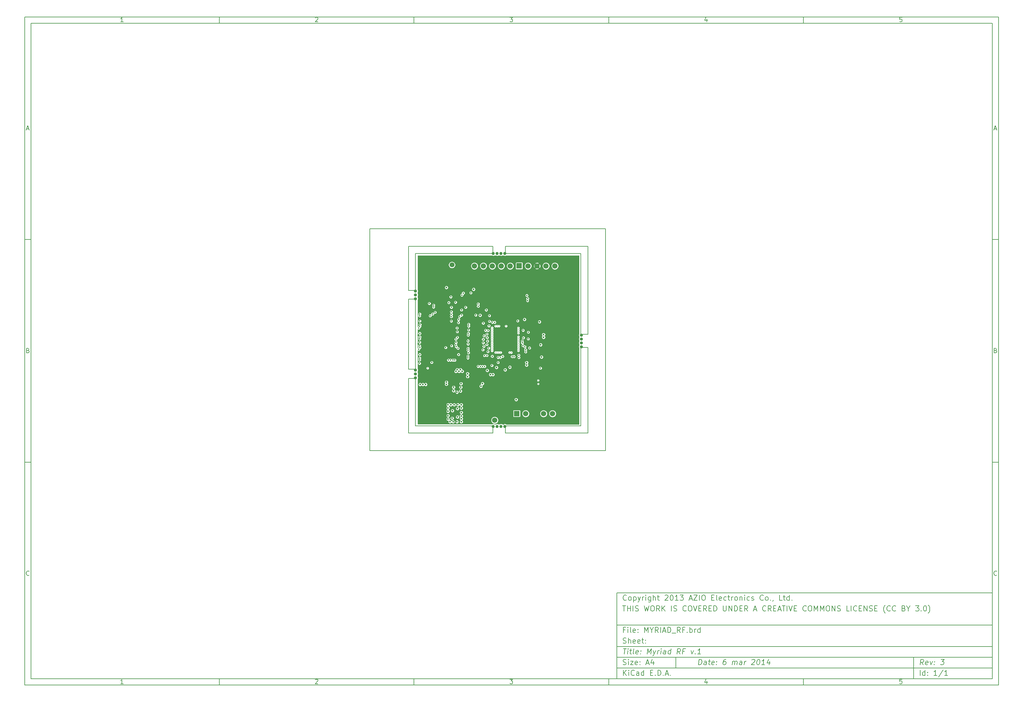
<source format=gbr>
G04 (created by PCBNEW (2013-05-31 BZR 4019)-stable) date 06/03/2014 18:54:47*
%MOIN*%
G04 Gerber Fmt 3.4, Leading zero omitted, Abs format*
%FSLAX34Y34*%
G01*
G70*
G90*
G04 APERTURE LIST*
%ADD10C,0.00590551*%
%ADD11C,0.0077*%
%ADD12C,0.0157*%
%ADD13C,0.0195*%
%ADD14C,0.0354*%
%ADD15C,0.2165*%
%ADD16C,0.051*%
%ADD17C,0.055*%
%ADD18C,0.0597*%
%ADD19R,0.0597X0.0597*%
%ADD20C,0.0432*%
%ADD21C,0.0077*%
%ADD22C,0.0117*%
%ADD23C,0.0196*%
%ADD24C,0.0118*%
%ADD25C,0.0039*%
G04 APERTURE END LIST*
G54D10*
X4000Y-4000D02*
X112930Y-4000D01*
X112930Y-78680D01*
X4000Y-78680D01*
X4000Y-4000D01*
X4700Y-4700D02*
X112230Y-4700D01*
X112230Y-77980D01*
X4700Y-77980D01*
X4700Y-4700D01*
X25780Y-4000D02*
X25780Y-4700D01*
X15032Y-4552D02*
X14747Y-4552D01*
X14890Y-4552D02*
X14890Y-4052D01*
X14842Y-4123D01*
X14794Y-4171D01*
X14747Y-4195D01*
X25780Y-78680D02*
X25780Y-77980D01*
X15032Y-78532D02*
X14747Y-78532D01*
X14890Y-78532D02*
X14890Y-78032D01*
X14842Y-78103D01*
X14794Y-78151D01*
X14747Y-78175D01*
X47560Y-4000D02*
X47560Y-4700D01*
X36527Y-4100D02*
X36550Y-4076D01*
X36598Y-4052D01*
X36717Y-4052D01*
X36765Y-4076D01*
X36789Y-4100D01*
X36812Y-4147D01*
X36812Y-4195D01*
X36789Y-4266D01*
X36503Y-4552D01*
X36812Y-4552D01*
X47560Y-78680D02*
X47560Y-77980D01*
X36527Y-78080D02*
X36550Y-78056D01*
X36598Y-78032D01*
X36717Y-78032D01*
X36765Y-78056D01*
X36789Y-78080D01*
X36812Y-78127D01*
X36812Y-78175D01*
X36789Y-78246D01*
X36503Y-78532D01*
X36812Y-78532D01*
X69340Y-4000D02*
X69340Y-4700D01*
X58283Y-4052D02*
X58592Y-4052D01*
X58426Y-4242D01*
X58497Y-4242D01*
X58545Y-4266D01*
X58569Y-4290D01*
X58592Y-4338D01*
X58592Y-4457D01*
X58569Y-4504D01*
X58545Y-4528D01*
X58497Y-4552D01*
X58354Y-4552D01*
X58307Y-4528D01*
X58283Y-4504D01*
X69340Y-78680D02*
X69340Y-77980D01*
X58283Y-78032D02*
X58592Y-78032D01*
X58426Y-78222D01*
X58497Y-78222D01*
X58545Y-78246D01*
X58569Y-78270D01*
X58592Y-78318D01*
X58592Y-78437D01*
X58569Y-78484D01*
X58545Y-78508D01*
X58497Y-78532D01*
X58354Y-78532D01*
X58307Y-78508D01*
X58283Y-78484D01*
X91120Y-4000D02*
X91120Y-4700D01*
X80325Y-4219D02*
X80325Y-4552D01*
X80206Y-4028D02*
X80087Y-4385D01*
X80396Y-4385D01*
X91120Y-78680D02*
X91120Y-77980D01*
X80325Y-78199D02*
X80325Y-78532D01*
X80206Y-78008D02*
X80087Y-78365D01*
X80396Y-78365D01*
X102129Y-4052D02*
X101890Y-4052D01*
X101867Y-4290D01*
X101890Y-4266D01*
X101938Y-4242D01*
X102057Y-4242D01*
X102105Y-4266D01*
X102129Y-4290D01*
X102152Y-4338D01*
X102152Y-4457D01*
X102129Y-4504D01*
X102105Y-4528D01*
X102057Y-4552D01*
X101938Y-4552D01*
X101890Y-4528D01*
X101867Y-4504D01*
X102129Y-78032D02*
X101890Y-78032D01*
X101867Y-78270D01*
X101890Y-78246D01*
X101938Y-78222D01*
X102057Y-78222D01*
X102105Y-78246D01*
X102129Y-78270D01*
X102152Y-78318D01*
X102152Y-78437D01*
X102129Y-78484D01*
X102105Y-78508D01*
X102057Y-78532D01*
X101938Y-78532D01*
X101890Y-78508D01*
X101867Y-78484D01*
X4000Y-28890D02*
X4700Y-28890D01*
X4230Y-16509D02*
X4469Y-16509D01*
X4183Y-16652D02*
X4350Y-16152D01*
X4516Y-16652D01*
X112930Y-28890D02*
X112230Y-28890D01*
X112460Y-16509D02*
X112699Y-16509D01*
X112413Y-16652D02*
X112580Y-16152D01*
X112746Y-16652D01*
X4000Y-53780D02*
X4700Y-53780D01*
X4385Y-41280D02*
X4457Y-41304D01*
X4480Y-41328D01*
X4504Y-41375D01*
X4504Y-41447D01*
X4480Y-41494D01*
X4457Y-41518D01*
X4409Y-41542D01*
X4219Y-41542D01*
X4219Y-41042D01*
X4385Y-41042D01*
X4433Y-41066D01*
X4457Y-41090D01*
X4480Y-41137D01*
X4480Y-41185D01*
X4457Y-41232D01*
X4433Y-41256D01*
X4385Y-41280D01*
X4219Y-41280D01*
X112930Y-53780D02*
X112230Y-53780D01*
X112615Y-41280D02*
X112687Y-41304D01*
X112710Y-41328D01*
X112734Y-41375D01*
X112734Y-41447D01*
X112710Y-41494D01*
X112687Y-41518D01*
X112639Y-41542D01*
X112449Y-41542D01*
X112449Y-41042D01*
X112615Y-41042D01*
X112663Y-41066D01*
X112687Y-41090D01*
X112710Y-41137D01*
X112710Y-41185D01*
X112687Y-41232D01*
X112663Y-41256D01*
X112615Y-41280D01*
X112449Y-41280D01*
X4504Y-66384D02*
X4480Y-66408D01*
X4409Y-66432D01*
X4361Y-66432D01*
X4290Y-66408D01*
X4242Y-66360D01*
X4219Y-66313D01*
X4195Y-66218D01*
X4195Y-66146D01*
X4219Y-66051D01*
X4242Y-66003D01*
X4290Y-65956D01*
X4361Y-65932D01*
X4409Y-65932D01*
X4480Y-65956D01*
X4504Y-65980D01*
X112734Y-66384D02*
X112710Y-66408D01*
X112639Y-66432D01*
X112591Y-66432D01*
X112520Y-66408D01*
X112472Y-66360D01*
X112449Y-66313D01*
X112425Y-66218D01*
X112425Y-66146D01*
X112449Y-66051D01*
X112472Y-66003D01*
X112520Y-65956D01*
X112591Y-65932D01*
X112639Y-65932D01*
X112710Y-65956D01*
X112734Y-65980D01*
X79380Y-76422D02*
X79455Y-75822D01*
X79597Y-75822D01*
X79680Y-75851D01*
X79730Y-75908D01*
X79751Y-75965D01*
X79765Y-76080D01*
X79755Y-76165D01*
X79712Y-76280D01*
X79676Y-76337D01*
X79612Y-76394D01*
X79522Y-76422D01*
X79380Y-76422D01*
X80237Y-76422D02*
X80276Y-76108D01*
X80255Y-76051D01*
X80201Y-76022D01*
X80087Y-76022D01*
X80026Y-76051D01*
X80240Y-76394D02*
X80180Y-76422D01*
X80037Y-76422D01*
X79983Y-76394D01*
X79962Y-76337D01*
X79969Y-76280D01*
X80005Y-76222D01*
X80065Y-76194D01*
X80208Y-76194D01*
X80269Y-76165D01*
X80487Y-76022D02*
X80715Y-76022D01*
X80597Y-75822D02*
X80533Y-76337D01*
X80555Y-76394D01*
X80608Y-76422D01*
X80665Y-76422D01*
X81097Y-76394D02*
X81037Y-76422D01*
X80922Y-76422D01*
X80869Y-76394D01*
X80847Y-76337D01*
X80876Y-76108D01*
X80912Y-76051D01*
X80972Y-76022D01*
X81087Y-76022D01*
X81140Y-76051D01*
X81162Y-76108D01*
X81155Y-76165D01*
X80862Y-76222D01*
X81387Y-76365D02*
X81412Y-76394D01*
X81380Y-76422D01*
X81355Y-76394D01*
X81387Y-76365D01*
X81380Y-76422D01*
X81426Y-76051D02*
X81451Y-76080D01*
X81419Y-76108D01*
X81394Y-76080D01*
X81426Y-76051D01*
X81419Y-76108D01*
X82455Y-75822D02*
X82340Y-75822D01*
X82279Y-75851D01*
X82247Y-75880D01*
X82180Y-75965D01*
X82137Y-76080D01*
X82108Y-76308D01*
X82130Y-76365D01*
X82155Y-76394D01*
X82208Y-76422D01*
X82322Y-76422D01*
X82383Y-76394D01*
X82415Y-76365D01*
X82451Y-76308D01*
X82469Y-76165D01*
X82447Y-76108D01*
X82422Y-76080D01*
X82369Y-76051D01*
X82254Y-76051D01*
X82194Y-76080D01*
X82162Y-76108D01*
X82126Y-76165D01*
X83151Y-76422D02*
X83201Y-76022D01*
X83194Y-76080D02*
X83226Y-76051D01*
X83287Y-76022D01*
X83372Y-76022D01*
X83426Y-76051D01*
X83447Y-76108D01*
X83408Y-76422D01*
X83447Y-76108D02*
X83483Y-76051D01*
X83544Y-76022D01*
X83630Y-76022D01*
X83683Y-76051D01*
X83705Y-76108D01*
X83665Y-76422D01*
X84208Y-76422D02*
X84247Y-76108D01*
X84226Y-76051D01*
X84172Y-76022D01*
X84058Y-76022D01*
X83997Y-76051D01*
X84212Y-76394D02*
X84151Y-76422D01*
X84008Y-76422D01*
X83955Y-76394D01*
X83933Y-76337D01*
X83940Y-76280D01*
X83976Y-76222D01*
X84037Y-76194D01*
X84180Y-76194D01*
X84240Y-76165D01*
X84494Y-76422D02*
X84544Y-76022D01*
X84530Y-76137D02*
X84565Y-76080D01*
X84597Y-76051D01*
X84658Y-76022D01*
X84715Y-76022D01*
X85362Y-75880D02*
X85394Y-75851D01*
X85455Y-75822D01*
X85597Y-75822D01*
X85651Y-75851D01*
X85676Y-75880D01*
X85697Y-75937D01*
X85690Y-75994D01*
X85651Y-76080D01*
X85265Y-76422D01*
X85637Y-76422D01*
X86083Y-75822D02*
X86140Y-75822D01*
X86194Y-75851D01*
X86219Y-75880D01*
X86240Y-75937D01*
X86255Y-76051D01*
X86237Y-76194D01*
X86194Y-76308D01*
X86158Y-76365D01*
X86126Y-76394D01*
X86065Y-76422D01*
X86008Y-76422D01*
X85955Y-76394D01*
X85930Y-76365D01*
X85908Y-76308D01*
X85894Y-76194D01*
X85912Y-76051D01*
X85955Y-75937D01*
X85990Y-75880D01*
X86022Y-75851D01*
X86083Y-75822D01*
X86780Y-76422D02*
X86437Y-76422D01*
X86608Y-76422D02*
X86683Y-75822D01*
X86615Y-75908D01*
X86551Y-75965D01*
X86490Y-75994D01*
X87344Y-76022D02*
X87294Y-76422D01*
X87230Y-75794D02*
X87033Y-76222D01*
X87405Y-76222D01*
X70972Y-77622D02*
X70972Y-77022D01*
X71315Y-77622D02*
X71058Y-77280D01*
X71315Y-77022D02*
X70972Y-77365D01*
X71572Y-77622D02*
X71572Y-77222D01*
X71572Y-77022D02*
X71544Y-77051D01*
X71572Y-77080D01*
X71601Y-77051D01*
X71572Y-77022D01*
X71572Y-77080D01*
X72201Y-77565D02*
X72172Y-77594D01*
X72087Y-77622D01*
X72030Y-77622D01*
X71944Y-77594D01*
X71887Y-77537D01*
X71858Y-77480D01*
X71830Y-77365D01*
X71830Y-77280D01*
X71858Y-77165D01*
X71887Y-77108D01*
X71944Y-77051D01*
X72030Y-77022D01*
X72087Y-77022D01*
X72172Y-77051D01*
X72201Y-77080D01*
X72715Y-77622D02*
X72715Y-77308D01*
X72687Y-77251D01*
X72630Y-77222D01*
X72515Y-77222D01*
X72458Y-77251D01*
X72715Y-77594D02*
X72658Y-77622D01*
X72515Y-77622D01*
X72458Y-77594D01*
X72430Y-77537D01*
X72430Y-77480D01*
X72458Y-77422D01*
X72515Y-77394D01*
X72658Y-77394D01*
X72715Y-77365D01*
X73258Y-77622D02*
X73258Y-77022D01*
X73258Y-77594D02*
X73201Y-77622D01*
X73087Y-77622D01*
X73030Y-77594D01*
X73001Y-77565D01*
X72972Y-77508D01*
X72972Y-77337D01*
X73001Y-77280D01*
X73030Y-77251D01*
X73087Y-77222D01*
X73201Y-77222D01*
X73258Y-77251D01*
X74001Y-77308D02*
X74201Y-77308D01*
X74287Y-77622D02*
X74001Y-77622D01*
X74001Y-77022D01*
X74287Y-77022D01*
X74544Y-77565D02*
X74572Y-77594D01*
X74544Y-77622D01*
X74515Y-77594D01*
X74544Y-77565D01*
X74544Y-77622D01*
X74829Y-77622D02*
X74829Y-77022D01*
X74972Y-77022D01*
X75058Y-77051D01*
X75115Y-77108D01*
X75144Y-77165D01*
X75172Y-77280D01*
X75172Y-77365D01*
X75144Y-77480D01*
X75115Y-77537D01*
X75058Y-77594D01*
X74972Y-77622D01*
X74829Y-77622D01*
X75429Y-77565D02*
X75458Y-77594D01*
X75429Y-77622D01*
X75401Y-77594D01*
X75429Y-77565D01*
X75429Y-77622D01*
X75687Y-77451D02*
X75972Y-77451D01*
X75629Y-77622D02*
X75829Y-77022D01*
X76029Y-77622D01*
X76229Y-77565D02*
X76258Y-77594D01*
X76229Y-77622D01*
X76201Y-77594D01*
X76229Y-77565D01*
X76229Y-77622D01*
X104522Y-76422D02*
X104358Y-76137D01*
X104180Y-76422D02*
X104255Y-75822D01*
X104483Y-75822D01*
X104537Y-75851D01*
X104562Y-75880D01*
X104583Y-75937D01*
X104572Y-76022D01*
X104537Y-76080D01*
X104505Y-76108D01*
X104444Y-76137D01*
X104215Y-76137D01*
X105012Y-76394D02*
X104951Y-76422D01*
X104837Y-76422D01*
X104783Y-76394D01*
X104762Y-76337D01*
X104790Y-76108D01*
X104826Y-76051D01*
X104887Y-76022D01*
X105001Y-76022D01*
X105055Y-76051D01*
X105076Y-76108D01*
X105069Y-76165D01*
X104776Y-76222D01*
X105287Y-76022D02*
X105380Y-76422D01*
X105572Y-76022D01*
X105758Y-76365D02*
X105783Y-76394D01*
X105751Y-76422D01*
X105726Y-76394D01*
X105758Y-76365D01*
X105751Y-76422D01*
X105797Y-76051D02*
X105822Y-76080D01*
X105790Y-76108D01*
X105765Y-76080D01*
X105797Y-76051D01*
X105790Y-76108D01*
X106512Y-75822D02*
X106883Y-75822D01*
X106655Y-76051D01*
X106740Y-76051D01*
X106794Y-76080D01*
X106819Y-76108D01*
X106840Y-76165D01*
X106822Y-76308D01*
X106787Y-76365D01*
X106755Y-76394D01*
X106694Y-76422D01*
X106522Y-76422D01*
X106469Y-76394D01*
X106444Y-76365D01*
X70944Y-76394D02*
X71030Y-76422D01*
X71172Y-76422D01*
X71230Y-76394D01*
X71258Y-76365D01*
X71287Y-76308D01*
X71287Y-76251D01*
X71258Y-76194D01*
X71230Y-76165D01*
X71172Y-76137D01*
X71058Y-76108D01*
X71001Y-76080D01*
X70972Y-76051D01*
X70944Y-75994D01*
X70944Y-75937D01*
X70972Y-75880D01*
X71001Y-75851D01*
X71058Y-75822D01*
X71201Y-75822D01*
X71287Y-75851D01*
X71544Y-76422D02*
X71544Y-76022D01*
X71544Y-75822D02*
X71515Y-75851D01*
X71544Y-75880D01*
X71572Y-75851D01*
X71544Y-75822D01*
X71544Y-75880D01*
X71772Y-76022D02*
X72087Y-76022D01*
X71772Y-76422D01*
X72087Y-76422D01*
X72544Y-76394D02*
X72487Y-76422D01*
X72372Y-76422D01*
X72315Y-76394D01*
X72287Y-76337D01*
X72287Y-76108D01*
X72315Y-76051D01*
X72372Y-76022D01*
X72487Y-76022D01*
X72544Y-76051D01*
X72572Y-76108D01*
X72572Y-76165D01*
X72287Y-76222D01*
X72830Y-76365D02*
X72858Y-76394D01*
X72830Y-76422D01*
X72801Y-76394D01*
X72830Y-76365D01*
X72830Y-76422D01*
X72830Y-76051D02*
X72858Y-76080D01*
X72830Y-76108D01*
X72801Y-76080D01*
X72830Y-76051D01*
X72830Y-76108D01*
X73544Y-76251D02*
X73830Y-76251D01*
X73487Y-76422D02*
X73687Y-75822D01*
X73887Y-76422D01*
X74344Y-76022D02*
X74344Y-76422D01*
X74201Y-75794D02*
X74058Y-76222D01*
X74430Y-76222D01*
X104172Y-77622D02*
X104172Y-77022D01*
X104715Y-77622D02*
X104715Y-77022D01*
X104715Y-77594D02*
X104658Y-77622D01*
X104544Y-77622D01*
X104487Y-77594D01*
X104458Y-77565D01*
X104430Y-77508D01*
X104430Y-77337D01*
X104458Y-77280D01*
X104487Y-77251D01*
X104544Y-77222D01*
X104658Y-77222D01*
X104715Y-77251D01*
X105001Y-77565D02*
X105030Y-77594D01*
X105001Y-77622D01*
X104972Y-77594D01*
X105001Y-77565D01*
X105001Y-77622D01*
X105001Y-77251D02*
X105030Y-77280D01*
X105001Y-77308D01*
X104972Y-77280D01*
X105001Y-77251D01*
X105001Y-77308D01*
X106058Y-77622D02*
X105715Y-77622D01*
X105887Y-77622D02*
X105887Y-77022D01*
X105829Y-77108D01*
X105772Y-77165D01*
X105715Y-77194D01*
X106744Y-76994D02*
X106230Y-77765D01*
X107258Y-77622D02*
X106915Y-77622D01*
X107087Y-77622D02*
X107087Y-77022D01*
X107029Y-77108D01*
X106972Y-77165D01*
X106915Y-77194D01*
X70969Y-74622D02*
X71312Y-74622D01*
X71065Y-75222D02*
X71140Y-74622D01*
X71437Y-75222D02*
X71487Y-74822D01*
X71512Y-74622D02*
X71480Y-74651D01*
X71505Y-74680D01*
X71537Y-74651D01*
X71512Y-74622D01*
X71505Y-74680D01*
X71687Y-74822D02*
X71915Y-74822D01*
X71797Y-74622D02*
X71733Y-75137D01*
X71755Y-75194D01*
X71808Y-75222D01*
X71865Y-75222D01*
X72151Y-75222D02*
X72097Y-75194D01*
X72076Y-75137D01*
X72140Y-74622D01*
X72612Y-75194D02*
X72551Y-75222D01*
X72437Y-75222D01*
X72383Y-75194D01*
X72362Y-75137D01*
X72390Y-74908D01*
X72426Y-74851D01*
X72487Y-74822D01*
X72601Y-74822D01*
X72655Y-74851D01*
X72676Y-74908D01*
X72669Y-74965D01*
X72376Y-75022D01*
X72901Y-75165D02*
X72926Y-75194D01*
X72894Y-75222D01*
X72869Y-75194D01*
X72901Y-75165D01*
X72894Y-75222D01*
X72940Y-74851D02*
X72965Y-74880D01*
X72933Y-74908D01*
X72908Y-74880D01*
X72940Y-74851D01*
X72933Y-74908D01*
X73637Y-75222D02*
X73712Y-74622D01*
X73858Y-75051D01*
X74112Y-74622D01*
X74037Y-75222D01*
X74315Y-74822D02*
X74408Y-75222D01*
X74601Y-74822D02*
X74408Y-75222D01*
X74333Y-75365D01*
X74301Y-75394D01*
X74240Y-75422D01*
X74780Y-75222D02*
X74830Y-74822D01*
X74815Y-74937D02*
X74851Y-74880D01*
X74883Y-74851D01*
X74944Y-74822D01*
X75001Y-74822D01*
X75151Y-75222D02*
X75201Y-74822D01*
X75226Y-74622D02*
X75194Y-74651D01*
X75219Y-74680D01*
X75251Y-74651D01*
X75226Y-74622D01*
X75219Y-74680D01*
X75694Y-75222D02*
X75733Y-74908D01*
X75712Y-74851D01*
X75658Y-74822D01*
X75544Y-74822D01*
X75483Y-74851D01*
X75697Y-75194D02*
X75637Y-75222D01*
X75494Y-75222D01*
X75440Y-75194D01*
X75419Y-75137D01*
X75426Y-75080D01*
X75462Y-75022D01*
X75522Y-74994D01*
X75665Y-74994D01*
X75726Y-74965D01*
X76237Y-75222D02*
X76312Y-74622D01*
X76240Y-75194D02*
X76180Y-75222D01*
X76065Y-75222D01*
X76012Y-75194D01*
X75987Y-75165D01*
X75965Y-75108D01*
X75987Y-74937D01*
X76022Y-74880D01*
X76055Y-74851D01*
X76115Y-74822D01*
X76230Y-74822D01*
X76283Y-74851D01*
X77322Y-75222D02*
X77158Y-74937D01*
X76980Y-75222D02*
X77055Y-74622D01*
X77283Y-74622D01*
X77337Y-74651D01*
X77362Y-74680D01*
X77383Y-74737D01*
X77372Y-74822D01*
X77337Y-74880D01*
X77305Y-74908D01*
X77244Y-74937D01*
X77015Y-74937D01*
X77819Y-74908D02*
X77619Y-74908D01*
X77580Y-75222D02*
X77655Y-74622D01*
X77940Y-74622D01*
X78544Y-74822D02*
X78637Y-75222D01*
X78830Y-74822D01*
X79015Y-75165D02*
X79040Y-75194D01*
X79008Y-75222D01*
X78983Y-75194D01*
X79015Y-75165D01*
X79008Y-75222D01*
X79608Y-75222D02*
X79265Y-75222D01*
X79437Y-75222D02*
X79512Y-74622D01*
X79444Y-74708D01*
X79380Y-74765D01*
X79319Y-74794D01*
X71172Y-72508D02*
X70972Y-72508D01*
X70972Y-72822D02*
X70972Y-72222D01*
X71258Y-72222D01*
X71487Y-72822D02*
X71487Y-72422D01*
X71487Y-72222D02*
X71458Y-72251D01*
X71487Y-72280D01*
X71515Y-72251D01*
X71487Y-72222D01*
X71487Y-72280D01*
X71858Y-72822D02*
X71801Y-72794D01*
X71772Y-72737D01*
X71772Y-72222D01*
X72315Y-72794D02*
X72258Y-72822D01*
X72144Y-72822D01*
X72087Y-72794D01*
X72058Y-72737D01*
X72058Y-72508D01*
X72087Y-72451D01*
X72144Y-72422D01*
X72258Y-72422D01*
X72315Y-72451D01*
X72344Y-72508D01*
X72344Y-72565D01*
X72058Y-72622D01*
X72601Y-72765D02*
X72630Y-72794D01*
X72601Y-72822D01*
X72572Y-72794D01*
X72601Y-72765D01*
X72601Y-72822D01*
X72601Y-72451D02*
X72630Y-72480D01*
X72601Y-72508D01*
X72572Y-72480D01*
X72601Y-72451D01*
X72601Y-72508D01*
X73344Y-72822D02*
X73344Y-72222D01*
X73544Y-72651D01*
X73744Y-72222D01*
X73744Y-72822D01*
X74144Y-72537D02*
X74144Y-72822D01*
X73944Y-72222D02*
X74144Y-72537D01*
X74344Y-72222D01*
X74887Y-72822D02*
X74687Y-72537D01*
X74544Y-72822D02*
X74544Y-72222D01*
X74772Y-72222D01*
X74830Y-72251D01*
X74858Y-72280D01*
X74887Y-72337D01*
X74887Y-72422D01*
X74858Y-72480D01*
X74830Y-72508D01*
X74772Y-72537D01*
X74544Y-72537D01*
X75144Y-72822D02*
X75144Y-72222D01*
X75401Y-72651D02*
X75687Y-72651D01*
X75344Y-72822D02*
X75544Y-72222D01*
X75744Y-72822D01*
X75944Y-72822D02*
X75944Y-72222D01*
X76087Y-72222D01*
X76172Y-72251D01*
X76230Y-72308D01*
X76258Y-72365D01*
X76287Y-72480D01*
X76287Y-72565D01*
X76258Y-72680D01*
X76230Y-72737D01*
X76172Y-72794D01*
X76087Y-72822D01*
X75944Y-72822D01*
X76401Y-72880D02*
X76858Y-72880D01*
X77344Y-72822D02*
X77144Y-72537D01*
X77001Y-72822D02*
X77001Y-72222D01*
X77230Y-72222D01*
X77287Y-72251D01*
X77315Y-72280D01*
X77344Y-72337D01*
X77344Y-72422D01*
X77315Y-72480D01*
X77287Y-72508D01*
X77230Y-72537D01*
X77001Y-72537D01*
X77801Y-72508D02*
X77601Y-72508D01*
X77601Y-72822D02*
X77601Y-72222D01*
X77887Y-72222D01*
X78115Y-72765D02*
X78144Y-72794D01*
X78115Y-72822D01*
X78087Y-72794D01*
X78115Y-72765D01*
X78115Y-72822D01*
X78401Y-72822D02*
X78401Y-72222D01*
X78401Y-72451D02*
X78458Y-72422D01*
X78572Y-72422D01*
X78630Y-72451D01*
X78658Y-72480D01*
X78687Y-72537D01*
X78687Y-72708D01*
X78658Y-72765D01*
X78630Y-72794D01*
X78572Y-72822D01*
X78458Y-72822D01*
X78401Y-72794D01*
X78944Y-72822D02*
X78944Y-72422D01*
X78944Y-72537D02*
X78972Y-72480D01*
X79001Y-72451D01*
X79058Y-72422D01*
X79115Y-72422D01*
X79572Y-72822D02*
X79572Y-72222D01*
X79572Y-72794D02*
X79515Y-72822D01*
X79401Y-72822D01*
X79344Y-72794D01*
X79315Y-72765D01*
X79287Y-72708D01*
X79287Y-72537D01*
X79315Y-72480D01*
X79344Y-72451D01*
X79401Y-72422D01*
X79515Y-72422D01*
X79572Y-72451D01*
X70944Y-73994D02*
X71030Y-74022D01*
X71172Y-74022D01*
X71230Y-73994D01*
X71258Y-73965D01*
X71287Y-73908D01*
X71287Y-73851D01*
X71258Y-73794D01*
X71230Y-73765D01*
X71172Y-73737D01*
X71058Y-73708D01*
X71001Y-73680D01*
X70972Y-73651D01*
X70944Y-73594D01*
X70944Y-73537D01*
X70972Y-73480D01*
X71001Y-73451D01*
X71058Y-73422D01*
X71201Y-73422D01*
X71287Y-73451D01*
X71544Y-74022D02*
X71544Y-73422D01*
X71801Y-74022D02*
X71801Y-73708D01*
X71772Y-73651D01*
X71715Y-73622D01*
X71630Y-73622D01*
X71572Y-73651D01*
X71544Y-73680D01*
X72315Y-73994D02*
X72258Y-74022D01*
X72144Y-74022D01*
X72087Y-73994D01*
X72058Y-73937D01*
X72058Y-73708D01*
X72087Y-73651D01*
X72144Y-73622D01*
X72258Y-73622D01*
X72315Y-73651D01*
X72344Y-73708D01*
X72344Y-73765D01*
X72058Y-73822D01*
X72830Y-73994D02*
X72772Y-74022D01*
X72658Y-74022D01*
X72601Y-73994D01*
X72572Y-73937D01*
X72572Y-73708D01*
X72601Y-73651D01*
X72658Y-73622D01*
X72772Y-73622D01*
X72830Y-73651D01*
X72858Y-73708D01*
X72858Y-73765D01*
X72572Y-73822D01*
X73030Y-73622D02*
X73258Y-73622D01*
X73115Y-73422D02*
X73115Y-73937D01*
X73144Y-73994D01*
X73201Y-74022D01*
X73258Y-74022D01*
X73458Y-73965D02*
X73487Y-73994D01*
X73458Y-74022D01*
X73430Y-73994D01*
X73458Y-73965D01*
X73458Y-74022D01*
X73458Y-73651D02*
X73487Y-73680D01*
X73458Y-73708D01*
X73430Y-73680D01*
X73458Y-73651D01*
X73458Y-73708D01*
X70887Y-69822D02*
X71230Y-69822D01*
X71058Y-70422D02*
X71058Y-69822D01*
X71430Y-70422D02*
X71430Y-69822D01*
X71430Y-70108D02*
X71772Y-70108D01*
X71772Y-70422D02*
X71772Y-69822D01*
X72058Y-70422D02*
X72058Y-69822D01*
X72315Y-70394D02*
X72401Y-70422D01*
X72544Y-70422D01*
X72601Y-70394D01*
X72629Y-70365D01*
X72658Y-70308D01*
X72658Y-70251D01*
X72629Y-70194D01*
X72601Y-70165D01*
X72544Y-70137D01*
X72429Y-70108D01*
X72372Y-70080D01*
X72344Y-70051D01*
X72315Y-69994D01*
X72315Y-69937D01*
X72344Y-69880D01*
X72372Y-69851D01*
X72429Y-69822D01*
X72572Y-69822D01*
X72658Y-69851D01*
X73315Y-69822D02*
X73458Y-70422D01*
X73572Y-69994D01*
X73687Y-70422D01*
X73830Y-69822D01*
X74172Y-69822D02*
X74287Y-69822D01*
X74344Y-69851D01*
X74401Y-69908D01*
X74430Y-70022D01*
X74430Y-70222D01*
X74401Y-70337D01*
X74344Y-70394D01*
X74287Y-70422D01*
X74172Y-70422D01*
X74115Y-70394D01*
X74058Y-70337D01*
X74030Y-70222D01*
X74030Y-70022D01*
X74058Y-69908D01*
X74115Y-69851D01*
X74172Y-69822D01*
X75029Y-70422D02*
X74829Y-70137D01*
X74687Y-70422D02*
X74687Y-69822D01*
X74915Y-69822D01*
X74972Y-69851D01*
X75001Y-69880D01*
X75029Y-69937D01*
X75029Y-70022D01*
X75001Y-70080D01*
X74972Y-70108D01*
X74915Y-70137D01*
X74687Y-70137D01*
X75287Y-70422D02*
X75287Y-69822D01*
X75629Y-70422D02*
X75372Y-70080D01*
X75629Y-69822D02*
X75287Y-70165D01*
X76344Y-70422D02*
X76344Y-69822D01*
X76601Y-70394D02*
X76687Y-70422D01*
X76829Y-70422D01*
X76887Y-70394D01*
X76915Y-70365D01*
X76944Y-70308D01*
X76944Y-70251D01*
X76915Y-70194D01*
X76887Y-70165D01*
X76829Y-70137D01*
X76715Y-70108D01*
X76658Y-70080D01*
X76629Y-70051D01*
X76601Y-69994D01*
X76601Y-69937D01*
X76629Y-69880D01*
X76658Y-69851D01*
X76715Y-69822D01*
X76858Y-69822D01*
X76944Y-69851D01*
X78001Y-70365D02*
X77972Y-70394D01*
X77887Y-70422D01*
X77830Y-70422D01*
X77744Y-70394D01*
X77687Y-70337D01*
X77658Y-70280D01*
X77630Y-70165D01*
X77630Y-70080D01*
X77658Y-69965D01*
X77687Y-69908D01*
X77744Y-69851D01*
X77830Y-69822D01*
X77887Y-69822D01*
X77972Y-69851D01*
X78001Y-69880D01*
X78372Y-69822D02*
X78487Y-69822D01*
X78544Y-69851D01*
X78601Y-69908D01*
X78630Y-70022D01*
X78630Y-70222D01*
X78601Y-70337D01*
X78544Y-70394D01*
X78487Y-70422D01*
X78372Y-70422D01*
X78315Y-70394D01*
X78258Y-70337D01*
X78230Y-70222D01*
X78230Y-70022D01*
X78258Y-69908D01*
X78315Y-69851D01*
X78372Y-69822D01*
X78801Y-69822D02*
X79001Y-70422D01*
X79201Y-69822D01*
X79401Y-70108D02*
X79601Y-70108D01*
X79687Y-70422D02*
X79401Y-70422D01*
X79401Y-69822D01*
X79687Y-69822D01*
X80287Y-70422D02*
X80087Y-70137D01*
X79944Y-70422D02*
X79944Y-69822D01*
X80172Y-69822D01*
X80229Y-69851D01*
X80258Y-69880D01*
X80287Y-69937D01*
X80287Y-70022D01*
X80258Y-70080D01*
X80229Y-70108D01*
X80172Y-70137D01*
X79944Y-70137D01*
X80544Y-70108D02*
X80744Y-70108D01*
X80829Y-70422D02*
X80544Y-70422D01*
X80544Y-69822D01*
X80829Y-69822D01*
X81087Y-70422D02*
X81087Y-69822D01*
X81229Y-69822D01*
X81315Y-69851D01*
X81372Y-69908D01*
X81401Y-69965D01*
X81429Y-70080D01*
X81429Y-70165D01*
X81401Y-70280D01*
X81372Y-70337D01*
X81315Y-70394D01*
X81229Y-70422D01*
X81087Y-70422D01*
X82144Y-69822D02*
X82144Y-70308D01*
X82172Y-70365D01*
X82201Y-70394D01*
X82258Y-70422D01*
X82372Y-70422D01*
X82429Y-70394D01*
X82458Y-70365D01*
X82487Y-70308D01*
X82487Y-69822D01*
X82772Y-70422D02*
X82772Y-69822D01*
X83115Y-70422D01*
X83115Y-69822D01*
X83401Y-70422D02*
X83401Y-69822D01*
X83544Y-69822D01*
X83629Y-69851D01*
X83687Y-69908D01*
X83715Y-69965D01*
X83744Y-70080D01*
X83744Y-70165D01*
X83715Y-70280D01*
X83687Y-70337D01*
X83629Y-70394D01*
X83544Y-70422D01*
X83401Y-70422D01*
X84001Y-70108D02*
X84201Y-70108D01*
X84287Y-70422D02*
X84001Y-70422D01*
X84001Y-69822D01*
X84287Y-69822D01*
X84887Y-70422D02*
X84687Y-70137D01*
X84544Y-70422D02*
X84544Y-69822D01*
X84772Y-69822D01*
X84829Y-69851D01*
X84858Y-69880D01*
X84887Y-69937D01*
X84887Y-70022D01*
X84858Y-70080D01*
X84829Y-70108D01*
X84772Y-70137D01*
X84544Y-70137D01*
X85572Y-70251D02*
X85858Y-70251D01*
X85515Y-70422D02*
X85715Y-69822D01*
X85915Y-70422D01*
X86915Y-70365D02*
X86887Y-70394D01*
X86801Y-70422D01*
X86744Y-70422D01*
X86658Y-70394D01*
X86601Y-70337D01*
X86572Y-70280D01*
X86544Y-70165D01*
X86544Y-70080D01*
X86572Y-69965D01*
X86601Y-69908D01*
X86658Y-69851D01*
X86744Y-69822D01*
X86801Y-69822D01*
X86887Y-69851D01*
X86915Y-69880D01*
X87515Y-70422D02*
X87315Y-70137D01*
X87172Y-70422D02*
X87172Y-69822D01*
X87401Y-69822D01*
X87458Y-69851D01*
X87487Y-69880D01*
X87515Y-69937D01*
X87515Y-70022D01*
X87487Y-70080D01*
X87458Y-70108D01*
X87401Y-70137D01*
X87172Y-70137D01*
X87772Y-70108D02*
X87972Y-70108D01*
X88058Y-70422D02*
X87772Y-70422D01*
X87772Y-69822D01*
X88058Y-69822D01*
X88287Y-70251D02*
X88572Y-70251D01*
X88229Y-70422D02*
X88429Y-69822D01*
X88629Y-70422D01*
X88744Y-69822D02*
X89087Y-69822D01*
X88915Y-70422D02*
X88915Y-69822D01*
X89287Y-70422D02*
X89287Y-69822D01*
X89487Y-69822D02*
X89687Y-70422D01*
X89887Y-69822D01*
X90087Y-70108D02*
X90287Y-70108D01*
X90372Y-70422D02*
X90087Y-70422D01*
X90087Y-69822D01*
X90372Y-69822D01*
X91429Y-70365D02*
X91401Y-70394D01*
X91315Y-70422D01*
X91258Y-70422D01*
X91172Y-70394D01*
X91115Y-70337D01*
X91087Y-70280D01*
X91058Y-70165D01*
X91058Y-70080D01*
X91087Y-69965D01*
X91115Y-69908D01*
X91172Y-69851D01*
X91258Y-69822D01*
X91315Y-69822D01*
X91401Y-69851D01*
X91429Y-69880D01*
X91801Y-69822D02*
X91915Y-69822D01*
X91972Y-69851D01*
X92029Y-69908D01*
X92058Y-70022D01*
X92058Y-70222D01*
X92029Y-70337D01*
X91972Y-70394D01*
X91915Y-70422D01*
X91801Y-70422D01*
X91744Y-70394D01*
X91687Y-70337D01*
X91658Y-70222D01*
X91658Y-70022D01*
X91687Y-69908D01*
X91744Y-69851D01*
X91801Y-69822D01*
X92315Y-70422D02*
X92315Y-69822D01*
X92515Y-70251D01*
X92715Y-69822D01*
X92715Y-70422D01*
X93001Y-70422D02*
X93001Y-69822D01*
X93201Y-70251D01*
X93401Y-69822D01*
X93401Y-70422D01*
X93801Y-69822D02*
X93915Y-69822D01*
X93972Y-69851D01*
X94029Y-69908D01*
X94058Y-70022D01*
X94058Y-70222D01*
X94029Y-70337D01*
X93972Y-70394D01*
X93915Y-70422D01*
X93801Y-70422D01*
X93744Y-70394D01*
X93687Y-70337D01*
X93658Y-70222D01*
X93658Y-70022D01*
X93687Y-69908D01*
X93744Y-69851D01*
X93801Y-69822D01*
X94315Y-70422D02*
X94315Y-69822D01*
X94658Y-70422D01*
X94658Y-69822D01*
X94915Y-70394D02*
X95001Y-70422D01*
X95144Y-70422D01*
X95201Y-70394D01*
X95229Y-70365D01*
X95258Y-70308D01*
X95258Y-70251D01*
X95229Y-70194D01*
X95201Y-70165D01*
X95144Y-70137D01*
X95029Y-70108D01*
X94972Y-70080D01*
X94944Y-70051D01*
X94915Y-69994D01*
X94915Y-69937D01*
X94944Y-69880D01*
X94972Y-69851D01*
X95029Y-69822D01*
X95172Y-69822D01*
X95258Y-69851D01*
X96258Y-70422D02*
X95972Y-70422D01*
X95972Y-69822D01*
X96458Y-70422D02*
X96458Y-69822D01*
X97087Y-70365D02*
X97058Y-70394D01*
X96972Y-70422D01*
X96915Y-70422D01*
X96829Y-70394D01*
X96772Y-70337D01*
X96744Y-70280D01*
X96715Y-70165D01*
X96715Y-70080D01*
X96744Y-69965D01*
X96772Y-69908D01*
X96829Y-69851D01*
X96915Y-69822D01*
X96972Y-69822D01*
X97058Y-69851D01*
X97087Y-69880D01*
X97344Y-70108D02*
X97544Y-70108D01*
X97629Y-70422D02*
X97344Y-70422D01*
X97344Y-69822D01*
X97629Y-69822D01*
X97887Y-70422D02*
X97887Y-69822D01*
X98229Y-70422D01*
X98229Y-69822D01*
X98487Y-70394D02*
X98572Y-70422D01*
X98715Y-70422D01*
X98772Y-70394D01*
X98801Y-70365D01*
X98829Y-70308D01*
X98829Y-70251D01*
X98801Y-70194D01*
X98772Y-70165D01*
X98715Y-70137D01*
X98601Y-70108D01*
X98544Y-70080D01*
X98515Y-70051D01*
X98487Y-69994D01*
X98487Y-69937D01*
X98515Y-69880D01*
X98544Y-69851D01*
X98601Y-69822D01*
X98744Y-69822D01*
X98829Y-69851D01*
X99087Y-70108D02*
X99287Y-70108D01*
X99372Y-70422D02*
X99087Y-70422D01*
X99087Y-69822D01*
X99372Y-69822D01*
X100258Y-70651D02*
X100229Y-70622D01*
X100172Y-70537D01*
X100144Y-70480D01*
X100115Y-70394D01*
X100087Y-70251D01*
X100087Y-70137D01*
X100115Y-69994D01*
X100144Y-69908D01*
X100172Y-69851D01*
X100229Y-69765D01*
X100258Y-69737D01*
X100829Y-70365D02*
X100801Y-70394D01*
X100715Y-70422D01*
X100658Y-70422D01*
X100572Y-70394D01*
X100515Y-70337D01*
X100487Y-70280D01*
X100458Y-70165D01*
X100458Y-70080D01*
X100487Y-69965D01*
X100515Y-69908D01*
X100572Y-69851D01*
X100658Y-69822D01*
X100715Y-69822D01*
X100801Y-69851D01*
X100829Y-69880D01*
X101429Y-70365D02*
X101401Y-70394D01*
X101315Y-70422D01*
X101258Y-70422D01*
X101172Y-70394D01*
X101115Y-70337D01*
X101087Y-70280D01*
X101058Y-70165D01*
X101058Y-70080D01*
X101087Y-69965D01*
X101115Y-69908D01*
X101172Y-69851D01*
X101258Y-69822D01*
X101315Y-69822D01*
X101401Y-69851D01*
X101429Y-69880D01*
X102344Y-70108D02*
X102429Y-70137D01*
X102458Y-70165D01*
X102487Y-70222D01*
X102487Y-70308D01*
X102458Y-70365D01*
X102429Y-70394D01*
X102372Y-70422D01*
X102144Y-70422D01*
X102144Y-69822D01*
X102344Y-69822D01*
X102401Y-69851D01*
X102429Y-69880D01*
X102458Y-69937D01*
X102458Y-69994D01*
X102429Y-70051D01*
X102401Y-70080D01*
X102344Y-70108D01*
X102144Y-70108D01*
X102858Y-70137D02*
X102858Y-70422D01*
X102658Y-69822D02*
X102858Y-70137D01*
X103058Y-69822D01*
X103658Y-69822D02*
X104029Y-69822D01*
X103829Y-70051D01*
X103915Y-70051D01*
X103972Y-70080D01*
X104001Y-70108D01*
X104029Y-70165D01*
X104029Y-70308D01*
X104001Y-70365D01*
X103972Y-70394D01*
X103915Y-70422D01*
X103744Y-70422D01*
X103687Y-70394D01*
X103658Y-70365D01*
X104287Y-70365D02*
X104315Y-70394D01*
X104287Y-70422D01*
X104258Y-70394D01*
X104287Y-70365D01*
X104287Y-70422D01*
X104687Y-69822D02*
X104744Y-69822D01*
X104801Y-69851D01*
X104829Y-69880D01*
X104858Y-69937D01*
X104887Y-70051D01*
X104887Y-70194D01*
X104858Y-70308D01*
X104829Y-70365D01*
X104801Y-70394D01*
X104744Y-70422D01*
X104687Y-70422D01*
X104629Y-70394D01*
X104601Y-70365D01*
X104572Y-70308D01*
X104544Y-70194D01*
X104544Y-70051D01*
X104572Y-69937D01*
X104601Y-69880D01*
X104629Y-69851D01*
X104687Y-69822D01*
X105087Y-70651D02*
X105115Y-70622D01*
X105172Y-70537D01*
X105201Y-70480D01*
X105229Y-70394D01*
X105258Y-70251D01*
X105258Y-70137D01*
X105229Y-69994D01*
X105201Y-69908D01*
X105172Y-69851D01*
X105115Y-69765D01*
X105087Y-69737D01*
X71315Y-69165D02*
X71287Y-69194D01*
X71201Y-69222D01*
X71144Y-69222D01*
X71058Y-69194D01*
X71001Y-69137D01*
X70972Y-69080D01*
X70944Y-68965D01*
X70944Y-68880D01*
X70972Y-68765D01*
X71001Y-68708D01*
X71058Y-68651D01*
X71144Y-68622D01*
X71201Y-68622D01*
X71287Y-68651D01*
X71315Y-68680D01*
X71658Y-69222D02*
X71601Y-69194D01*
X71572Y-69165D01*
X71544Y-69108D01*
X71544Y-68937D01*
X71572Y-68880D01*
X71601Y-68851D01*
X71658Y-68822D01*
X71744Y-68822D01*
X71801Y-68851D01*
X71830Y-68880D01*
X71858Y-68937D01*
X71858Y-69108D01*
X71830Y-69165D01*
X71801Y-69194D01*
X71744Y-69222D01*
X71658Y-69222D01*
X72115Y-68822D02*
X72115Y-69422D01*
X72115Y-68851D02*
X72172Y-68822D01*
X72287Y-68822D01*
X72344Y-68851D01*
X72372Y-68880D01*
X72401Y-68937D01*
X72401Y-69108D01*
X72372Y-69165D01*
X72344Y-69194D01*
X72287Y-69222D01*
X72172Y-69222D01*
X72115Y-69194D01*
X72601Y-68822D02*
X72744Y-69222D01*
X72887Y-68822D02*
X72744Y-69222D01*
X72687Y-69365D01*
X72658Y-69394D01*
X72601Y-69422D01*
X73115Y-69222D02*
X73115Y-68822D01*
X73115Y-68937D02*
X73144Y-68880D01*
X73172Y-68851D01*
X73230Y-68822D01*
X73287Y-68822D01*
X73487Y-69222D02*
X73487Y-68822D01*
X73487Y-68622D02*
X73458Y-68651D01*
X73487Y-68680D01*
X73515Y-68651D01*
X73487Y-68622D01*
X73487Y-68680D01*
X74030Y-68822D02*
X74030Y-69308D01*
X74001Y-69365D01*
X73972Y-69394D01*
X73915Y-69422D01*
X73830Y-69422D01*
X73772Y-69394D01*
X74030Y-69194D02*
X73972Y-69222D01*
X73858Y-69222D01*
X73801Y-69194D01*
X73772Y-69165D01*
X73744Y-69108D01*
X73744Y-68937D01*
X73772Y-68880D01*
X73801Y-68851D01*
X73858Y-68822D01*
X73972Y-68822D01*
X74030Y-68851D01*
X74315Y-69222D02*
X74315Y-68622D01*
X74572Y-69222D02*
X74572Y-68908D01*
X74544Y-68851D01*
X74487Y-68822D01*
X74401Y-68822D01*
X74344Y-68851D01*
X74315Y-68880D01*
X74772Y-68822D02*
X75001Y-68822D01*
X74858Y-68622D02*
X74858Y-69137D01*
X74887Y-69194D01*
X74944Y-69222D01*
X75001Y-69222D01*
X75630Y-68680D02*
X75658Y-68651D01*
X75715Y-68622D01*
X75858Y-68622D01*
X75915Y-68651D01*
X75944Y-68680D01*
X75972Y-68737D01*
X75972Y-68794D01*
X75944Y-68880D01*
X75601Y-69222D01*
X75972Y-69222D01*
X76344Y-68622D02*
X76401Y-68622D01*
X76458Y-68651D01*
X76487Y-68680D01*
X76515Y-68737D01*
X76544Y-68851D01*
X76544Y-68994D01*
X76515Y-69108D01*
X76487Y-69165D01*
X76458Y-69194D01*
X76401Y-69222D01*
X76344Y-69222D01*
X76287Y-69194D01*
X76258Y-69165D01*
X76230Y-69108D01*
X76201Y-68994D01*
X76201Y-68851D01*
X76230Y-68737D01*
X76258Y-68680D01*
X76287Y-68651D01*
X76344Y-68622D01*
X77115Y-69222D02*
X76772Y-69222D01*
X76944Y-69222D02*
X76944Y-68622D01*
X76887Y-68708D01*
X76830Y-68765D01*
X76772Y-68794D01*
X77315Y-68622D02*
X77687Y-68622D01*
X77487Y-68851D01*
X77572Y-68851D01*
X77630Y-68880D01*
X77658Y-68908D01*
X77687Y-68965D01*
X77687Y-69108D01*
X77658Y-69165D01*
X77630Y-69194D01*
X77572Y-69222D01*
X77401Y-69222D01*
X77344Y-69194D01*
X77315Y-69165D01*
X78372Y-69051D02*
X78658Y-69051D01*
X78315Y-69222D02*
X78515Y-68622D01*
X78715Y-69222D01*
X78858Y-68622D02*
X79258Y-68622D01*
X78858Y-69222D01*
X79258Y-69222D01*
X79487Y-69222D02*
X79487Y-68622D01*
X79887Y-68622D02*
X80001Y-68622D01*
X80058Y-68651D01*
X80115Y-68708D01*
X80144Y-68822D01*
X80144Y-69022D01*
X80115Y-69137D01*
X80058Y-69194D01*
X80001Y-69222D01*
X79887Y-69222D01*
X79830Y-69194D01*
X79772Y-69137D01*
X79744Y-69022D01*
X79744Y-68822D01*
X79772Y-68708D01*
X79830Y-68651D01*
X79887Y-68622D01*
X80858Y-68908D02*
X81058Y-68908D01*
X81144Y-69222D02*
X80858Y-69222D01*
X80858Y-68622D01*
X81144Y-68622D01*
X81487Y-69222D02*
X81430Y-69194D01*
X81401Y-69137D01*
X81401Y-68622D01*
X81944Y-69194D02*
X81887Y-69222D01*
X81772Y-69222D01*
X81715Y-69194D01*
X81687Y-69137D01*
X81687Y-68908D01*
X81715Y-68851D01*
X81772Y-68822D01*
X81887Y-68822D01*
X81944Y-68851D01*
X81972Y-68908D01*
X81972Y-68965D01*
X81687Y-69022D01*
X82487Y-69194D02*
X82430Y-69222D01*
X82315Y-69222D01*
X82258Y-69194D01*
X82230Y-69165D01*
X82201Y-69108D01*
X82201Y-68937D01*
X82230Y-68880D01*
X82258Y-68851D01*
X82315Y-68822D01*
X82430Y-68822D01*
X82487Y-68851D01*
X82658Y-68822D02*
X82887Y-68822D01*
X82744Y-68622D02*
X82744Y-69137D01*
X82772Y-69194D01*
X82830Y-69222D01*
X82887Y-69222D01*
X83087Y-69222D02*
X83087Y-68822D01*
X83087Y-68937D02*
X83115Y-68880D01*
X83144Y-68851D01*
X83201Y-68822D01*
X83258Y-68822D01*
X83544Y-69222D02*
X83487Y-69194D01*
X83458Y-69165D01*
X83430Y-69108D01*
X83430Y-68937D01*
X83458Y-68880D01*
X83487Y-68851D01*
X83544Y-68822D01*
X83630Y-68822D01*
X83687Y-68851D01*
X83715Y-68880D01*
X83744Y-68937D01*
X83744Y-69108D01*
X83715Y-69165D01*
X83687Y-69194D01*
X83630Y-69222D01*
X83544Y-69222D01*
X84001Y-68822D02*
X84001Y-69222D01*
X84001Y-68880D02*
X84030Y-68851D01*
X84087Y-68822D01*
X84172Y-68822D01*
X84230Y-68851D01*
X84258Y-68908D01*
X84258Y-69222D01*
X84544Y-69222D02*
X84544Y-68822D01*
X84544Y-68622D02*
X84515Y-68651D01*
X84544Y-68680D01*
X84572Y-68651D01*
X84544Y-68622D01*
X84544Y-68680D01*
X85087Y-69194D02*
X85030Y-69222D01*
X84915Y-69222D01*
X84858Y-69194D01*
X84830Y-69165D01*
X84801Y-69108D01*
X84801Y-68937D01*
X84830Y-68880D01*
X84858Y-68851D01*
X84915Y-68822D01*
X85030Y-68822D01*
X85087Y-68851D01*
X85315Y-69194D02*
X85372Y-69222D01*
X85487Y-69222D01*
X85544Y-69194D01*
X85572Y-69137D01*
X85572Y-69108D01*
X85544Y-69051D01*
X85487Y-69022D01*
X85401Y-69022D01*
X85344Y-68994D01*
X85315Y-68937D01*
X85315Y-68908D01*
X85344Y-68851D01*
X85401Y-68822D01*
X85487Y-68822D01*
X85544Y-68851D01*
X86630Y-69165D02*
X86601Y-69194D01*
X86515Y-69222D01*
X86458Y-69222D01*
X86372Y-69194D01*
X86315Y-69137D01*
X86287Y-69080D01*
X86258Y-68965D01*
X86258Y-68880D01*
X86287Y-68765D01*
X86315Y-68708D01*
X86372Y-68651D01*
X86458Y-68622D01*
X86515Y-68622D01*
X86601Y-68651D01*
X86630Y-68680D01*
X86972Y-69222D02*
X86915Y-69194D01*
X86887Y-69165D01*
X86858Y-69108D01*
X86858Y-68937D01*
X86887Y-68880D01*
X86915Y-68851D01*
X86972Y-68822D01*
X87058Y-68822D01*
X87115Y-68851D01*
X87144Y-68880D01*
X87172Y-68937D01*
X87172Y-69108D01*
X87144Y-69165D01*
X87115Y-69194D01*
X87058Y-69222D01*
X86972Y-69222D01*
X87430Y-69165D02*
X87458Y-69194D01*
X87430Y-69222D01*
X87401Y-69194D01*
X87430Y-69165D01*
X87430Y-69222D01*
X87744Y-69194D02*
X87744Y-69222D01*
X87715Y-69280D01*
X87687Y-69308D01*
X88744Y-69222D02*
X88458Y-69222D01*
X88458Y-68622D01*
X88858Y-68822D02*
X89087Y-68822D01*
X88944Y-68622D02*
X88944Y-69137D01*
X88972Y-69194D01*
X89030Y-69222D01*
X89087Y-69222D01*
X89544Y-69222D02*
X89544Y-68622D01*
X89544Y-69194D02*
X89487Y-69222D01*
X89372Y-69222D01*
X89315Y-69194D01*
X89287Y-69165D01*
X89258Y-69108D01*
X89258Y-68937D01*
X89287Y-68880D01*
X89315Y-68851D01*
X89372Y-68822D01*
X89487Y-68822D01*
X89544Y-68851D01*
X89830Y-69165D02*
X89858Y-69194D01*
X89830Y-69222D01*
X89801Y-69194D01*
X89830Y-69165D01*
X89830Y-69222D01*
X70230Y-68380D02*
X70230Y-77980D01*
X70230Y-71980D02*
X112230Y-71980D01*
X70230Y-68380D02*
X112230Y-68380D01*
X70230Y-74380D02*
X112230Y-74380D01*
X103430Y-75580D02*
X103430Y-77980D01*
X70230Y-76780D02*
X112230Y-76780D01*
X70230Y-75580D02*
X112230Y-75580D01*
X76830Y-75580D02*
X76830Y-76780D01*
G54D11*
X42606Y-52483D02*
X42606Y-27680D01*
X68983Y-52483D02*
X42606Y-52483D01*
X68983Y-27680D02*
X68983Y-52483D01*
X42606Y-27680D02*
X68983Y-27680D01*
X66228Y-30437D02*
X66228Y-39492D01*
X57764Y-30437D02*
X66228Y-30437D01*
X57764Y-29650D02*
X57764Y-30437D01*
X67016Y-29650D02*
X57764Y-29650D01*
X67016Y-39492D02*
X67016Y-29650D01*
X66228Y-39492D02*
X67016Y-39492D01*
X57764Y-50515D02*
X57764Y-49728D01*
X67016Y-50515D02*
X57764Y-50515D01*
X67016Y-40948D02*
X67016Y-50515D01*
X66228Y-40948D02*
X67016Y-40948D01*
X66228Y-49728D02*
X66228Y-40948D01*
X57764Y-49728D02*
X66228Y-49728D01*
X46936Y-50515D02*
X46936Y-44413D01*
X56386Y-50515D02*
X46936Y-50515D01*
X56386Y-49728D02*
X56386Y-50515D01*
X47724Y-49728D02*
X56386Y-49728D01*
X47724Y-44413D02*
X47724Y-49728D01*
X46936Y-44413D02*
X47724Y-44413D01*
X46936Y-43390D02*
X46936Y-35555D01*
X47724Y-43390D02*
X46936Y-43390D01*
X47724Y-35555D02*
X47724Y-43390D01*
X46936Y-35555D02*
X47724Y-35555D01*
X47724Y-30437D02*
X47724Y-34570D01*
X46936Y-34570D02*
X47724Y-34570D01*
X46936Y-29648D02*
X46936Y-34570D01*
X46936Y-29648D02*
X56384Y-29648D01*
X56384Y-29648D02*
X56384Y-30437D01*
X47724Y-30437D02*
X56384Y-30437D01*
G54D12*
X49881Y-33858D03*
X49881Y-33543D03*
X50314Y-33385D03*
X50944Y-33228D03*
X48503Y-33188D03*
X48779Y-33149D03*
X51259Y-32913D03*
X51259Y-33228D03*
X49251Y-33858D03*
X49251Y-33543D03*
X49566Y-33543D03*
X49566Y-33858D03*
X48937Y-33858D03*
X48937Y-33543D03*
X48622Y-33543D03*
X48622Y-33858D03*
X52125Y-33622D03*
X52992Y-32716D03*
X52322Y-32952D03*
X52322Y-33267D03*
X54251Y-33346D03*
X54251Y-33031D03*
X52637Y-32952D03*
X52637Y-33267D03*
X61732Y-33779D03*
X54645Y-33818D03*
X61417Y-33779D03*
X54330Y-33818D03*
X54566Y-33031D03*
X54566Y-33346D03*
X60236Y-33228D03*
X60590Y-33228D03*
X61220Y-33228D03*
X60905Y-33228D03*
X59606Y-33228D03*
X56692Y-33740D03*
X57007Y-33740D03*
X59921Y-33228D03*
X59291Y-33228D03*
X59330Y-33779D03*
X59015Y-33779D03*
X58976Y-33228D03*
X54960Y-33346D03*
X54960Y-33031D03*
X55275Y-33031D03*
X55275Y-33346D03*
X55905Y-33346D03*
X55905Y-33031D03*
X55590Y-33031D03*
X55590Y-33346D03*
X56850Y-33346D03*
X56850Y-33031D03*
X57165Y-33031D03*
X57165Y-33346D03*
X56535Y-33346D03*
X56535Y-33031D03*
X56220Y-33031D03*
X56220Y-33346D03*
X59685Y-31023D03*
X62677Y-31023D03*
X62992Y-31023D03*
X60000Y-31023D03*
X60629Y-31023D03*
X63622Y-31023D03*
X63307Y-31023D03*
X60314Y-31023D03*
X59055Y-31023D03*
X62047Y-31023D03*
X62362Y-31023D03*
X59370Y-31023D03*
X58740Y-31023D03*
X61732Y-31023D03*
X61417Y-31023D03*
X58425Y-31023D03*
X62165Y-33464D03*
X62165Y-33149D03*
X62480Y-33149D03*
X62480Y-33464D03*
X63188Y-33464D03*
X63188Y-33149D03*
X62795Y-33149D03*
X62795Y-33464D03*
X63976Y-31141D03*
X65866Y-31417D03*
X65669Y-33149D03*
X64251Y-30866D03*
X63818Y-33464D03*
X63818Y-33149D03*
X63503Y-33149D03*
X63503Y-33464D03*
X54291Y-31023D03*
X56968Y-31023D03*
X57283Y-31023D03*
X54606Y-31023D03*
X55236Y-31023D03*
X57913Y-31023D03*
X57598Y-31023D03*
X54921Y-31023D03*
X53661Y-31023D03*
X56338Y-31023D03*
X56653Y-31023D03*
X53976Y-31023D03*
X53346Y-31023D03*
X56023Y-31023D03*
X55708Y-31023D03*
X53031Y-31023D03*
X48937Y-30905D03*
X64606Y-30866D03*
X64921Y-30866D03*
X49251Y-30905D03*
X49881Y-30905D03*
X65905Y-32834D03*
X65236Y-30866D03*
X49566Y-30905D03*
X50748Y-31299D03*
X48700Y-34921D03*
X49015Y-34921D03*
X50866Y-32913D03*
X50590Y-30905D03*
X63582Y-32755D03*
X63267Y-32755D03*
X50275Y-30905D03*
X65905Y-33700D03*
X65866Y-36850D03*
X65275Y-33700D03*
X65236Y-36850D03*
X65551Y-36850D03*
X65590Y-33700D03*
X64960Y-33700D03*
X64921Y-36850D03*
X64606Y-36850D03*
X64645Y-33700D03*
X65590Y-46692D03*
X65590Y-46377D03*
X65905Y-46377D03*
X65905Y-46692D03*
X63976Y-46141D03*
X63976Y-45826D03*
X63661Y-45826D03*
X63661Y-46141D03*
X64842Y-46692D03*
X64842Y-46377D03*
X65157Y-46377D03*
X65157Y-46692D03*
X64527Y-46692D03*
X64527Y-46377D03*
X64212Y-46377D03*
X64212Y-46692D03*
X64960Y-43267D03*
X63700Y-43897D03*
X64015Y-43897D03*
X65275Y-43267D03*
X65905Y-43267D03*
X65314Y-49370D03*
X65000Y-49370D03*
X65590Y-43267D03*
X64645Y-43267D03*
X64291Y-49370D03*
X64606Y-49370D03*
X64015Y-43582D03*
X64330Y-43267D03*
X63976Y-49370D03*
X65629Y-49370D03*
X64015Y-43267D03*
X62322Y-49173D03*
X59724Y-49173D03*
X60039Y-49173D03*
X62637Y-49173D03*
X63267Y-49173D03*
X60669Y-49173D03*
X60354Y-49173D03*
X62952Y-49173D03*
X61692Y-49173D03*
X59094Y-49173D03*
X59409Y-49173D03*
X62007Y-49173D03*
X61377Y-49173D03*
X58779Y-49173D03*
X58464Y-49173D03*
X61062Y-49173D03*
X58346Y-48779D03*
X58346Y-48464D03*
X58346Y-47677D03*
X58346Y-47992D03*
X62283Y-47086D03*
X62283Y-46771D03*
X61968Y-46771D03*
X61968Y-47086D03*
X63385Y-47086D03*
X63385Y-46771D03*
X63700Y-46771D03*
X63700Y-47086D03*
X63070Y-47086D03*
X63070Y-46771D03*
X62598Y-46771D03*
X62598Y-47086D03*
X59094Y-46299D03*
X57401Y-46850D03*
X58070Y-46850D03*
X59409Y-46299D03*
X57007Y-46299D03*
X55748Y-46811D03*
X58582Y-46850D03*
X56692Y-46299D03*
X61417Y-46299D03*
X55039Y-46811D03*
X56496Y-46850D03*
X61732Y-46299D03*
X61102Y-46811D03*
X54488Y-47952D03*
X54173Y-47952D03*
X54212Y-48937D03*
X48503Y-48464D03*
X48503Y-46771D03*
X48858Y-46889D03*
X65826Y-39921D03*
X65826Y-40551D03*
X48464Y-47755D03*
X48543Y-47244D03*
X65826Y-40236D03*
X48110Y-48582D03*
X65787Y-41889D03*
X65787Y-42204D03*
X48110Y-48897D03*
X48110Y-48267D03*
X65787Y-41574D03*
X65787Y-41259D03*
X48110Y-47952D03*
X62519Y-47519D03*
X61535Y-47440D03*
X59448Y-47559D03*
X60551Y-47637D03*
X48779Y-49251D03*
X49094Y-49251D03*
X48425Y-49251D03*
X48110Y-49251D03*
X65905Y-48779D03*
X65551Y-49055D03*
X63464Y-47519D03*
X65905Y-49094D03*
X50393Y-46850D03*
X50708Y-46850D03*
X48779Y-48897D03*
X65787Y-40866D03*
X54566Y-42440D03*
X54015Y-41338D03*
X53779Y-37716D03*
X54055Y-37992D03*
X54173Y-39173D03*
X54645Y-38110D03*
X54330Y-37716D03*
X48149Y-35314D03*
X48149Y-34763D03*
X48149Y-35078D03*
X48149Y-35629D03*
X50000Y-35708D03*
X49133Y-36456D03*
X49015Y-35314D03*
X48700Y-35314D03*
X49842Y-38228D03*
X49251Y-38228D03*
X50118Y-37952D03*
X49527Y-37952D03*
X49842Y-39055D03*
X49330Y-39055D03*
X49133Y-36771D03*
X49606Y-36771D03*
X48149Y-33188D03*
X48149Y-30826D03*
X48149Y-31141D03*
X48149Y-33503D03*
X48149Y-34133D03*
X48149Y-34448D03*
X48149Y-31456D03*
X48149Y-33818D03*
X48149Y-32440D03*
X48464Y-32440D03*
X48464Y-32755D03*
X48149Y-32755D03*
X48149Y-32125D03*
X48464Y-32125D03*
X48464Y-31811D03*
X48149Y-31811D03*
X49291Y-40157D03*
X49881Y-40157D03*
X49881Y-39606D03*
X49330Y-39606D03*
X49291Y-41299D03*
X49803Y-41299D03*
X49881Y-40551D03*
X49291Y-40551D03*
X49685Y-42913D03*
X50000Y-42913D03*
X50000Y-43228D03*
X49685Y-43228D03*
X49330Y-41968D03*
X50000Y-41968D03*
X50039Y-41574D03*
X49566Y-41574D03*
X54173Y-49291D03*
X48779Y-45905D03*
X48110Y-45944D03*
X48110Y-46929D03*
X48110Y-47559D03*
X48110Y-46574D03*
X48110Y-46259D03*
X48110Y-47244D03*
X48110Y-45590D03*
X49291Y-43740D03*
X48779Y-45590D03*
X48464Y-45590D03*
X49685Y-43740D03*
X50000Y-43740D03*
X49291Y-42913D03*
X49291Y-43228D03*
X65826Y-37992D03*
X65826Y-38307D03*
X65826Y-38937D03*
X65826Y-38622D03*
X63110Y-37519D03*
X64330Y-36850D03*
X63110Y-37834D03*
X65826Y-39566D03*
X65826Y-39251D03*
X63582Y-34330D03*
X63897Y-34330D03*
X64330Y-33700D03*
X64173Y-33385D03*
X63582Y-34015D03*
X63897Y-34015D03*
X65393Y-33385D03*
X65905Y-33267D03*
X63622Y-36220D03*
X63937Y-36220D03*
X63937Y-36535D03*
X63622Y-36535D03*
X63582Y-42322D03*
X63582Y-40629D03*
X63937Y-36850D03*
X63622Y-36850D03*
X63582Y-43267D03*
X63582Y-41574D03*
X63582Y-41889D03*
X63582Y-43582D03*
X63582Y-42952D03*
X63582Y-41259D03*
X63582Y-40944D03*
X63582Y-42637D03*
X49291Y-46692D03*
X49409Y-49251D03*
X49724Y-49251D03*
X49606Y-46692D03*
X55157Y-48582D03*
X50314Y-49251D03*
X50039Y-49251D03*
X49921Y-46692D03*
X54527Y-48582D03*
X54527Y-48267D03*
X54842Y-48267D03*
X54842Y-48582D03*
X54212Y-48582D03*
X54212Y-48267D03*
X50629Y-49251D03*
X55472Y-48582D03*
X63543Y-38700D03*
X63543Y-40275D03*
X63110Y-39921D03*
X63149Y-42244D03*
X65669Y-46968D03*
X65866Y-47283D03*
X63110Y-40236D03*
X63149Y-42559D03*
X63543Y-38070D03*
X63543Y-39645D03*
X63543Y-39960D03*
X63543Y-38385D03*
X63543Y-37755D03*
X63543Y-39330D03*
X63543Y-39015D03*
X63543Y-37440D03*
X62027Y-44709D03*
X62224Y-44901D03*
G54D13*
X51929Y-49251D03*
X52834Y-49251D03*
X52362Y-49251D03*
X51574Y-49251D03*
X51358Y-47342D03*
X52362Y-45944D03*
X52775Y-45393D03*
X51988Y-45787D03*
X52755Y-45807D03*
X51968Y-45393D03*
X52834Y-47342D03*
X52834Y-48208D03*
X52834Y-48602D03*
X52834Y-47716D03*
X51358Y-48070D03*
X51358Y-48956D03*
X51358Y-48562D03*
X51358Y-47696D03*
X51673Y-47342D03*
X52460Y-47342D03*
X52421Y-47775D03*
X52047Y-47342D03*
X51811Y-48858D03*
X52421Y-48720D03*
X51850Y-48011D03*
X56102Y-43975D03*
G54D12*
X61386Y-35540D03*
X61024Y-35536D03*
X61024Y-35198D03*
X61394Y-35193D03*
G54D14*
X47725Y-34630D03*
X47725Y-35063D03*
X47725Y-35496D03*
X47725Y-44335D03*
X47725Y-43902D03*
X47725Y-43469D03*
X66268Y-39571D03*
X66268Y-40004D03*
X66268Y-40437D03*
X66268Y-40870D03*
G54D12*
X58185Y-40460D03*
X58185Y-40027D03*
X57968Y-40244D03*
X58401Y-40244D03*
X58618Y-40460D03*
X57752Y-40460D03*
X57319Y-40460D03*
X56886Y-40460D03*
X56669Y-40677D03*
X57102Y-40677D03*
X57539Y-40677D03*
X57968Y-40677D03*
X58401Y-40677D03*
X58834Y-40677D03*
X58834Y-41110D03*
X58401Y-41110D03*
X57968Y-41110D03*
X57539Y-41110D03*
X57102Y-41110D03*
X56669Y-41110D03*
X56886Y-40893D03*
X57319Y-40893D03*
X58185Y-40893D03*
X57752Y-40893D03*
X58618Y-40893D03*
X58618Y-40027D03*
X57752Y-40027D03*
X57319Y-40027D03*
X56886Y-40027D03*
X56669Y-40244D03*
X57102Y-40244D03*
X57539Y-40244D03*
X58834Y-40244D03*
X58834Y-39811D03*
X58401Y-39811D03*
X57968Y-39811D03*
X57539Y-39811D03*
X57102Y-39811D03*
X56669Y-39811D03*
X56886Y-39594D03*
X57319Y-39594D03*
X58185Y-39594D03*
X57752Y-39594D03*
X58618Y-39594D03*
X58618Y-39161D03*
X57752Y-39161D03*
X58185Y-39161D03*
X57319Y-39161D03*
X56886Y-39161D03*
X56669Y-39378D03*
X57102Y-39378D03*
X57539Y-39378D03*
X57968Y-39378D03*
X58401Y-39378D03*
X58834Y-39378D03*
X58834Y-38945D03*
X58401Y-38945D03*
X57968Y-38945D03*
X57539Y-38945D03*
X57102Y-38945D03*
X56669Y-38945D03*
G54D13*
X48861Y-45087D03*
X48546Y-45087D03*
X48231Y-45087D03*
X52389Y-43424D03*
X52744Y-43424D03*
X52941Y-43620D03*
X52586Y-43621D03*
G54D15*
X49752Y-32228D03*
X64791Y-32228D03*
X64791Y-47975D03*
X49752Y-47975D03*
G54D13*
X56378Y-43975D03*
X52232Y-43621D03*
X52834Y-48917D03*
G54D14*
X56426Y-49768D03*
X56859Y-49768D03*
X57292Y-49768D03*
X57726Y-49768D03*
X56425Y-30437D03*
X56858Y-30437D03*
X57291Y-30437D03*
X57725Y-30437D03*
G54D16*
X51299Y-32217D03*
X52299Y-32217D03*
X52299Y-31217D03*
X51299Y-31217D03*
G54D17*
X51799Y-31717D03*
G54D18*
X58307Y-31834D03*
X57307Y-31834D03*
X56307Y-31834D03*
X55307Y-31834D03*
G54D19*
X53307Y-31814D03*
G54D18*
X54307Y-31834D03*
G54D19*
X57576Y-49079D03*
G54D18*
X56576Y-49079D03*
G54D20*
X49554Y-45454D03*
X49554Y-35062D03*
G54D18*
X63314Y-31834D03*
X62314Y-31834D03*
X61314Y-31834D03*
G54D19*
X59314Y-31814D03*
G54D18*
X60314Y-31834D03*
X63043Y-48350D03*
X62043Y-48350D03*
X61043Y-48350D03*
G54D19*
X59043Y-48330D03*
G54D18*
X60043Y-48350D03*
G54D12*
X61692Y-43251D03*
G54D13*
X56783Y-43173D03*
X61728Y-40646D03*
X61821Y-42018D03*
X61594Y-38083D03*
X55748Y-43512D03*
X55032Y-45276D03*
G54D21*
X61444Y-45011D03*
G54D13*
X58976Y-46772D03*
G54D12*
X60177Y-35130D03*
G54D13*
X54949Y-37343D03*
G54D12*
X52646Y-37508D03*
G54D13*
X54221Y-34441D03*
X51169Y-34244D03*
X57756Y-43449D03*
G54D12*
X56949Y-42618D03*
G54D13*
X58264Y-43146D03*
X60142Y-42921D03*
G54D12*
X55299Y-38228D03*
G54D13*
X62039Y-39803D03*
X59910Y-37815D03*
X62036Y-39500D03*
G54D12*
X49256Y-36028D03*
X53323Y-36453D03*
G54D22*
X62543Y-45208D03*
X61830Y-45295D03*
X61842Y-44421D03*
X62527Y-44421D03*
X60980Y-44818D03*
X60972Y-44472D03*
G54D13*
X58002Y-47500D03*
G54D12*
X59961Y-44311D03*
X58626Y-44390D03*
X58413Y-43508D03*
X60205Y-43484D03*
X59882Y-37386D03*
X58256Y-36228D03*
X57106Y-36587D03*
G54D13*
X58616Y-45230D03*
G54D12*
X61102Y-40835D03*
G54D13*
X57668Y-44518D03*
G54D12*
X52012Y-34799D03*
G54D13*
X50921Y-43799D03*
X51012Y-36701D03*
G54D12*
X48154Y-36225D03*
X48154Y-35831D03*
G54D13*
X48158Y-36717D03*
X48150Y-39079D03*
X48189Y-41437D03*
G54D12*
X48032Y-37599D03*
X48047Y-38189D03*
X48024Y-39571D03*
X48028Y-40551D03*
X48032Y-41933D03*
X48032Y-42918D03*
X48197Y-43508D03*
G54D13*
X48138Y-43807D03*
G54D12*
X61264Y-40071D03*
X54457Y-43477D03*
G54D13*
X53465Y-45815D03*
G54D12*
X54579Y-44225D03*
G54D13*
X54268Y-46508D03*
G54D12*
X48102Y-44492D03*
X50921Y-44492D03*
X60441Y-34681D03*
G54D13*
X57984Y-48284D03*
G54D12*
X61957Y-34823D03*
X60906Y-36260D03*
X61957Y-35933D03*
X62154Y-36559D03*
X61228Y-42177D03*
X60882Y-38087D03*
X60780Y-39406D03*
X59350Y-37213D03*
G54D23*
X56091Y-35378D03*
X55579Y-35130D03*
G54D12*
X59508Y-36051D03*
X59650Y-35925D03*
X57094Y-35291D03*
X58354Y-35528D03*
X58370Y-36783D03*
X48165Y-37402D03*
X60266Y-35482D03*
X48193Y-37205D03*
X60246Y-35719D03*
G54D22*
X49078Y-43251D03*
G54D21*
X61433Y-44618D03*
G54D13*
X55217Y-44988D03*
G54D12*
X55288Y-40421D03*
X55701Y-40618D03*
X55366Y-40819D03*
X55705Y-41839D03*
G54D24*
X59228Y-40327D03*
G54D12*
X51732Y-36461D03*
G54D24*
X56276Y-41307D03*
G54D12*
X53591Y-41236D03*
X59951Y-40876D03*
X51728Y-36957D03*
G54D24*
X59232Y-40524D03*
G54D12*
X52870Y-37327D03*
X51728Y-37240D03*
X52870Y-36752D03*
X59669Y-40425D03*
X55736Y-39831D03*
X53906Y-34843D03*
X48193Y-37984D03*
X60319Y-39984D03*
X52906Y-35095D03*
X52543Y-37827D03*
G54D24*
X56866Y-38555D03*
G54D12*
X55981Y-37386D03*
G54D24*
X59228Y-38752D03*
G54D12*
X57205Y-42071D03*
X60473Y-41000D03*
G54D24*
X59232Y-40918D03*
G54D12*
X60339Y-39244D03*
G54D24*
X59228Y-39343D03*
X57252Y-41504D03*
G54D12*
X57465Y-41937D03*
G54D13*
X52811Y-44992D03*
X53539Y-43862D03*
X53539Y-44197D03*
G54D12*
X60030Y-41211D03*
G54D24*
X59228Y-41114D03*
G54D12*
X60039Y-41437D03*
X55638Y-36756D03*
G54D24*
X57063Y-38555D03*
G54D12*
X59272Y-41807D03*
X59748Y-39020D03*
G54D24*
X58240Y-41504D03*
X59225Y-39146D03*
X59228Y-38949D03*
X59228Y-40130D03*
X57847Y-38555D03*
G54D12*
X59150Y-37972D03*
G54D24*
X57059Y-41504D03*
G54D12*
X55933Y-38528D03*
G54D22*
X56276Y-39736D03*
X56276Y-40327D03*
G54D12*
X56260Y-42953D03*
G54D24*
X56858Y-41504D03*
G54D13*
X60154Y-42638D03*
G54D24*
X59228Y-41311D03*
X59228Y-39933D03*
G54D12*
X55394Y-39638D03*
X53650Y-41536D03*
G54D24*
X56276Y-41110D03*
G54D12*
X53583Y-40201D03*
G54D24*
X56280Y-39933D03*
G54D12*
X55831Y-39047D03*
G54D24*
X56276Y-40914D03*
G54D12*
X53579Y-41925D03*
X53602Y-40559D03*
G54D24*
X56276Y-40130D03*
G54D12*
X55303Y-40032D03*
X53662Y-38355D03*
G54D24*
X56276Y-38748D03*
G54D12*
X55709Y-39445D03*
X56957Y-42059D03*
G54D24*
X56665Y-41504D03*
G54D12*
X52193Y-35890D03*
X59740Y-40740D03*
X54453Y-37319D03*
X51721Y-37508D03*
X54721Y-36075D03*
X59787Y-39870D03*
X55555Y-39028D03*
X53662Y-38555D03*
G54D24*
X56276Y-38945D03*
G54D12*
X53610Y-39571D03*
G54D24*
X56276Y-39540D03*
G54D12*
X53626Y-39370D03*
G54D24*
X56280Y-39343D03*
G54D12*
X53579Y-42122D03*
G54D24*
X56276Y-40717D03*
G54D12*
X55772Y-40232D03*
X55890Y-41016D03*
X55260Y-41209D03*
X55815Y-41406D03*
X55445Y-41846D03*
X56303Y-41937D03*
X53650Y-38981D03*
G54D24*
X56276Y-39138D03*
G54D12*
X53587Y-41040D03*
G54D24*
X56276Y-40524D03*
G54D12*
X59646Y-40225D03*
X54736Y-36331D03*
X49354Y-37402D03*
X53071Y-34862D03*
X52276Y-40847D03*
X52248Y-40394D03*
X48185Y-39965D03*
X48221Y-38386D03*
X52516Y-38162D03*
X48201Y-39768D03*
X52232Y-40016D03*
X48197Y-39370D03*
X52402Y-39815D03*
X48079Y-38783D03*
X52386Y-39181D03*
X48193Y-38591D03*
X52366Y-38772D03*
G54D24*
X59228Y-39732D03*
G54D12*
X51445Y-35929D03*
X52213Y-40654D03*
X48181Y-40355D03*
X55984Y-38016D03*
X56319Y-38122D03*
X56575Y-38130D03*
G54D24*
X56669Y-38555D03*
G54D12*
X49744Y-36425D03*
X49634Y-37205D03*
X49917Y-37012D03*
X49748Y-36225D03*
X51717Y-37992D03*
X52535Y-41732D03*
X48173Y-42331D03*
X52118Y-42354D03*
X54984Y-43063D03*
X48173Y-40748D03*
X55453Y-43067D03*
X51752Y-40748D03*
X48181Y-42130D03*
X51917Y-42355D03*
X48197Y-41732D03*
X51398Y-42355D03*
X48075Y-41142D03*
X51638Y-42355D03*
X48201Y-40949D03*
X54721Y-43055D03*
X51091Y-40949D03*
X55225Y-43067D03*
G54D24*
X59228Y-40721D03*
G54D12*
X51669Y-35288D03*
G54D24*
X58437Y-41508D03*
G54D12*
X58536Y-41973D03*
X59281Y-42067D03*
X58740Y-41969D03*
X52465Y-41043D03*
X49535Y-42618D03*
X48154Y-42725D03*
G54D13*
X51169Y-44827D03*
X51169Y-45063D03*
G54D10*
G36*
X66004Y-49547D02*
X63710Y-49542D01*
X63710Y-31755D01*
X63649Y-31609D01*
X63538Y-31498D01*
X63393Y-31438D01*
X63235Y-31437D01*
X63089Y-31498D01*
X62978Y-31609D01*
X62918Y-31754D01*
X62917Y-31912D01*
X62978Y-32058D01*
X63089Y-32169D01*
X63234Y-32229D01*
X63392Y-32230D01*
X63538Y-32169D01*
X63649Y-32058D01*
X63709Y-31913D01*
X63710Y-31755D01*
X63710Y-49542D01*
X63439Y-49541D01*
X63439Y-48271D01*
X63378Y-48125D01*
X63267Y-48014D01*
X63122Y-47954D01*
X62964Y-47953D01*
X62818Y-48014D01*
X62710Y-48122D01*
X62710Y-31755D01*
X62649Y-31609D01*
X62538Y-31498D01*
X62393Y-31438D01*
X62235Y-31437D01*
X62089Y-31498D01*
X61978Y-31609D01*
X61918Y-31754D01*
X61917Y-31912D01*
X61978Y-32058D01*
X62089Y-32169D01*
X62234Y-32229D01*
X62392Y-32230D01*
X62538Y-32169D01*
X62649Y-32058D01*
X62709Y-31913D01*
X62710Y-31755D01*
X62710Y-48122D01*
X62707Y-48125D01*
X62647Y-48270D01*
X62646Y-48428D01*
X62707Y-48574D01*
X62818Y-48685D01*
X62963Y-48745D01*
X63121Y-48746D01*
X63267Y-48685D01*
X63378Y-48574D01*
X63438Y-48429D01*
X63439Y-48271D01*
X63439Y-49541D01*
X62439Y-49539D01*
X62439Y-48271D01*
X62378Y-48125D01*
X62267Y-48014D01*
X62234Y-48000D01*
X62234Y-39764D01*
X62204Y-39692D01*
X62161Y-39649D01*
X62201Y-39610D01*
X62230Y-39538D01*
X62231Y-39461D01*
X62201Y-39389D01*
X62146Y-39334D01*
X62074Y-39305D01*
X61997Y-39304D01*
X61925Y-39334D01*
X61870Y-39389D01*
X61841Y-39461D01*
X61840Y-39538D01*
X61870Y-39610D01*
X61913Y-39653D01*
X61873Y-39692D01*
X61844Y-39764D01*
X61843Y-39841D01*
X61873Y-39913D01*
X61928Y-39968D01*
X62000Y-39997D01*
X62077Y-39998D01*
X62149Y-39968D01*
X62204Y-39913D01*
X62233Y-39841D01*
X62234Y-39764D01*
X62234Y-48000D01*
X62122Y-47954D01*
X62016Y-47953D01*
X62016Y-41979D01*
X61986Y-41907D01*
X61931Y-41852D01*
X61923Y-41849D01*
X61923Y-40607D01*
X61893Y-40535D01*
X61838Y-40480D01*
X61789Y-40460D01*
X61789Y-38044D01*
X61759Y-37972D01*
X61704Y-37917D01*
X61698Y-37915D01*
X61698Y-31849D01*
X61674Y-31700D01*
X61663Y-31673D01*
X61619Y-31634D01*
X61513Y-31740D01*
X61513Y-31528D01*
X61474Y-31484D01*
X61329Y-31449D01*
X61180Y-31473D01*
X61153Y-31484D01*
X61114Y-31528D01*
X61314Y-31727D01*
X61513Y-31528D01*
X61513Y-31740D01*
X61420Y-31834D01*
X61619Y-32033D01*
X61663Y-31994D01*
X61698Y-31849D01*
X61698Y-37915D01*
X61632Y-37888D01*
X61555Y-37887D01*
X61513Y-37905D01*
X61513Y-32139D01*
X61314Y-31940D01*
X61207Y-32046D01*
X61207Y-31834D01*
X61008Y-31634D01*
X60964Y-31673D01*
X60929Y-31818D01*
X60953Y-31967D01*
X60964Y-31994D01*
X61008Y-32033D01*
X61207Y-31834D01*
X61207Y-32046D01*
X61114Y-32139D01*
X61153Y-32183D01*
X61298Y-32218D01*
X61447Y-32194D01*
X61474Y-32183D01*
X61513Y-32139D01*
X61513Y-37905D01*
X61483Y-37917D01*
X61428Y-37972D01*
X61399Y-38044D01*
X61398Y-38121D01*
X61428Y-38193D01*
X61483Y-38248D01*
X61555Y-38277D01*
X61632Y-38278D01*
X61704Y-38248D01*
X61759Y-38193D01*
X61788Y-38121D01*
X61789Y-38044D01*
X61789Y-40460D01*
X61766Y-40451D01*
X61689Y-40450D01*
X61617Y-40480D01*
X61562Y-40535D01*
X61533Y-40607D01*
X61532Y-40684D01*
X61562Y-40756D01*
X61617Y-40811D01*
X61689Y-40840D01*
X61766Y-40841D01*
X61838Y-40811D01*
X61893Y-40756D01*
X61922Y-40684D01*
X61923Y-40607D01*
X61923Y-41849D01*
X61859Y-41823D01*
X61782Y-41822D01*
X61710Y-41852D01*
X61655Y-41907D01*
X61626Y-41979D01*
X61625Y-42056D01*
X61655Y-42128D01*
X61710Y-42183D01*
X61782Y-42212D01*
X61859Y-42213D01*
X61931Y-42183D01*
X61986Y-42128D01*
X62015Y-42056D01*
X62016Y-41979D01*
X62016Y-47953D01*
X61964Y-47953D01*
X61868Y-47993D01*
X61868Y-43217D01*
X61842Y-43152D01*
X61792Y-43102D01*
X61728Y-43075D01*
X61658Y-43075D01*
X61593Y-43102D01*
X61543Y-43152D01*
X61516Y-43216D01*
X61516Y-43286D01*
X61543Y-43351D01*
X61593Y-43401D01*
X61657Y-43427D01*
X61727Y-43427D01*
X61792Y-43401D01*
X61842Y-43351D01*
X61868Y-43287D01*
X61868Y-43217D01*
X61868Y-47993D01*
X61818Y-48014D01*
X61707Y-48125D01*
X61647Y-48270D01*
X61646Y-48428D01*
X61707Y-48574D01*
X61818Y-48685D01*
X61963Y-48745D01*
X62121Y-48746D01*
X62267Y-48685D01*
X62378Y-48574D01*
X62438Y-48429D01*
X62439Y-48271D01*
X62439Y-49539D01*
X61580Y-49537D01*
X61580Y-44984D01*
X61569Y-44956D01*
X61569Y-44591D01*
X61548Y-44541D01*
X61510Y-44502D01*
X61460Y-44482D01*
X61406Y-44482D01*
X61356Y-44502D01*
X61317Y-44540D01*
X61297Y-44590D01*
X61297Y-44645D01*
X61317Y-44695D01*
X61355Y-44733D01*
X61405Y-44754D01*
X61460Y-44754D01*
X61510Y-44733D01*
X61548Y-44695D01*
X61569Y-44645D01*
X61569Y-44591D01*
X61569Y-44956D01*
X61560Y-44934D01*
X61522Y-44896D01*
X61472Y-44875D01*
X61417Y-44875D01*
X61367Y-44896D01*
X61329Y-44934D01*
X61308Y-44984D01*
X61308Y-45038D01*
X61329Y-45088D01*
X61367Y-45127D01*
X61417Y-45147D01*
X61471Y-45147D01*
X61521Y-45127D01*
X61560Y-45088D01*
X61580Y-45038D01*
X61580Y-44984D01*
X61580Y-49537D01*
X60710Y-49536D01*
X60710Y-31755D01*
X60649Y-31609D01*
X60538Y-31498D01*
X60393Y-31438D01*
X60235Y-31437D01*
X60089Y-31498D01*
X59978Y-31609D01*
X59918Y-31754D01*
X59917Y-31912D01*
X59978Y-32058D01*
X60089Y-32169D01*
X60234Y-32229D01*
X60392Y-32230D01*
X60538Y-32169D01*
X60649Y-32058D01*
X60709Y-31913D01*
X60710Y-31755D01*
X60710Y-49536D01*
X60649Y-49535D01*
X60649Y-40965D01*
X60622Y-40900D01*
X60572Y-40850D01*
X60515Y-40826D01*
X60515Y-39209D01*
X60488Y-39144D01*
X60442Y-39098D01*
X60442Y-35447D01*
X60415Y-35382D01*
X60365Y-35332D01*
X60353Y-35327D01*
X60353Y-35095D01*
X60326Y-35030D01*
X60276Y-34980D01*
X60212Y-34954D01*
X60142Y-34953D01*
X60077Y-34980D01*
X60027Y-35030D01*
X60001Y-35094D01*
X60000Y-35164D01*
X60027Y-35229D01*
X60077Y-35279D01*
X60141Y-35305D01*
X60211Y-35306D01*
X60276Y-35279D01*
X60326Y-35229D01*
X60352Y-35165D01*
X60353Y-35095D01*
X60353Y-35327D01*
X60301Y-35306D01*
X60231Y-35305D01*
X60166Y-35332D01*
X60116Y-35382D01*
X60090Y-35446D01*
X60089Y-35516D01*
X60116Y-35581D01*
X60125Y-35590D01*
X60096Y-35619D01*
X60070Y-35683D01*
X60069Y-35753D01*
X60096Y-35818D01*
X60146Y-35868D01*
X60210Y-35894D01*
X60280Y-35895D01*
X60345Y-35868D01*
X60395Y-35818D01*
X60421Y-35754D01*
X60422Y-35684D01*
X60395Y-35619D01*
X60386Y-35610D01*
X60415Y-35581D01*
X60441Y-35517D01*
X60442Y-35447D01*
X60442Y-39098D01*
X60438Y-39094D01*
X60374Y-39068D01*
X60304Y-39067D01*
X60239Y-39094D01*
X60189Y-39144D01*
X60163Y-39208D01*
X60162Y-39278D01*
X60189Y-39343D01*
X60239Y-39393D01*
X60303Y-39419D01*
X60373Y-39420D01*
X60438Y-39393D01*
X60488Y-39343D01*
X60514Y-39279D01*
X60515Y-39209D01*
X60515Y-40826D01*
X60508Y-40824D01*
X60495Y-40824D01*
X60495Y-39949D01*
X60468Y-39884D01*
X60418Y-39834D01*
X60354Y-39808D01*
X60284Y-39807D01*
X60219Y-39834D01*
X60169Y-39884D01*
X60143Y-39948D01*
X60142Y-40018D01*
X60169Y-40083D01*
X60219Y-40133D01*
X60283Y-40159D01*
X60353Y-40160D01*
X60418Y-40133D01*
X60468Y-40083D01*
X60494Y-40019D01*
X60495Y-39949D01*
X60495Y-40824D01*
X60438Y-40823D01*
X60373Y-40850D01*
X60323Y-40900D01*
X60297Y-40964D01*
X60296Y-41034D01*
X60323Y-41099D01*
X60373Y-41149D01*
X60437Y-41175D01*
X60507Y-41176D01*
X60572Y-41149D01*
X60622Y-41099D01*
X60648Y-41035D01*
X60649Y-40965D01*
X60649Y-49535D01*
X60439Y-49535D01*
X60439Y-48271D01*
X60378Y-48125D01*
X60349Y-48096D01*
X60349Y-42599D01*
X60319Y-42527D01*
X60264Y-42472D01*
X60215Y-42452D01*
X60215Y-41402D01*
X60188Y-41337D01*
X60170Y-41319D01*
X60179Y-41310D01*
X60205Y-41246D01*
X60206Y-41176D01*
X60179Y-41111D01*
X60129Y-41061D01*
X60065Y-41035D01*
X60027Y-41034D01*
X60050Y-41025D01*
X60100Y-40975D01*
X60126Y-40911D01*
X60127Y-40841D01*
X60105Y-40787D01*
X60105Y-37776D01*
X60075Y-37704D01*
X60020Y-37649D01*
X59948Y-37620D01*
X59871Y-37619D01*
X59799Y-37649D01*
X59744Y-37704D01*
X59715Y-37776D01*
X59714Y-37853D01*
X59744Y-37925D01*
X59799Y-37980D01*
X59871Y-38009D01*
X59948Y-38010D01*
X60020Y-37980D01*
X60075Y-37925D01*
X60104Y-37853D01*
X60105Y-37776D01*
X60105Y-40787D01*
X60100Y-40776D01*
X60050Y-40726D01*
X59986Y-40700D01*
X59963Y-40700D01*
X59963Y-39835D01*
X59936Y-39770D01*
X59924Y-39758D01*
X59924Y-38985D01*
X59897Y-38920D01*
X59847Y-38870D01*
X59783Y-38844D01*
X59713Y-38843D01*
X59710Y-38845D01*
X59710Y-32093D01*
X59710Y-31496D01*
X59695Y-31460D01*
X59667Y-31432D01*
X59631Y-31418D01*
X59593Y-31417D01*
X58996Y-31417D01*
X58960Y-31432D01*
X58932Y-31460D01*
X58918Y-31496D01*
X58917Y-31534D01*
X58917Y-32131D01*
X58932Y-32167D01*
X58960Y-32195D01*
X58996Y-32209D01*
X59034Y-32210D01*
X59631Y-32210D01*
X59667Y-32195D01*
X59695Y-32167D01*
X59709Y-32131D01*
X59710Y-32093D01*
X59710Y-38845D01*
X59648Y-38870D01*
X59598Y-38920D01*
X59572Y-38984D01*
X59571Y-39054D01*
X59598Y-39119D01*
X59648Y-39169D01*
X59712Y-39195D01*
X59782Y-39196D01*
X59847Y-39169D01*
X59897Y-39119D01*
X59923Y-39055D01*
X59924Y-38985D01*
X59924Y-39758D01*
X59886Y-39720D01*
X59822Y-39694D01*
X59752Y-39693D01*
X59687Y-39720D01*
X59637Y-39770D01*
X59611Y-39834D01*
X59610Y-39904D01*
X59637Y-39969D01*
X59687Y-40019D01*
X59751Y-40045D01*
X59821Y-40046D01*
X59886Y-40019D01*
X59936Y-39969D01*
X59962Y-39905D01*
X59963Y-39835D01*
X59963Y-40700D01*
X59916Y-40699D01*
X59914Y-40700D01*
X59889Y-40640D01*
X59839Y-40590D01*
X59777Y-40565D01*
X59818Y-40524D01*
X59844Y-40460D01*
X59845Y-40390D01*
X59818Y-40325D01*
X59801Y-40308D01*
X59821Y-40260D01*
X59822Y-40190D01*
X59795Y-40125D01*
X59745Y-40075D01*
X59681Y-40049D01*
X59611Y-40048D01*
X59546Y-40075D01*
X59496Y-40125D01*
X59470Y-40189D01*
X59469Y-40259D01*
X59496Y-40324D01*
X59513Y-40341D01*
X59493Y-40389D01*
X59492Y-40459D01*
X59519Y-40524D01*
X59569Y-40574D01*
X59631Y-40599D01*
X59590Y-40640D01*
X59564Y-40704D01*
X59563Y-40774D01*
X59590Y-40839D01*
X59640Y-40889D01*
X59704Y-40915D01*
X59774Y-40916D01*
X59776Y-40915D01*
X59801Y-40975D01*
X59851Y-41025D01*
X59915Y-41051D01*
X59953Y-41052D01*
X59930Y-41061D01*
X59880Y-41111D01*
X59854Y-41175D01*
X59853Y-41245D01*
X59880Y-41310D01*
X59898Y-41328D01*
X59889Y-41337D01*
X59863Y-41401D01*
X59862Y-41471D01*
X59889Y-41536D01*
X59939Y-41586D01*
X60003Y-41612D01*
X60073Y-41613D01*
X60138Y-41586D01*
X60188Y-41536D01*
X60214Y-41472D01*
X60215Y-41402D01*
X60215Y-42452D01*
X60192Y-42443D01*
X60115Y-42442D01*
X60043Y-42472D01*
X59988Y-42527D01*
X59959Y-42599D01*
X59958Y-42676D01*
X59988Y-42748D01*
X60013Y-42773D01*
X59976Y-42810D01*
X59947Y-42882D01*
X59946Y-42959D01*
X59976Y-43031D01*
X60031Y-43086D01*
X60103Y-43115D01*
X60180Y-43116D01*
X60252Y-43086D01*
X60307Y-43031D01*
X60336Y-42959D01*
X60337Y-42882D01*
X60307Y-42810D01*
X60282Y-42785D01*
X60319Y-42748D01*
X60348Y-42676D01*
X60349Y-42599D01*
X60349Y-48096D01*
X60267Y-48014D01*
X60122Y-47954D01*
X59964Y-47953D01*
X59818Y-48014D01*
X59707Y-48125D01*
X59647Y-48270D01*
X59646Y-48428D01*
X59707Y-48574D01*
X59818Y-48685D01*
X59963Y-48745D01*
X60121Y-48746D01*
X60267Y-48685D01*
X60378Y-48574D01*
X60438Y-48429D01*
X60439Y-48271D01*
X60439Y-49535D01*
X59457Y-49533D01*
X59457Y-42032D01*
X59430Y-41967D01*
X59395Y-41932D01*
X59421Y-41906D01*
X59447Y-41842D01*
X59448Y-41772D01*
X59421Y-41707D01*
X59388Y-41674D01*
X59388Y-40887D01*
X59364Y-40829D01*
X59352Y-40817D01*
X59360Y-40809D01*
X59384Y-40752D01*
X59384Y-40690D01*
X59360Y-40632D01*
X59352Y-40624D01*
X59364Y-40612D01*
X59388Y-40555D01*
X59388Y-40493D01*
X59364Y-40435D01*
X59352Y-40423D01*
X59360Y-40415D01*
X59384Y-40358D01*
X59384Y-40296D01*
X59360Y-40238D01*
X59350Y-40228D01*
X59360Y-40218D01*
X59384Y-40161D01*
X59384Y-40099D01*
X59360Y-40041D01*
X59350Y-40031D01*
X59360Y-40021D01*
X59384Y-39964D01*
X59384Y-39902D01*
X59360Y-39844D01*
X59348Y-39832D01*
X59360Y-39820D01*
X59384Y-39763D01*
X59384Y-39701D01*
X59384Y-39312D01*
X59360Y-39254D01*
X59349Y-39243D01*
X59357Y-39234D01*
X59381Y-39177D01*
X59381Y-39115D01*
X59357Y-39057D01*
X59349Y-39049D01*
X59360Y-39037D01*
X59384Y-38980D01*
X59384Y-38918D01*
X59360Y-38860D01*
X59350Y-38850D01*
X59360Y-38840D01*
X59384Y-38783D01*
X59384Y-38721D01*
X59360Y-38663D01*
X59326Y-38628D01*
X59326Y-37937D01*
X59299Y-37872D01*
X59249Y-37822D01*
X59185Y-37796D01*
X59115Y-37795D01*
X59050Y-37822D01*
X59000Y-37872D01*
X58974Y-37936D01*
X58973Y-38006D01*
X59000Y-38071D01*
X59050Y-38121D01*
X59114Y-38147D01*
X59184Y-38148D01*
X59249Y-38121D01*
X59299Y-38071D01*
X59325Y-38007D01*
X59326Y-37937D01*
X59326Y-38628D01*
X59316Y-38619D01*
X59259Y-38595D01*
X59197Y-38595D01*
X59139Y-38619D01*
X59095Y-38663D01*
X59071Y-38720D01*
X59071Y-38782D01*
X59095Y-38840D01*
X59105Y-38850D01*
X59095Y-38860D01*
X59071Y-38917D01*
X59071Y-38979D01*
X59095Y-39037D01*
X59103Y-39045D01*
X59092Y-39057D01*
X59068Y-39114D01*
X59068Y-39176D01*
X59092Y-39234D01*
X59103Y-39245D01*
X59095Y-39254D01*
X59071Y-39311D01*
X59071Y-39373D01*
X59095Y-39431D01*
X59139Y-39475D01*
X59196Y-39499D01*
X59258Y-39499D01*
X59316Y-39475D01*
X59360Y-39431D01*
X59384Y-39374D01*
X59384Y-39312D01*
X59384Y-39701D01*
X59360Y-39643D01*
X59316Y-39599D01*
X59259Y-39575D01*
X59197Y-39575D01*
X59139Y-39599D01*
X59095Y-39643D01*
X59071Y-39700D01*
X59071Y-39762D01*
X59095Y-39820D01*
X59107Y-39832D01*
X59095Y-39844D01*
X59071Y-39901D01*
X59071Y-39963D01*
X59095Y-40021D01*
X59105Y-40031D01*
X59095Y-40041D01*
X59071Y-40098D01*
X59071Y-40160D01*
X59095Y-40218D01*
X59105Y-40228D01*
X59095Y-40238D01*
X59071Y-40295D01*
X59071Y-40357D01*
X59095Y-40415D01*
X59107Y-40427D01*
X59099Y-40435D01*
X59075Y-40492D01*
X59075Y-40554D01*
X59099Y-40612D01*
X59107Y-40620D01*
X59095Y-40632D01*
X59071Y-40689D01*
X59071Y-40751D01*
X59095Y-40809D01*
X59107Y-40821D01*
X59099Y-40829D01*
X59075Y-40886D01*
X59075Y-40948D01*
X59099Y-41006D01*
X59106Y-41013D01*
X59095Y-41025D01*
X59071Y-41082D01*
X59071Y-41144D01*
X59095Y-41202D01*
X59105Y-41212D01*
X59095Y-41222D01*
X59071Y-41279D01*
X59071Y-41341D01*
X59095Y-41399D01*
X59139Y-41443D01*
X59196Y-41467D01*
X59258Y-41467D01*
X59316Y-41443D01*
X59360Y-41399D01*
X59384Y-41342D01*
X59384Y-41280D01*
X59360Y-41222D01*
X59350Y-41212D01*
X59360Y-41202D01*
X59384Y-41145D01*
X59384Y-41083D01*
X59360Y-41025D01*
X59353Y-41018D01*
X59364Y-41006D01*
X59388Y-40949D01*
X59388Y-40887D01*
X59388Y-41674D01*
X59371Y-41657D01*
X59307Y-41631D01*
X59237Y-41630D01*
X59172Y-41657D01*
X59122Y-41707D01*
X59096Y-41771D01*
X59095Y-41841D01*
X59122Y-41906D01*
X59157Y-41941D01*
X59131Y-41967D01*
X59105Y-42031D01*
X59104Y-42101D01*
X59131Y-42166D01*
X59181Y-42216D01*
X59245Y-42242D01*
X59315Y-42243D01*
X59380Y-42216D01*
X59430Y-42166D01*
X59456Y-42102D01*
X59457Y-42032D01*
X59457Y-49533D01*
X59439Y-49533D01*
X59439Y-48609D01*
X59439Y-48012D01*
X59424Y-47976D01*
X59396Y-47948D01*
X59360Y-47934D01*
X59322Y-47933D01*
X59171Y-47933D01*
X59171Y-46733D01*
X59141Y-46661D01*
X59086Y-46606D01*
X59014Y-46577D01*
X58937Y-46576D01*
X58916Y-46585D01*
X58916Y-41934D01*
X58889Y-41869D01*
X58839Y-41819D01*
X58775Y-41793D01*
X58705Y-41792D01*
X58703Y-41793D01*
X58703Y-31755D01*
X58642Y-31609D01*
X58531Y-31498D01*
X58386Y-31438D01*
X58228Y-31437D01*
X58082Y-31498D01*
X57971Y-31609D01*
X57911Y-31754D01*
X57910Y-31912D01*
X57971Y-32058D01*
X58082Y-32169D01*
X58227Y-32229D01*
X58385Y-32230D01*
X58531Y-32169D01*
X58642Y-32058D01*
X58702Y-31913D01*
X58703Y-31755D01*
X58703Y-41793D01*
X58640Y-41819D01*
X58636Y-41824D01*
X58635Y-41823D01*
X58593Y-41806D01*
X58593Y-41477D01*
X58569Y-41419D01*
X58525Y-41375D01*
X58468Y-41351D01*
X58406Y-41351D01*
X58348Y-41375D01*
X58340Y-41383D01*
X58328Y-41371D01*
X58271Y-41347D01*
X58209Y-41347D01*
X58151Y-41371D01*
X58107Y-41415D01*
X58083Y-41472D01*
X58083Y-41534D01*
X58107Y-41592D01*
X58151Y-41636D01*
X58208Y-41660D01*
X58270Y-41660D01*
X58328Y-41636D01*
X58336Y-41628D01*
X58348Y-41640D01*
X58405Y-41664D01*
X58467Y-41664D01*
X58525Y-41640D01*
X58569Y-41596D01*
X58593Y-41539D01*
X58593Y-41477D01*
X58593Y-41806D01*
X58571Y-41797D01*
X58501Y-41796D01*
X58436Y-41823D01*
X58386Y-41873D01*
X58360Y-41937D01*
X58359Y-42007D01*
X58386Y-42072D01*
X58436Y-42122D01*
X58500Y-42148D01*
X58570Y-42149D01*
X58635Y-42122D01*
X58639Y-42117D01*
X58640Y-42118D01*
X58704Y-42144D01*
X58774Y-42145D01*
X58839Y-42118D01*
X58889Y-42068D01*
X58915Y-42004D01*
X58916Y-41934D01*
X58916Y-46585D01*
X58865Y-46606D01*
X58810Y-46661D01*
X58781Y-46733D01*
X58780Y-46810D01*
X58810Y-46882D01*
X58865Y-46937D01*
X58937Y-46966D01*
X59014Y-46967D01*
X59086Y-46937D01*
X59141Y-46882D01*
X59170Y-46810D01*
X59171Y-46733D01*
X59171Y-47933D01*
X58725Y-47933D01*
X58689Y-47948D01*
X58661Y-47976D01*
X58647Y-48012D01*
X58646Y-48050D01*
X58646Y-48647D01*
X58661Y-48683D01*
X58689Y-48711D01*
X58725Y-48725D01*
X58763Y-48726D01*
X59360Y-48726D01*
X59396Y-48711D01*
X59424Y-48683D01*
X59438Y-48647D01*
X59439Y-48609D01*
X59439Y-49533D01*
X58459Y-49531D01*
X58459Y-43107D01*
X58429Y-43035D01*
X58374Y-42980D01*
X58302Y-42951D01*
X58225Y-42950D01*
X58153Y-42980D01*
X58098Y-43035D01*
X58069Y-43107D01*
X58068Y-43184D01*
X58098Y-43256D01*
X58153Y-43311D01*
X58225Y-43340D01*
X58302Y-43341D01*
X58374Y-43311D01*
X58429Y-43256D01*
X58458Y-43184D01*
X58459Y-43107D01*
X58459Y-49531D01*
X58003Y-49530D01*
X58003Y-38524D01*
X57979Y-38466D01*
X57935Y-38422D01*
X57878Y-38398D01*
X57816Y-38398D01*
X57758Y-38422D01*
X57714Y-38466D01*
X57703Y-38493D01*
X57703Y-31755D01*
X57642Y-31609D01*
X57531Y-31498D01*
X57386Y-31438D01*
X57228Y-31437D01*
X57082Y-31498D01*
X56971Y-31609D01*
X56911Y-31754D01*
X56910Y-31912D01*
X56971Y-32058D01*
X57082Y-32169D01*
X57227Y-32229D01*
X57385Y-32230D01*
X57531Y-32169D01*
X57642Y-32058D01*
X57702Y-31913D01*
X57703Y-31755D01*
X57703Y-38493D01*
X57690Y-38523D01*
X57690Y-38585D01*
X57714Y-38643D01*
X57758Y-38687D01*
X57815Y-38711D01*
X57877Y-38711D01*
X57935Y-38687D01*
X57979Y-38643D01*
X58003Y-38586D01*
X58003Y-38524D01*
X58003Y-49530D01*
X57951Y-49530D01*
X57951Y-43410D01*
X57921Y-43338D01*
X57866Y-43283D01*
X57794Y-43254D01*
X57717Y-43253D01*
X57645Y-43283D01*
X57641Y-43288D01*
X57641Y-41902D01*
X57614Y-41837D01*
X57564Y-41787D01*
X57500Y-41761D01*
X57430Y-41760D01*
X57408Y-41769D01*
X57408Y-41473D01*
X57384Y-41415D01*
X57340Y-41371D01*
X57283Y-41347D01*
X57221Y-41347D01*
X57219Y-41348D01*
X57219Y-38524D01*
X57195Y-38466D01*
X57151Y-38422D01*
X57094Y-38398D01*
X57032Y-38398D01*
X56974Y-38422D01*
X56964Y-38432D01*
X56954Y-38422D01*
X56897Y-38398D01*
X56835Y-38398D01*
X56777Y-38422D01*
X56767Y-38432D01*
X56757Y-38422D01*
X56751Y-38419D01*
X56751Y-38095D01*
X56724Y-38030D01*
X56703Y-38009D01*
X56703Y-31755D01*
X56642Y-31609D01*
X56531Y-31498D01*
X56386Y-31438D01*
X56228Y-31437D01*
X56082Y-31498D01*
X55971Y-31609D01*
X55911Y-31754D01*
X55910Y-31912D01*
X55971Y-32058D01*
X56082Y-32169D01*
X56227Y-32229D01*
X56385Y-32230D01*
X56531Y-32169D01*
X56642Y-32058D01*
X56702Y-31913D01*
X56703Y-31755D01*
X56703Y-38009D01*
X56674Y-37980D01*
X56610Y-37954D01*
X56540Y-37953D01*
X56475Y-37980D01*
X56450Y-38005D01*
X56418Y-37972D01*
X56354Y-37946D01*
X56284Y-37945D01*
X56219Y-37972D01*
X56169Y-38022D01*
X56159Y-38046D01*
X56160Y-37981D01*
X56157Y-37973D01*
X56157Y-37351D01*
X56130Y-37286D01*
X56080Y-37236D01*
X56016Y-37210D01*
X55946Y-37209D01*
X55881Y-37236D01*
X55831Y-37286D01*
X55814Y-37329D01*
X55814Y-36721D01*
X55787Y-36656D01*
X55737Y-36606D01*
X55703Y-36592D01*
X55703Y-31755D01*
X55642Y-31609D01*
X55531Y-31498D01*
X55386Y-31438D01*
X55228Y-31437D01*
X55082Y-31498D01*
X54971Y-31609D01*
X54911Y-31754D01*
X54910Y-31912D01*
X54971Y-32058D01*
X55082Y-32169D01*
X55227Y-32229D01*
X55385Y-32230D01*
X55531Y-32169D01*
X55642Y-32058D01*
X55702Y-31913D01*
X55703Y-31755D01*
X55703Y-36592D01*
X55673Y-36580D01*
X55603Y-36579D01*
X55538Y-36606D01*
X55488Y-36656D01*
X55462Y-36720D01*
X55461Y-36790D01*
X55488Y-36855D01*
X55538Y-36905D01*
X55602Y-36931D01*
X55672Y-36932D01*
X55737Y-36905D01*
X55787Y-36855D01*
X55813Y-36791D01*
X55814Y-36721D01*
X55814Y-37329D01*
X55805Y-37350D01*
X55804Y-37420D01*
X55831Y-37485D01*
X55881Y-37535D01*
X55945Y-37561D01*
X56015Y-37562D01*
X56080Y-37535D01*
X56130Y-37485D01*
X56156Y-37421D01*
X56157Y-37351D01*
X56157Y-37973D01*
X56133Y-37916D01*
X56083Y-37866D01*
X56019Y-37840D01*
X55949Y-37839D01*
X55884Y-37866D01*
X55834Y-37916D01*
X55808Y-37980D01*
X55807Y-38050D01*
X55834Y-38115D01*
X55884Y-38165D01*
X55948Y-38191D01*
X56018Y-38192D01*
X56083Y-38165D01*
X56133Y-38115D01*
X56143Y-38091D01*
X56142Y-38156D01*
X56169Y-38221D01*
X56219Y-38271D01*
X56283Y-38297D01*
X56353Y-38298D01*
X56418Y-38271D01*
X56443Y-38246D01*
X56475Y-38279D01*
X56539Y-38305D01*
X56609Y-38306D01*
X56674Y-38279D01*
X56724Y-38229D01*
X56750Y-38165D01*
X56751Y-38095D01*
X56751Y-38419D01*
X56700Y-38398D01*
X56638Y-38398D01*
X56580Y-38422D01*
X56536Y-38466D01*
X56512Y-38523D01*
X56512Y-38585D01*
X56536Y-38643D01*
X56580Y-38687D01*
X56637Y-38711D01*
X56699Y-38711D01*
X56757Y-38687D01*
X56767Y-38677D01*
X56777Y-38687D01*
X56834Y-38711D01*
X56896Y-38711D01*
X56954Y-38687D01*
X56964Y-38677D01*
X56974Y-38687D01*
X57031Y-38711D01*
X57093Y-38711D01*
X57151Y-38687D01*
X57195Y-38643D01*
X57219Y-38586D01*
X57219Y-38524D01*
X57219Y-41348D01*
X57163Y-41371D01*
X57155Y-41379D01*
X57147Y-41371D01*
X57090Y-41347D01*
X57028Y-41347D01*
X56970Y-41371D01*
X56958Y-41383D01*
X56946Y-41371D01*
X56889Y-41347D01*
X56827Y-41347D01*
X56769Y-41371D01*
X56761Y-41379D01*
X56753Y-41371D01*
X56696Y-41347D01*
X56634Y-41347D01*
X56576Y-41371D01*
X56532Y-41415D01*
X56508Y-41472D01*
X56508Y-41534D01*
X56532Y-41592D01*
X56576Y-41636D01*
X56633Y-41660D01*
X56695Y-41660D01*
X56753Y-41636D01*
X56761Y-41628D01*
X56769Y-41636D01*
X56826Y-41660D01*
X56888Y-41660D01*
X56946Y-41636D01*
X56958Y-41624D01*
X56970Y-41636D01*
X57027Y-41660D01*
X57089Y-41660D01*
X57147Y-41636D01*
X57155Y-41628D01*
X57163Y-41636D01*
X57220Y-41660D01*
X57282Y-41660D01*
X57340Y-41636D01*
X57384Y-41592D01*
X57408Y-41535D01*
X57408Y-41473D01*
X57408Y-41769D01*
X57365Y-41787D01*
X57315Y-41837D01*
X57289Y-41901D01*
X57289Y-41915D01*
X57240Y-41895D01*
X57170Y-41894D01*
X57105Y-41921D01*
X57087Y-41940D01*
X57056Y-41909D01*
X56992Y-41883D01*
X56922Y-41882D01*
X56857Y-41909D01*
X56807Y-41959D01*
X56781Y-42023D01*
X56780Y-42093D01*
X56807Y-42158D01*
X56857Y-42208D01*
X56921Y-42234D01*
X56991Y-42235D01*
X57056Y-42208D01*
X57074Y-42189D01*
X57105Y-42220D01*
X57169Y-42246D01*
X57239Y-42247D01*
X57304Y-42220D01*
X57354Y-42170D01*
X57380Y-42106D01*
X57380Y-42092D01*
X57429Y-42112D01*
X57499Y-42113D01*
X57564Y-42086D01*
X57614Y-42036D01*
X57640Y-41972D01*
X57641Y-41902D01*
X57641Y-43288D01*
X57590Y-43338D01*
X57561Y-43410D01*
X57560Y-43487D01*
X57590Y-43559D01*
X57645Y-43614D01*
X57717Y-43643D01*
X57794Y-43644D01*
X57866Y-43614D01*
X57921Y-43559D01*
X57950Y-43487D01*
X57951Y-43410D01*
X57951Y-49530D01*
X57868Y-49529D01*
X57780Y-49493D01*
X57671Y-49493D01*
X57584Y-49529D01*
X57432Y-49528D01*
X57346Y-49493D01*
X57237Y-49493D01*
X57153Y-49528D01*
X57125Y-49528D01*
X57125Y-42583D01*
X57098Y-42518D01*
X57048Y-42468D01*
X56984Y-42442D01*
X56914Y-42441D01*
X56849Y-42468D01*
X56799Y-42518D01*
X56773Y-42582D01*
X56772Y-42652D01*
X56799Y-42717D01*
X56849Y-42767D01*
X56913Y-42793D01*
X56983Y-42794D01*
X57048Y-42767D01*
X57098Y-42717D01*
X57124Y-42653D01*
X57125Y-42583D01*
X57125Y-49528D01*
X56996Y-49528D01*
X56978Y-49520D01*
X56978Y-43134D01*
X56948Y-43062D01*
X56893Y-43007D01*
X56821Y-42978D01*
X56744Y-42977D01*
X56672Y-43007D01*
X56617Y-43062D01*
X56588Y-43134D01*
X56587Y-43211D01*
X56617Y-43283D01*
X56672Y-43338D01*
X56744Y-43367D01*
X56821Y-43368D01*
X56893Y-43338D01*
X56948Y-43283D01*
X56977Y-43211D01*
X56978Y-43134D01*
X56978Y-49520D01*
X56972Y-49517D01*
X56972Y-49000D01*
X56911Y-48854D01*
X56800Y-48743D01*
X56655Y-48683D01*
X56573Y-48682D01*
X56573Y-43936D01*
X56543Y-43864D01*
X56488Y-43809D01*
X56479Y-43805D01*
X56479Y-41902D01*
X56452Y-41837D01*
X56436Y-41821D01*
X56436Y-39902D01*
X56412Y-39844D01*
X56400Y-39832D01*
X56408Y-39824D01*
X56431Y-39767D01*
X56432Y-39705D01*
X56408Y-39647D01*
X56398Y-39638D01*
X56408Y-39628D01*
X56432Y-39571D01*
X56432Y-39509D01*
X56408Y-39451D01*
X56400Y-39443D01*
X56412Y-39431D01*
X56436Y-39374D01*
X56436Y-39312D01*
X56412Y-39254D01*
X56396Y-39238D01*
X56408Y-39226D01*
X56432Y-39169D01*
X56432Y-39107D01*
X56408Y-39049D01*
X56400Y-39041D01*
X56408Y-39033D01*
X56432Y-38976D01*
X56432Y-38914D01*
X56408Y-38856D01*
X56398Y-38846D01*
X56408Y-38836D01*
X56432Y-38779D01*
X56432Y-38717D01*
X56408Y-38659D01*
X56364Y-38615D01*
X56307Y-38591D01*
X56245Y-38591D01*
X56187Y-38615D01*
X56143Y-38659D01*
X56119Y-38716D01*
X56119Y-38778D01*
X56143Y-38836D01*
X56153Y-38846D01*
X56143Y-38856D01*
X56119Y-38913D01*
X56119Y-38975D01*
X56143Y-39033D01*
X56151Y-39041D01*
X56143Y-39049D01*
X56119Y-39106D01*
X56119Y-39168D01*
X56143Y-39226D01*
X56159Y-39242D01*
X56147Y-39254D01*
X56123Y-39311D01*
X56123Y-39373D01*
X56147Y-39431D01*
X56155Y-39439D01*
X56143Y-39451D01*
X56119Y-39508D01*
X56119Y-39570D01*
X56143Y-39628D01*
X56153Y-39638D01*
X56143Y-39647D01*
X56120Y-39704D01*
X56119Y-39766D01*
X56143Y-39824D01*
X56155Y-39836D01*
X56147Y-39844D01*
X56123Y-39901D01*
X56123Y-39963D01*
X56147Y-40021D01*
X56155Y-40029D01*
X56143Y-40041D01*
X56119Y-40098D01*
X56119Y-40160D01*
X56143Y-40218D01*
X56153Y-40228D01*
X56143Y-40238D01*
X56120Y-40295D01*
X56119Y-40357D01*
X56143Y-40415D01*
X56153Y-40425D01*
X56143Y-40435D01*
X56119Y-40492D01*
X56119Y-40554D01*
X56143Y-40612D01*
X56151Y-40620D01*
X56143Y-40628D01*
X56119Y-40685D01*
X56119Y-40747D01*
X56143Y-40805D01*
X56153Y-40815D01*
X56143Y-40825D01*
X56119Y-40882D01*
X56119Y-40944D01*
X56143Y-41002D01*
X56152Y-41011D01*
X56143Y-41021D01*
X56119Y-41078D01*
X56119Y-41140D01*
X56143Y-41198D01*
X56153Y-41208D01*
X56143Y-41218D01*
X56119Y-41275D01*
X56119Y-41337D01*
X56143Y-41395D01*
X56187Y-41439D01*
X56244Y-41463D01*
X56306Y-41463D01*
X56364Y-41439D01*
X56408Y-41395D01*
X56432Y-41338D01*
X56432Y-41276D01*
X56408Y-41218D01*
X56398Y-41208D01*
X56408Y-41198D01*
X56432Y-41141D01*
X56432Y-41079D01*
X56408Y-41021D01*
X56399Y-41012D01*
X56408Y-41002D01*
X56432Y-40945D01*
X56432Y-40883D01*
X56408Y-40825D01*
X56398Y-40815D01*
X56408Y-40805D01*
X56432Y-40748D01*
X56432Y-40686D01*
X56408Y-40628D01*
X56400Y-40620D01*
X56408Y-40612D01*
X56432Y-40555D01*
X56432Y-40493D01*
X56408Y-40435D01*
X56398Y-40425D01*
X56408Y-40415D01*
X56431Y-40358D01*
X56432Y-40296D01*
X56408Y-40238D01*
X56398Y-40228D01*
X56408Y-40218D01*
X56432Y-40161D01*
X56432Y-40099D01*
X56408Y-40041D01*
X56400Y-40033D01*
X56412Y-40021D01*
X56436Y-39964D01*
X56436Y-39902D01*
X56436Y-41821D01*
X56402Y-41787D01*
X56338Y-41761D01*
X56268Y-41760D01*
X56203Y-41787D01*
X56153Y-41837D01*
X56127Y-41901D01*
X56126Y-41971D01*
X56153Y-42036D01*
X56203Y-42086D01*
X56267Y-42112D01*
X56337Y-42113D01*
X56402Y-42086D01*
X56452Y-42036D01*
X56478Y-41972D01*
X56479Y-41902D01*
X56479Y-43805D01*
X56436Y-43787D01*
X56436Y-42918D01*
X56409Y-42853D01*
X56359Y-42803D01*
X56295Y-42777D01*
X56225Y-42776D01*
X56160Y-42803D01*
X56110Y-42853D01*
X56109Y-42857D01*
X56109Y-38493D01*
X56082Y-38428D01*
X56032Y-38378D01*
X55968Y-38352D01*
X55898Y-38351D01*
X55833Y-38378D01*
X55783Y-38428D01*
X55757Y-38492D01*
X55756Y-38562D01*
X55783Y-38627D01*
X55833Y-38677D01*
X55897Y-38703D01*
X55967Y-38704D01*
X56032Y-38677D01*
X56082Y-38627D01*
X56108Y-38563D01*
X56109Y-38493D01*
X56109Y-42857D01*
X56084Y-42917D01*
X56083Y-42987D01*
X56110Y-43052D01*
X56160Y-43102D01*
X56224Y-43128D01*
X56294Y-43129D01*
X56359Y-43102D01*
X56409Y-43052D01*
X56435Y-42988D01*
X56436Y-42918D01*
X56436Y-43787D01*
X56416Y-43780D01*
X56339Y-43779D01*
X56267Y-43809D01*
X56239Y-43837D01*
X56212Y-43809D01*
X56140Y-43780D01*
X56066Y-43779D01*
X56066Y-40981D01*
X56039Y-40916D01*
X56007Y-40884D01*
X56007Y-39012D01*
X55980Y-38947D01*
X55930Y-38897D01*
X55866Y-38871D01*
X55796Y-38870D01*
X55731Y-38897D01*
X55702Y-38926D01*
X55654Y-38878D01*
X55590Y-38852D01*
X55520Y-38851D01*
X55475Y-38870D01*
X55475Y-38193D01*
X55448Y-38128D01*
X55398Y-38078D01*
X55334Y-38052D01*
X55264Y-38051D01*
X55199Y-38078D01*
X55149Y-38128D01*
X55144Y-38142D01*
X55144Y-37304D01*
X55114Y-37232D01*
X55059Y-37177D01*
X54987Y-37148D01*
X54912Y-37147D01*
X54912Y-36296D01*
X54885Y-36231D01*
X54849Y-36195D01*
X54870Y-36174D01*
X54896Y-36110D01*
X54897Y-36040D01*
X54870Y-35975D01*
X54820Y-35925D01*
X54756Y-35899D01*
X54703Y-35898D01*
X54703Y-31755D01*
X54642Y-31609D01*
X54531Y-31498D01*
X54386Y-31438D01*
X54228Y-31437D01*
X54082Y-31498D01*
X53971Y-31609D01*
X53911Y-31754D01*
X53910Y-31912D01*
X53971Y-32058D01*
X54082Y-32169D01*
X54227Y-32229D01*
X54385Y-32230D01*
X54531Y-32169D01*
X54642Y-32058D01*
X54702Y-31913D01*
X54703Y-31755D01*
X54703Y-35898D01*
X54686Y-35898D01*
X54621Y-35925D01*
X54571Y-35975D01*
X54545Y-36039D01*
X54544Y-36109D01*
X54571Y-36174D01*
X54607Y-36210D01*
X54586Y-36231D01*
X54560Y-36295D01*
X54559Y-36365D01*
X54586Y-36430D01*
X54636Y-36480D01*
X54700Y-36506D01*
X54770Y-36507D01*
X54835Y-36480D01*
X54885Y-36430D01*
X54911Y-36366D01*
X54912Y-36296D01*
X54912Y-37147D01*
X54910Y-37147D01*
X54838Y-37177D01*
X54783Y-37232D01*
X54754Y-37304D01*
X54753Y-37381D01*
X54783Y-37453D01*
X54838Y-37508D01*
X54910Y-37537D01*
X54987Y-37538D01*
X55059Y-37508D01*
X55114Y-37453D01*
X55143Y-37381D01*
X55144Y-37304D01*
X55144Y-38142D01*
X55123Y-38192D01*
X55122Y-38262D01*
X55149Y-38327D01*
X55199Y-38377D01*
X55263Y-38403D01*
X55333Y-38404D01*
X55398Y-38377D01*
X55448Y-38327D01*
X55474Y-38263D01*
X55475Y-38193D01*
X55475Y-38870D01*
X55455Y-38878D01*
X55405Y-38928D01*
X55379Y-38992D01*
X55378Y-39062D01*
X55405Y-39127D01*
X55455Y-39177D01*
X55519Y-39203D01*
X55589Y-39204D01*
X55654Y-39177D01*
X55683Y-39148D01*
X55731Y-39196D01*
X55795Y-39222D01*
X55865Y-39223D01*
X55930Y-39196D01*
X55980Y-39146D01*
X56006Y-39082D01*
X56007Y-39012D01*
X56007Y-40884D01*
X55989Y-40866D01*
X55948Y-40849D01*
X55948Y-40197D01*
X55921Y-40132D01*
X55912Y-40123D01*
X55912Y-39796D01*
X55885Y-39731D01*
X55885Y-39731D01*
X55885Y-39410D01*
X55858Y-39345D01*
X55808Y-39295D01*
X55744Y-39269D01*
X55674Y-39268D01*
X55609Y-39295D01*
X55559Y-39345D01*
X55533Y-39409D01*
X55532Y-39479D01*
X55559Y-39544D01*
X55609Y-39594D01*
X55673Y-39620D01*
X55743Y-39621D01*
X55808Y-39594D01*
X55858Y-39544D01*
X55884Y-39480D01*
X55885Y-39410D01*
X55885Y-39731D01*
X55835Y-39681D01*
X55771Y-39655D01*
X55701Y-39654D01*
X55636Y-39681D01*
X55586Y-39731D01*
X55570Y-39771D01*
X55570Y-39603D01*
X55543Y-39538D01*
X55493Y-39488D01*
X55429Y-39462D01*
X55359Y-39461D01*
X55294Y-39488D01*
X55244Y-39538D01*
X55218Y-39602D01*
X55217Y-39672D01*
X55244Y-39737D01*
X55294Y-39787D01*
X55358Y-39813D01*
X55428Y-39814D01*
X55493Y-39787D01*
X55543Y-39737D01*
X55569Y-39673D01*
X55570Y-39603D01*
X55570Y-39771D01*
X55560Y-39795D01*
X55559Y-39865D01*
X55586Y-39930D01*
X55636Y-39980D01*
X55700Y-40006D01*
X55770Y-40007D01*
X55835Y-39980D01*
X55885Y-39930D01*
X55911Y-39866D01*
X55912Y-39796D01*
X55912Y-40123D01*
X55871Y-40082D01*
X55807Y-40056D01*
X55737Y-40055D01*
X55672Y-40082D01*
X55622Y-40132D01*
X55596Y-40196D01*
X55595Y-40266D01*
X55622Y-40331D01*
X55672Y-40381D01*
X55736Y-40407D01*
X55806Y-40408D01*
X55871Y-40381D01*
X55921Y-40331D01*
X55947Y-40267D01*
X55948Y-40197D01*
X55948Y-40849D01*
X55925Y-40840D01*
X55877Y-40839D01*
X55877Y-40583D01*
X55850Y-40518D01*
X55800Y-40468D01*
X55736Y-40442D01*
X55666Y-40441D01*
X55601Y-40468D01*
X55551Y-40518D01*
X55525Y-40582D01*
X55524Y-40652D01*
X55551Y-40717D01*
X55601Y-40767D01*
X55665Y-40793D01*
X55735Y-40794D01*
X55800Y-40767D01*
X55850Y-40717D01*
X55876Y-40653D01*
X55877Y-40583D01*
X55877Y-40839D01*
X55855Y-40839D01*
X55790Y-40866D01*
X55740Y-40916D01*
X55714Y-40980D01*
X55713Y-41050D01*
X55740Y-41115D01*
X55790Y-41165D01*
X55854Y-41191D01*
X55924Y-41192D01*
X55989Y-41165D01*
X56039Y-41115D01*
X56065Y-41051D01*
X56066Y-40981D01*
X56066Y-43779D01*
X56063Y-43779D01*
X55991Y-43809D01*
X55991Y-43810D01*
X55991Y-41371D01*
X55964Y-41306D01*
X55914Y-41256D01*
X55850Y-41230D01*
X55780Y-41229D01*
X55715Y-41256D01*
X55665Y-41306D01*
X55639Y-41370D01*
X55638Y-41440D01*
X55665Y-41505D01*
X55715Y-41555D01*
X55779Y-41581D01*
X55849Y-41582D01*
X55914Y-41555D01*
X55964Y-41505D01*
X55990Y-41441D01*
X55991Y-41371D01*
X55991Y-43810D01*
X55943Y-43858D01*
X55943Y-43473D01*
X55913Y-43401D01*
X55881Y-43369D01*
X55881Y-41804D01*
X55854Y-41739D01*
X55804Y-41689D01*
X55740Y-41663D01*
X55670Y-41662D01*
X55605Y-41689D01*
X55571Y-41723D01*
X55544Y-41696D01*
X55542Y-41695D01*
X55542Y-40784D01*
X55515Y-40719D01*
X55479Y-40683D01*
X55479Y-39997D01*
X55452Y-39932D01*
X55402Y-39882D01*
X55338Y-39856D01*
X55268Y-39855D01*
X55203Y-39882D01*
X55153Y-39932D01*
X55127Y-39996D01*
X55126Y-40066D01*
X55153Y-40131D01*
X55203Y-40181D01*
X55267Y-40207D01*
X55337Y-40208D01*
X55402Y-40181D01*
X55452Y-40131D01*
X55478Y-40067D01*
X55479Y-39997D01*
X55479Y-40683D01*
X55465Y-40669D01*
X55464Y-40669D01*
X55464Y-40386D01*
X55437Y-40321D01*
X55387Y-40271D01*
X55323Y-40245D01*
X55253Y-40244D01*
X55188Y-40271D01*
X55138Y-40321D01*
X55112Y-40385D01*
X55111Y-40455D01*
X55138Y-40520D01*
X55188Y-40570D01*
X55252Y-40596D01*
X55322Y-40597D01*
X55387Y-40570D01*
X55437Y-40520D01*
X55463Y-40456D01*
X55464Y-40386D01*
X55464Y-40669D01*
X55401Y-40643D01*
X55331Y-40642D01*
X55266Y-40669D01*
X55216Y-40719D01*
X55190Y-40783D01*
X55189Y-40853D01*
X55216Y-40918D01*
X55266Y-40968D01*
X55330Y-40994D01*
X55400Y-40995D01*
X55465Y-40968D01*
X55515Y-40918D01*
X55541Y-40854D01*
X55542Y-40784D01*
X55542Y-41695D01*
X55480Y-41670D01*
X55436Y-41669D01*
X55436Y-41174D01*
X55409Y-41109D01*
X55359Y-41059D01*
X55295Y-41033D01*
X55225Y-41032D01*
X55160Y-41059D01*
X55110Y-41109D01*
X55084Y-41173D01*
X55083Y-41243D01*
X55110Y-41308D01*
X55160Y-41358D01*
X55224Y-41384D01*
X55294Y-41385D01*
X55359Y-41358D01*
X55409Y-41308D01*
X55435Y-41244D01*
X55436Y-41174D01*
X55436Y-41669D01*
X55410Y-41669D01*
X55345Y-41696D01*
X55295Y-41746D01*
X55269Y-41810D01*
X55268Y-41880D01*
X55295Y-41945D01*
X55345Y-41995D01*
X55409Y-42021D01*
X55479Y-42022D01*
X55544Y-41995D01*
X55578Y-41961D01*
X55605Y-41988D01*
X55669Y-42014D01*
X55739Y-42015D01*
X55804Y-41988D01*
X55854Y-41938D01*
X55880Y-41874D01*
X55881Y-41804D01*
X55881Y-43369D01*
X55858Y-43346D01*
X55786Y-43317D01*
X55709Y-43316D01*
X55637Y-43346D01*
X55629Y-43355D01*
X55629Y-43032D01*
X55602Y-42967D01*
X55552Y-42917D01*
X55488Y-42891D01*
X55418Y-42890D01*
X55353Y-42917D01*
X55339Y-42932D01*
X55324Y-42917D01*
X55260Y-42891D01*
X55190Y-42890D01*
X55125Y-42917D01*
X55106Y-42936D01*
X55083Y-42913D01*
X55019Y-42887D01*
X54949Y-42886D01*
X54884Y-42913D01*
X54856Y-42941D01*
X54820Y-42905D01*
X54756Y-42879D01*
X54686Y-42878D01*
X54629Y-42902D01*
X54629Y-37284D01*
X54602Y-37219D01*
X54552Y-37169D01*
X54488Y-37143D01*
X54418Y-37142D01*
X54416Y-37143D01*
X54416Y-34402D01*
X54386Y-34330D01*
X54331Y-34275D01*
X54259Y-34246D01*
X54182Y-34245D01*
X54110Y-34275D01*
X54055Y-34330D01*
X54026Y-34402D01*
X54025Y-34479D01*
X54055Y-34551D01*
X54110Y-34606D01*
X54182Y-34635D01*
X54259Y-34636D01*
X54331Y-34606D01*
X54386Y-34551D01*
X54415Y-34479D01*
X54416Y-34402D01*
X54416Y-37143D01*
X54353Y-37169D01*
X54303Y-37219D01*
X54277Y-37283D01*
X54276Y-37353D01*
X54303Y-37418D01*
X54353Y-37468D01*
X54417Y-37494D01*
X54487Y-37495D01*
X54552Y-37468D01*
X54602Y-37418D01*
X54628Y-37354D01*
X54629Y-37284D01*
X54629Y-42902D01*
X54621Y-42905D01*
X54571Y-42955D01*
X54545Y-43019D01*
X54544Y-43089D01*
X54571Y-43154D01*
X54621Y-43204D01*
X54685Y-43230D01*
X54755Y-43231D01*
X54820Y-43204D01*
X54848Y-43176D01*
X54884Y-43212D01*
X54948Y-43238D01*
X55018Y-43239D01*
X55083Y-43212D01*
X55102Y-43193D01*
X55125Y-43216D01*
X55189Y-43242D01*
X55259Y-43243D01*
X55324Y-43216D01*
X55338Y-43201D01*
X55353Y-43216D01*
X55417Y-43242D01*
X55487Y-43243D01*
X55552Y-43216D01*
X55602Y-43166D01*
X55628Y-43102D01*
X55629Y-43032D01*
X55629Y-43355D01*
X55582Y-43401D01*
X55553Y-43473D01*
X55552Y-43550D01*
X55582Y-43622D01*
X55637Y-43677D01*
X55709Y-43706D01*
X55786Y-43707D01*
X55858Y-43677D01*
X55913Y-43622D01*
X55942Y-43550D01*
X55943Y-43473D01*
X55943Y-43858D01*
X55936Y-43864D01*
X55907Y-43936D01*
X55906Y-44013D01*
X55936Y-44085D01*
X55991Y-44140D01*
X56063Y-44169D01*
X56140Y-44170D01*
X56212Y-44140D01*
X56240Y-44112D01*
X56267Y-44140D01*
X56339Y-44169D01*
X56416Y-44170D01*
X56488Y-44140D01*
X56543Y-44085D01*
X56572Y-44013D01*
X56573Y-43936D01*
X56573Y-48682D01*
X56497Y-48682D01*
X56351Y-48743D01*
X56240Y-48854D01*
X56180Y-48999D01*
X56179Y-49157D01*
X56240Y-49303D01*
X56351Y-49414D01*
X56496Y-49474D01*
X56654Y-49475D01*
X56800Y-49414D01*
X56911Y-49303D01*
X56971Y-49158D01*
X56972Y-49000D01*
X56972Y-49517D01*
X56913Y-49493D01*
X56804Y-49493D01*
X56722Y-49527D01*
X56561Y-49527D01*
X56480Y-49493D01*
X56371Y-49493D01*
X56291Y-49526D01*
X55412Y-49524D01*
X55412Y-44949D01*
X55382Y-44877D01*
X55327Y-44822D01*
X55255Y-44793D01*
X55178Y-44792D01*
X55106Y-44822D01*
X55051Y-44877D01*
X55022Y-44949D01*
X55021Y-45026D01*
X55044Y-45081D01*
X54993Y-45080D01*
X54921Y-45110D01*
X54866Y-45165D01*
X54837Y-45237D01*
X54836Y-45314D01*
X54866Y-45386D01*
X54921Y-45441D01*
X54993Y-45470D01*
X55070Y-45471D01*
X55142Y-45441D01*
X55197Y-45386D01*
X55226Y-45314D01*
X55227Y-45237D01*
X55204Y-45182D01*
X55255Y-45183D01*
X55327Y-45153D01*
X55382Y-45098D01*
X55411Y-45026D01*
X55412Y-44949D01*
X55412Y-49524D01*
X54082Y-49521D01*
X54082Y-34808D01*
X54055Y-34743D01*
X54005Y-34693D01*
X53941Y-34667D01*
X53871Y-34666D01*
X53806Y-34693D01*
X53756Y-34743D01*
X53730Y-34807D01*
X53729Y-34877D01*
X53756Y-34942D01*
X53806Y-34992D01*
X53870Y-35018D01*
X53940Y-35019D01*
X54005Y-34992D01*
X54055Y-34942D01*
X54081Y-34878D01*
X54082Y-34808D01*
X54082Y-49521D01*
X53838Y-49521D01*
X53838Y-38520D01*
X53811Y-38455D01*
X53810Y-38455D01*
X53811Y-38454D01*
X53837Y-38390D01*
X53838Y-38320D01*
X53811Y-38255D01*
X53761Y-38205D01*
X53697Y-38179D01*
X53627Y-38178D01*
X53562Y-38205D01*
X53512Y-38255D01*
X53499Y-38288D01*
X53499Y-36418D01*
X53472Y-36353D01*
X53422Y-36303D01*
X53358Y-36277D01*
X53288Y-36276D01*
X53247Y-36293D01*
X53247Y-34827D01*
X53220Y-34762D01*
X53170Y-34712D01*
X53106Y-34686D01*
X53036Y-34685D01*
X52971Y-34712D01*
X52921Y-34762D01*
X52895Y-34826D01*
X52894Y-34896D01*
X52904Y-34918D01*
X52871Y-34918D01*
X52806Y-34945D01*
X52756Y-34995D01*
X52730Y-35059D01*
X52729Y-35129D01*
X52756Y-35194D01*
X52806Y-35244D01*
X52870Y-35270D01*
X52940Y-35271D01*
X53005Y-35244D01*
X53055Y-35194D01*
X53081Y-35130D01*
X53082Y-35060D01*
X53072Y-35038D01*
X53105Y-35038D01*
X53170Y-35011D01*
X53220Y-34961D01*
X53246Y-34897D01*
X53247Y-34827D01*
X53247Y-36293D01*
X53223Y-36303D01*
X53173Y-36353D01*
X53147Y-36417D01*
X53146Y-36487D01*
X53173Y-36552D01*
X53223Y-36602D01*
X53287Y-36628D01*
X53357Y-36629D01*
X53422Y-36602D01*
X53472Y-36552D01*
X53498Y-36488D01*
X53499Y-36418D01*
X53499Y-38288D01*
X53486Y-38319D01*
X53485Y-38389D01*
X53512Y-38454D01*
X53513Y-38454D01*
X53512Y-38455D01*
X53486Y-38519D01*
X53485Y-38589D01*
X53512Y-38654D01*
X53562Y-38704D01*
X53626Y-38730D01*
X53696Y-38731D01*
X53761Y-38704D01*
X53811Y-38654D01*
X53837Y-38590D01*
X53838Y-38520D01*
X53838Y-49521D01*
X53826Y-49521D01*
X53826Y-41501D01*
X53826Y-38946D01*
X53799Y-38881D01*
X53749Y-38831D01*
X53685Y-38805D01*
X53615Y-38804D01*
X53550Y-38831D01*
X53500Y-38881D01*
X53474Y-38945D01*
X53473Y-39015D01*
X53500Y-39080D01*
X53550Y-39130D01*
X53614Y-39156D01*
X53684Y-39157D01*
X53749Y-39130D01*
X53799Y-39080D01*
X53825Y-39016D01*
X53826Y-38946D01*
X53826Y-41501D01*
X53802Y-41443D01*
X53802Y-39335D01*
X53775Y-39270D01*
X53725Y-39220D01*
X53661Y-39194D01*
X53591Y-39193D01*
X53526Y-39220D01*
X53476Y-39270D01*
X53450Y-39334D01*
X53449Y-39404D01*
X53472Y-39459D01*
X53460Y-39471D01*
X53434Y-39535D01*
X53433Y-39605D01*
X53460Y-39670D01*
X53510Y-39720D01*
X53574Y-39746D01*
X53644Y-39747D01*
X53709Y-39720D01*
X53759Y-39670D01*
X53785Y-39606D01*
X53786Y-39536D01*
X53763Y-39481D01*
X53775Y-39469D01*
X53801Y-39405D01*
X53802Y-39335D01*
X53802Y-41443D01*
X53799Y-41436D01*
X53778Y-41415D01*
X53778Y-40524D01*
X53759Y-40478D01*
X53759Y-40166D01*
X53732Y-40101D01*
X53682Y-40051D01*
X53618Y-40025D01*
X53548Y-40024D01*
X53483Y-40051D01*
X53433Y-40101D01*
X53407Y-40165D01*
X53406Y-40235D01*
X53433Y-40300D01*
X53483Y-40350D01*
X53547Y-40376D01*
X53617Y-40377D01*
X53682Y-40350D01*
X53732Y-40300D01*
X53758Y-40236D01*
X53759Y-40166D01*
X53759Y-40478D01*
X53751Y-40459D01*
X53701Y-40409D01*
X53637Y-40383D01*
X53567Y-40382D01*
X53502Y-40409D01*
X53452Y-40459D01*
X53426Y-40523D01*
X53425Y-40593D01*
X53452Y-40658D01*
X53502Y-40708D01*
X53566Y-40734D01*
X53636Y-40735D01*
X53701Y-40708D01*
X53751Y-40658D01*
X53777Y-40594D01*
X53778Y-40524D01*
X53778Y-41415D01*
X53749Y-41386D01*
X53706Y-41369D01*
X53740Y-41335D01*
X53766Y-41271D01*
X53767Y-41201D01*
X53740Y-41136D01*
X53738Y-41134D01*
X53762Y-41075D01*
X53763Y-41005D01*
X53736Y-40940D01*
X53686Y-40890D01*
X53622Y-40864D01*
X53552Y-40863D01*
X53487Y-40890D01*
X53437Y-40940D01*
X53411Y-41004D01*
X53410Y-41074D01*
X53437Y-41139D01*
X53439Y-41141D01*
X53415Y-41200D01*
X53414Y-41270D01*
X53441Y-41335D01*
X53491Y-41385D01*
X53534Y-41402D01*
X53500Y-41436D01*
X53474Y-41500D01*
X53473Y-41570D01*
X53500Y-41635D01*
X53550Y-41685D01*
X53614Y-41711D01*
X53684Y-41712D01*
X53749Y-41685D01*
X53799Y-41635D01*
X53825Y-41571D01*
X53826Y-41501D01*
X53826Y-49521D01*
X53755Y-49521D01*
X53755Y-42087D01*
X53728Y-42023D01*
X53754Y-41960D01*
X53755Y-41890D01*
X53728Y-41825D01*
X53678Y-41775D01*
X53614Y-41749D01*
X53544Y-41748D01*
X53479Y-41775D01*
X53429Y-41825D01*
X53403Y-41889D01*
X53402Y-41959D01*
X53429Y-42023D01*
X53403Y-42086D01*
X53402Y-42156D01*
X53429Y-42221D01*
X53479Y-42271D01*
X53543Y-42297D01*
X53613Y-42298D01*
X53678Y-42271D01*
X53728Y-42221D01*
X53754Y-42157D01*
X53755Y-42087D01*
X53755Y-49521D01*
X53734Y-49520D01*
X53734Y-44158D01*
X53704Y-44086D01*
X53649Y-44031D01*
X53644Y-44029D01*
X53649Y-44027D01*
X53704Y-43972D01*
X53733Y-43900D01*
X53734Y-43823D01*
X53704Y-43751D01*
X53649Y-43696D01*
X53577Y-43667D01*
X53500Y-43666D01*
X53428Y-43696D01*
X53373Y-43751D01*
X53344Y-43823D01*
X53343Y-43900D01*
X53373Y-43972D01*
X53428Y-44027D01*
X53433Y-44029D01*
X53428Y-44031D01*
X53373Y-44086D01*
X53344Y-44158D01*
X53343Y-44235D01*
X53373Y-44307D01*
X53428Y-44362D01*
X53500Y-44391D01*
X53577Y-44392D01*
X53649Y-44362D01*
X53704Y-44307D01*
X53733Y-44235D01*
X53734Y-44158D01*
X53734Y-49520D01*
X53136Y-49519D01*
X53136Y-43581D01*
X53106Y-43509D01*
X53051Y-43454D01*
X53046Y-43452D01*
X53046Y-37292D01*
X53046Y-36717D01*
X53019Y-36652D01*
X52969Y-36602D01*
X52905Y-36576D01*
X52835Y-36575D01*
X52770Y-36602D01*
X52720Y-36652D01*
X52694Y-36716D01*
X52693Y-36786D01*
X52720Y-36851D01*
X52770Y-36901D01*
X52834Y-36927D01*
X52904Y-36928D01*
X52969Y-36901D01*
X53019Y-36851D01*
X53045Y-36787D01*
X53046Y-36717D01*
X53046Y-37292D01*
X53019Y-37227D01*
X52969Y-37177D01*
X52905Y-37151D01*
X52835Y-37150D01*
X52770Y-37177D01*
X52720Y-37227D01*
X52694Y-37291D01*
X52693Y-37337D01*
X52681Y-37332D01*
X52611Y-37331D01*
X52546Y-37358D01*
X52496Y-37408D01*
X52470Y-37472D01*
X52469Y-37542D01*
X52496Y-37607D01*
X52540Y-37650D01*
X52508Y-37650D01*
X52443Y-37677D01*
X52393Y-37727D01*
X52369Y-37787D01*
X52369Y-35855D01*
X52342Y-35790D01*
X52292Y-35740D01*
X52228Y-35714D01*
X52171Y-35713D01*
X52171Y-31643D01*
X52114Y-31506D01*
X52010Y-31401D01*
X51873Y-31344D01*
X51725Y-31344D01*
X51588Y-31401D01*
X51483Y-31505D01*
X51426Y-31642D01*
X51426Y-31790D01*
X51483Y-31927D01*
X51587Y-32032D01*
X51724Y-32089D01*
X51872Y-32089D01*
X52009Y-32032D01*
X52114Y-31928D01*
X52171Y-31791D01*
X52171Y-31643D01*
X52171Y-35713D01*
X52158Y-35713D01*
X52093Y-35740D01*
X52043Y-35790D01*
X52017Y-35854D01*
X52016Y-35924D01*
X52043Y-35989D01*
X52093Y-36039D01*
X52157Y-36065D01*
X52227Y-36066D01*
X52292Y-36039D01*
X52342Y-35989D01*
X52368Y-35925D01*
X52369Y-35855D01*
X52369Y-37787D01*
X52367Y-37791D01*
X52366Y-37861D01*
X52393Y-37926D01*
X52443Y-37976D01*
X52474Y-37988D01*
X52416Y-38012D01*
X52366Y-38062D01*
X52340Y-38126D01*
X52339Y-38196D01*
X52366Y-38261D01*
X52416Y-38311D01*
X52480Y-38337D01*
X52550Y-38338D01*
X52615Y-38311D01*
X52665Y-38261D01*
X52691Y-38197D01*
X52692Y-38127D01*
X52665Y-38062D01*
X52615Y-38012D01*
X52584Y-38000D01*
X52642Y-37976D01*
X52692Y-37926D01*
X52718Y-37862D01*
X52719Y-37792D01*
X52692Y-37727D01*
X52648Y-37684D01*
X52680Y-37684D01*
X52745Y-37657D01*
X52795Y-37607D01*
X52821Y-37543D01*
X52822Y-37497D01*
X52834Y-37502D01*
X52904Y-37503D01*
X52969Y-37476D01*
X53019Y-37426D01*
X53045Y-37362D01*
X53046Y-37292D01*
X53046Y-43452D01*
X52979Y-43425D01*
X52938Y-43424D01*
X52939Y-43385D01*
X52909Y-43313D01*
X52854Y-43258D01*
X52782Y-43229D01*
X52711Y-43228D01*
X52711Y-41697D01*
X52684Y-41632D01*
X52641Y-41589D01*
X52641Y-41008D01*
X52614Y-40943D01*
X52578Y-40907D01*
X52578Y-39780D01*
X52562Y-39741D01*
X52562Y-39146D01*
X52542Y-39097D01*
X52542Y-38737D01*
X52515Y-38672D01*
X52465Y-38622D01*
X52401Y-38596D01*
X52331Y-38595D01*
X52266Y-38622D01*
X52216Y-38672D01*
X52190Y-38736D01*
X52189Y-38806D01*
X52216Y-38871D01*
X52266Y-38921D01*
X52330Y-38947D01*
X52400Y-38948D01*
X52465Y-38921D01*
X52515Y-38871D01*
X52541Y-38807D01*
X52542Y-38737D01*
X52542Y-39097D01*
X52535Y-39081D01*
X52485Y-39031D01*
X52421Y-39005D01*
X52351Y-39004D01*
X52286Y-39031D01*
X52236Y-39081D01*
X52210Y-39145D01*
X52209Y-39215D01*
X52236Y-39280D01*
X52286Y-39330D01*
X52350Y-39356D01*
X52420Y-39357D01*
X52485Y-39330D01*
X52535Y-39280D01*
X52561Y-39216D01*
X52562Y-39146D01*
X52562Y-39741D01*
X52551Y-39715D01*
X52501Y-39665D01*
X52437Y-39639D01*
X52367Y-39638D01*
X52302Y-39665D01*
X52252Y-39715D01*
X52226Y-39779D01*
X52225Y-39839D01*
X52197Y-39839D01*
X52132Y-39866D01*
X52082Y-39916D01*
X52056Y-39980D01*
X52055Y-40050D01*
X52082Y-40115D01*
X52132Y-40165D01*
X52196Y-40191D01*
X52266Y-40192D01*
X52331Y-40165D01*
X52381Y-40115D01*
X52407Y-40051D01*
X52408Y-39991D01*
X52436Y-39991D01*
X52501Y-39964D01*
X52551Y-39914D01*
X52577Y-39850D01*
X52578Y-39780D01*
X52578Y-40907D01*
X52564Y-40893D01*
X52500Y-40867D01*
X52451Y-40866D01*
X52452Y-40812D01*
X52425Y-40747D01*
X52382Y-40704D01*
X52388Y-40689D01*
X52389Y-40619D01*
X52362Y-40554D01*
X52349Y-40541D01*
X52397Y-40493D01*
X52423Y-40429D01*
X52424Y-40359D01*
X52397Y-40294D01*
X52347Y-40244D01*
X52283Y-40218D01*
X52213Y-40217D01*
X52148Y-40244D01*
X52098Y-40294D01*
X52072Y-40358D01*
X52071Y-40428D01*
X52098Y-40493D01*
X52111Y-40506D01*
X52063Y-40554D01*
X52037Y-40618D01*
X52036Y-40688D01*
X52063Y-40753D01*
X52106Y-40796D01*
X52100Y-40811D01*
X52099Y-40881D01*
X52126Y-40946D01*
X52176Y-40996D01*
X52240Y-41022D01*
X52289Y-41023D01*
X52288Y-41077D01*
X52315Y-41142D01*
X52365Y-41192D01*
X52429Y-41218D01*
X52499Y-41219D01*
X52564Y-41192D01*
X52614Y-41142D01*
X52640Y-41078D01*
X52641Y-41008D01*
X52641Y-41589D01*
X52634Y-41582D01*
X52570Y-41556D01*
X52500Y-41555D01*
X52435Y-41582D01*
X52385Y-41632D01*
X52359Y-41696D01*
X52358Y-41766D01*
X52385Y-41831D01*
X52435Y-41881D01*
X52499Y-41907D01*
X52569Y-41908D01*
X52634Y-41881D01*
X52684Y-41831D01*
X52710Y-41767D01*
X52711Y-41697D01*
X52711Y-43228D01*
X52705Y-43228D01*
X52633Y-43258D01*
X52578Y-43313D01*
X52566Y-43342D01*
X52554Y-43313D01*
X52499Y-43258D01*
X52427Y-43229D01*
X52350Y-43228D01*
X52294Y-43252D01*
X52294Y-42319D01*
X52267Y-42254D01*
X52217Y-42204D01*
X52153Y-42178D01*
X52083Y-42177D01*
X52018Y-42204D01*
X52017Y-42206D01*
X52016Y-42205D01*
X51952Y-42179D01*
X51928Y-42179D01*
X51928Y-40713D01*
X51908Y-40664D01*
X51908Y-36426D01*
X51881Y-36361D01*
X51845Y-36325D01*
X51845Y-35253D01*
X51818Y-35188D01*
X51768Y-35138D01*
X51704Y-35112D01*
X51634Y-35111D01*
X51569Y-35138D01*
X51519Y-35188D01*
X51493Y-35252D01*
X51492Y-35322D01*
X51519Y-35387D01*
X51569Y-35437D01*
X51633Y-35463D01*
X51703Y-35464D01*
X51768Y-35437D01*
X51818Y-35387D01*
X51844Y-35323D01*
X51845Y-35253D01*
X51845Y-36325D01*
X51831Y-36311D01*
X51767Y-36285D01*
X51697Y-36284D01*
X51632Y-36311D01*
X51621Y-36323D01*
X51621Y-35894D01*
X51594Y-35829D01*
X51544Y-35779D01*
X51480Y-35753D01*
X51410Y-35752D01*
X51364Y-35772D01*
X51364Y-34205D01*
X51334Y-34133D01*
X51279Y-34078D01*
X51207Y-34049D01*
X51130Y-34048D01*
X51058Y-34078D01*
X51003Y-34133D01*
X50974Y-34205D01*
X50973Y-34282D01*
X51003Y-34354D01*
X51058Y-34409D01*
X51130Y-34438D01*
X51207Y-34439D01*
X51279Y-34409D01*
X51334Y-34354D01*
X51363Y-34282D01*
X51364Y-34205D01*
X51364Y-35772D01*
X51345Y-35779D01*
X51295Y-35829D01*
X51269Y-35893D01*
X51268Y-35963D01*
X51295Y-36028D01*
X51345Y-36078D01*
X51409Y-36104D01*
X51479Y-36105D01*
X51544Y-36078D01*
X51594Y-36028D01*
X51620Y-35964D01*
X51621Y-35894D01*
X51621Y-36323D01*
X51582Y-36361D01*
X51556Y-36425D01*
X51555Y-36495D01*
X51582Y-36560D01*
X51632Y-36610D01*
X51696Y-36636D01*
X51766Y-36637D01*
X51831Y-36610D01*
X51881Y-36560D01*
X51907Y-36496D01*
X51908Y-36426D01*
X51908Y-40664D01*
X51904Y-40655D01*
X51904Y-37205D01*
X51877Y-37140D01*
X51835Y-37098D01*
X51877Y-37056D01*
X51903Y-36992D01*
X51904Y-36922D01*
X51877Y-36857D01*
X51827Y-36807D01*
X51763Y-36781D01*
X51693Y-36780D01*
X51628Y-36807D01*
X51578Y-36857D01*
X51552Y-36921D01*
X51551Y-36991D01*
X51578Y-37056D01*
X51620Y-37098D01*
X51578Y-37140D01*
X51552Y-37204D01*
X51551Y-37274D01*
X51578Y-37339D01*
X51609Y-37370D01*
X51571Y-37408D01*
X51545Y-37472D01*
X51544Y-37542D01*
X51571Y-37607D01*
X51621Y-37657D01*
X51685Y-37683D01*
X51755Y-37684D01*
X51820Y-37657D01*
X51870Y-37607D01*
X51896Y-37543D01*
X51897Y-37473D01*
X51870Y-37408D01*
X51839Y-37377D01*
X51877Y-37339D01*
X51903Y-37275D01*
X51904Y-37205D01*
X51904Y-40655D01*
X51901Y-40648D01*
X51893Y-40640D01*
X51893Y-37957D01*
X51866Y-37892D01*
X51816Y-37842D01*
X51752Y-37816D01*
X51682Y-37815D01*
X51617Y-37842D01*
X51567Y-37892D01*
X51541Y-37956D01*
X51540Y-38026D01*
X51567Y-38091D01*
X51617Y-38141D01*
X51681Y-38167D01*
X51751Y-38168D01*
X51816Y-38141D01*
X51866Y-38091D01*
X51892Y-38027D01*
X51893Y-37957D01*
X51893Y-40640D01*
X51851Y-40598D01*
X51787Y-40572D01*
X51717Y-40571D01*
X51652Y-40598D01*
X51602Y-40648D01*
X51576Y-40712D01*
X51575Y-40782D01*
X51602Y-40847D01*
X51652Y-40897D01*
X51716Y-40923D01*
X51786Y-40924D01*
X51851Y-40897D01*
X51901Y-40847D01*
X51927Y-40783D01*
X51928Y-40713D01*
X51928Y-42179D01*
X51882Y-42178D01*
X51817Y-42205D01*
X51777Y-42245D01*
X51737Y-42205D01*
X51673Y-42179D01*
X51603Y-42178D01*
X51538Y-42205D01*
X51518Y-42226D01*
X51497Y-42205D01*
X51433Y-42179D01*
X51363Y-42178D01*
X51298Y-42205D01*
X51267Y-42237D01*
X51267Y-40914D01*
X51240Y-40849D01*
X51190Y-40799D01*
X51126Y-40773D01*
X51056Y-40772D01*
X50991Y-40799D01*
X50941Y-40849D01*
X50915Y-40913D01*
X50914Y-40983D01*
X50941Y-41048D01*
X50991Y-41098D01*
X51055Y-41124D01*
X51125Y-41125D01*
X51190Y-41098D01*
X51240Y-41048D01*
X51266Y-40984D01*
X51267Y-40914D01*
X51267Y-42237D01*
X51248Y-42255D01*
X51222Y-42319D01*
X51221Y-42389D01*
X51248Y-42454D01*
X51298Y-42504D01*
X51362Y-42530D01*
X51432Y-42531D01*
X51497Y-42504D01*
X51517Y-42483D01*
X51538Y-42504D01*
X51602Y-42530D01*
X51672Y-42531D01*
X51737Y-42504D01*
X51777Y-42464D01*
X51817Y-42504D01*
X51881Y-42530D01*
X51951Y-42531D01*
X52016Y-42504D01*
X52017Y-42502D01*
X52018Y-42503D01*
X52082Y-42529D01*
X52152Y-42530D01*
X52217Y-42503D01*
X52267Y-42453D01*
X52293Y-42389D01*
X52294Y-42319D01*
X52294Y-43252D01*
X52278Y-43258D01*
X52223Y-43313D01*
X52194Y-43385D01*
X52193Y-43425D01*
X52193Y-43425D01*
X52121Y-43455D01*
X52066Y-43510D01*
X52037Y-43582D01*
X52036Y-43659D01*
X52066Y-43731D01*
X52121Y-43786D01*
X52193Y-43815D01*
X52270Y-43816D01*
X52342Y-43786D01*
X52397Y-43731D01*
X52408Y-43703D01*
X52420Y-43731D01*
X52475Y-43786D01*
X52547Y-43815D01*
X52624Y-43816D01*
X52696Y-43786D01*
X52751Y-43731D01*
X52763Y-43701D01*
X52775Y-43730D01*
X52830Y-43785D01*
X52902Y-43814D01*
X52979Y-43815D01*
X53051Y-43785D01*
X53106Y-43730D01*
X53135Y-43658D01*
X53136Y-43581D01*
X53136Y-49519D01*
X53029Y-49519D01*
X53029Y-49213D01*
X53000Y-49141D01*
X52945Y-49086D01*
X52940Y-49084D01*
X52944Y-49082D01*
X52999Y-49027D01*
X53029Y-48956D01*
X53029Y-48878D01*
X53000Y-48807D01*
X52952Y-48759D01*
X52999Y-48712D01*
X53029Y-48641D01*
X53029Y-48563D01*
X53029Y-48170D01*
X53029Y-47677D01*
X53000Y-47606D01*
X52945Y-47551D01*
X52892Y-47529D01*
X52944Y-47507D01*
X52999Y-47453D01*
X53029Y-47381D01*
X53029Y-47303D01*
X53006Y-47246D01*
X53006Y-44953D01*
X52976Y-44881D01*
X52921Y-44826D01*
X52849Y-44797D01*
X52772Y-44796D01*
X52700Y-44826D01*
X52645Y-44881D01*
X52616Y-44953D01*
X52615Y-45030D01*
X52645Y-45102D01*
X52700Y-45157D01*
X52772Y-45186D01*
X52849Y-45187D01*
X52921Y-45157D01*
X52976Y-45102D01*
X53005Y-45030D01*
X53006Y-44953D01*
X53006Y-47246D01*
X53000Y-47232D01*
X52970Y-47202D01*
X52970Y-45355D01*
X52940Y-45283D01*
X52886Y-45228D01*
X52814Y-45198D01*
X52736Y-45198D01*
X52665Y-45228D01*
X52610Y-45283D01*
X52580Y-45354D01*
X52580Y-45432D01*
X52610Y-45504D01*
X52664Y-45558D01*
X52736Y-45588D01*
X52814Y-45588D01*
X52885Y-45559D01*
X52940Y-45504D01*
X52970Y-45432D01*
X52970Y-45355D01*
X52970Y-47202D01*
X52950Y-47183D01*
X52950Y-45768D01*
X52921Y-45696D01*
X52866Y-45641D01*
X52794Y-45612D01*
X52717Y-45612D01*
X52645Y-45641D01*
X52590Y-45696D01*
X52560Y-45768D01*
X52560Y-45845D01*
X52590Y-45917D01*
X52645Y-45972D01*
X52716Y-46002D01*
X52794Y-46002D01*
X52866Y-45972D01*
X52921Y-45917D01*
X52950Y-45846D01*
X52950Y-45768D01*
X52950Y-47183D01*
X52945Y-47177D01*
X52873Y-47147D01*
X52796Y-47147D01*
X52724Y-47177D01*
X52669Y-47231D01*
X52647Y-47284D01*
X52626Y-47232D01*
X52571Y-47177D01*
X52557Y-47171D01*
X52557Y-45906D01*
X52527Y-45834D01*
X52472Y-45779D01*
X52401Y-45749D01*
X52323Y-45749D01*
X52251Y-45779D01*
X52196Y-45834D01*
X52183Y-45867D01*
X52183Y-45748D01*
X52163Y-45701D01*
X52163Y-45355D01*
X52133Y-45283D01*
X52079Y-45228D01*
X52007Y-45198D01*
X51929Y-45198D01*
X51858Y-45228D01*
X51803Y-45283D01*
X51773Y-45354D01*
X51773Y-45432D01*
X51803Y-45504D01*
X51857Y-45558D01*
X51929Y-45588D01*
X52007Y-45588D01*
X52078Y-45559D01*
X52133Y-45504D01*
X52163Y-45432D01*
X52163Y-45355D01*
X52163Y-45701D01*
X52153Y-45677D01*
X52098Y-45622D01*
X52027Y-45592D01*
X51949Y-45592D01*
X51877Y-45621D01*
X51822Y-45676D01*
X51793Y-45748D01*
X51793Y-45826D01*
X51822Y-45897D01*
X51877Y-45952D01*
X51949Y-45982D01*
X52026Y-45982D01*
X52098Y-45952D01*
X52153Y-45898D01*
X52183Y-45826D01*
X52183Y-45748D01*
X52183Y-45867D01*
X52167Y-45905D01*
X52167Y-45983D01*
X52196Y-46055D01*
X52251Y-46110D01*
X52323Y-46139D01*
X52400Y-46139D01*
X52472Y-46110D01*
X52527Y-46055D01*
X52557Y-45983D01*
X52557Y-45906D01*
X52557Y-47171D01*
X52499Y-47147D01*
X52422Y-47147D01*
X52350Y-47177D01*
X52295Y-47231D01*
X52265Y-47303D01*
X52265Y-47381D01*
X52295Y-47452D01*
X52350Y-47507D01*
X52421Y-47537D01*
X52499Y-47537D01*
X52570Y-47507D01*
X52625Y-47453D01*
X52647Y-47400D01*
X52669Y-47452D01*
X52724Y-47507D01*
X52776Y-47529D01*
X52724Y-47551D01*
X52669Y-47605D01*
X52639Y-47677D01*
X52639Y-47755D01*
X52669Y-47826D01*
X52724Y-47881D01*
X52795Y-47911D01*
X52873Y-47911D01*
X52944Y-47881D01*
X52999Y-47827D01*
X53029Y-47755D01*
X53029Y-47677D01*
X53029Y-48170D01*
X53000Y-48098D01*
X52945Y-48043D01*
X52873Y-48013D01*
X52796Y-48013D01*
X52724Y-48043D01*
X52669Y-48098D01*
X52639Y-48169D01*
X52639Y-48247D01*
X52669Y-48318D01*
X52724Y-48373D01*
X52795Y-48403D01*
X52873Y-48403D01*
X52944Y-48374D01*
X52999Y-48319D01*
X53029Y-48247D01*
X53029Y-48170D01*
X53029Y-48563D01*
X53000Y-48492D01*
X52945Y-48437D01*
X52873Y-48407D01*
X52796Y-48407D01*
X52724Y-48436D01*
X52669Y-48491D01*
X52639Y-48563D01*
X52639Y-48640D01*
X52669Y-48712D01*
X52716Y-48759D01*
X52669Y-48806D01*
X52639Y-48878D01*
X52639Y-48955D01*
X52669Y-49027D01*
X52724Y-49082D01*
X52729Y-49084D01*
X52724Y-49086D01*
X52669Y-49141D01*
X52639Y-49213D01*
X52639Y-49290D01*
X52669Y-49362D01*
X52724Y-49417D01*
X52795Y-49446D01*
X52873Y-49447D01*
X52944Y-49417D01*
X52999Y-49362D01*
X53029Y-49290D01*
X53029Y-49213D01*
X53029Y-49519D01*
X52616Y-49518D01*
X52616Y-48681D01*
X52616Y-47736D01*
X52586Y-47665D01*
X52531Y-47610D01*
X52460Y-47580D01*
X52382Y-47580D01*
X52310Y-47610D01*
X52256Y-47664D01*
X52242Y-47698D01*
X52242Y-47303D01*
X52212Y-47232D01*
X52157Y-47177D01*
X52086Y-47147D01*
X52008Y-47147D01*
X51936Y-47177D01*
X51882Y-47231D01*
X51860Y-47284D01*
X51838Y-47232D01*
X51783Y-47177D01*
X51712Y-47147D01*
X51634Y-47147D01*
X51562Y-47177D01*
X51515Y-47224D01*
X51468Y-47177D01*
X51397Y-47147D01*
X51364Y-47147D01*
X51364Y-45024D01*
X51334Y-44952D01*
X51326Y-44945D01*
X51334Y-44937D01*
X51363Y-44865D01*
X51364Y-44788D01*
X51334Y-44716D01*
X51279Y-44661D01*
X51207Y-44632D01*
X51130Y-44631D01*
X51058Y-44661D01*
X51003Y-44716D01*
X50974Y-44788D01*
X50973Y-44865D01*
X51003Y-44937D01*
X51011Y-44944D01*
X51003Y-44952D01*
X50974Y-45024D01*
X50973Y-45101D01*
X51003Y-45173D01*
X51058Y-45228D01*
X51130Y-45257D01*
X51207Y-45258D01*
X51279Y-45228D01*
X51334Y-45173D01*
X51363Y-45101D01*
X51364Y-45024D01*
X51364Y-47147D01*
X51319Y-47147D01*
X51247Y-47177D01*
X51193Y-47231D01*
X51163Y-47303D01*
X51163Y-47381D01*
X51192Y-47452D01*
X51247Y-47507D01*
X51276Y-47519D01*
X51247Y-47531D01*
X51193Y-47586D01*
X51163Y-47657D01*
X51163Y-47735D01*
X51192Y-47807D01*
X51247Y-47862D01*
X51300Y-47883D01*
X51247Y-47905D01*
X51193Y-47960D01*
X51163Y-48031D01*
X51163Y-48109D01*
X51192Y-48181D01*
X51247Y-48236D01*
X51319Y-48265D01*
X51396Y-48265D01*
X51468Y-48236D01*
X51523Y-48181D01*
X51553Y-48109D01*
X51553Y-48032D01*
X51523Y-47960D01*
X51468Y-47905D01*
X51416Y-47883D01*
X51468Y-47862D01*
X51523Y-47807D01*
X51553Y-47735D01*
X51553Y-47658D01*
X51523Y-47586D01*
X51468Y-47531D01*
X51440Y-47519D01*
X51468Y-47507D01*
X51515Y-47460D01*
X51562Y-47507D01*
X51634Y-47537D01*
X51711Y-47537D01*
X51783Y-47507D01*
X51838Y-47453D01*
X51860Y-47400D01*
X51881Y-47452D01*
X51936Y-47507D01*
X52008Y-47537D01*
X52085Y-47537D01*
X52157Y-47507D01*
X52212Y-47453D01*
X52242Y-47381D01*
X52242Y-47303D01*
X52242Y-47698D01*
X52226Y-47736D01*
X52226Y-47814D01*
X52255Y-47885D01*
X52310Y-47940D01*
X52382Y-47970D01*
X52459Y-47970D01*
X52531Y-47940D01*
X52586Y-47886D01*
X52616Y-47814D01*
X52616Y-47736D01*
X52616Y-48681D01*
X52586Y-48610D01*
X52531Y-48555D01*
X52460Y-48525D01*
X52382Y-48525D01*
X52310Y-48555D01*
X52256Y-48609D01*
X52226Y-48681D01*
X52226Y-48759D01*
X52255Y-48830D01*
X52310Y-48885D01*
X52382Y-48915D01*
X52459Y-48915D01*
X52531Y-48885D01*
X52586Y-48831D01*
X52616Y-48759D01*
X52616Y-48681D01*
X52616Y-49518D01*
X52557Y-49518D01*
X52557Y-49213D01*
X52527Y-49141D01*
X52472Y-49086D01*
X52401Y-49057D01*
X52323Y-49056D01*
X52251Y-49086D01*
X52196Y-49141D01*
X52167Y-49213D01*
X52167Y-49290D01*
X52196Y-49362D01*
X52251Y-49417D01*
X52323Y-49446D01*
X52400Y-49447D01*
X52472Y-49417D01*
X52527Y-49362D01*
X52557Y-49290D01*
X52557Y-49213D01*
X52557Y-49518D01*
X52124Y-49517D01*
X52124Y-49213D01*
X52094Y-49141D01*
X52045Y-49092D01*
X52045Y-47973D01*
X52015Y-47901D01*
X51960Y-47846D01*
X51889Y-47816D01*
X51811Y-47816D01*
X51740Y-47846D01*
X51685Y-47901D01*
X51655Y-47972D01*
X51655Y-48050D01*
X51684Y-48122D01*
X51739Y-48177D01*
X51811Y-48206D01*
X51889Y-48206D01*
X51960Y-48177D01*
X52015Y-48122D01*
X52045Y-48050D01*
X52045Y-47973D01*
X52045Y-49092D01*
X52039Y-49086D01*
X52006Y-49072D01*
X52006Y-48819D01*
X51976Y-48747D01*
X51921Y-48693D01*
X51849Y-48663D01*
X51772Y-48663D01*
X51700Y-48692D01*
X51645Y-48747D01*
X51616Y-48819D01*
X51615Y-48896D01*
X51645Y-48968D01*
X51700Y-49023D01*
X51772Y-49053D01*
X51849Y-49053D01*
X51921Y-49023D01*
X51976Y-48968D01*
X52005Y-48897D01*
X52006Y-48819D01*
X52006Y-49072D01*
X51968Y-49057D01*
X51890Y-49056D01*
X51818Y-49086D01*
X51763Y-49141D01*
X51751Y-49170D01*
X51740Y-49141D01*
X51685Y-49086D01*
X51613Y-49057D01*
X51536Y-49056D01*
X51526Y-49061D01*
X51553Y-48995D01*
X51553Y-48918D01*
X51553Y-48524D01*
X51523Y-48452D01*
X51468Y-48397D01*
X51397Y-48368D01*
X51319Y-48367D01*
X51247Y-48397D01*
X51193Y-48452D01*
X51163Y-48524D01*
X51163Y-48601D01*
X51192Y-48673D01*
X51247Y-48728D01*
X51319Y-48757D01*
X51396Y-48758D01*
X51468Y-48728D01*
X51523Y-48673D01*
X51553Y-48601D01*
X51553Y-48524D01*
X51553Y-48918D01*
X51523Y-48846D01*
X51468Y-48791D01*
X51397Y-48761D01*
X51319Y-48761D01*
X51247Y-48791D01*
X51193Y-48846D01*
X51163Y-48917D01*
X51163Y-48995D01*
X51192Y-49067D01*
X51247Y-49121D01*
X51319Y-49151D01*
X51396Y-49151D01*
X51407Y-49147D01*
X51379Y-49213D01*
X51379Y-49290D01*
X51409Y-49362D01*
X51464Y-49417D01*
X51535Y-49446D01*
X51613Y-49447D01*
X51685Y-49417D01*
X51740Y-49362D01*
X51751Y-49333D01*
X51763Y-49362D01*
X51818Y-49417D01*
X51890Y-49446D01*
X51967Y-49447D01*
X52039Y-49417D01*
X52094Y-49362D01*
X52124Y-49290D01*
X52124Y-49213D01*
X52124Y-49517D01*
X50093Y-49513D01*
X50093Y-36977D01*
X50066Y-36912D01*
X50016Y-36862D01*
X49952Y-36836D01*
X49924Y-36836D01*
X49924Y-36190D01*
X49897Y-36125D01*
X49847Y-36075D01*
X49783Y-36049D01*
X49713Y-36048D01*
X49648Y-36075D01*
X49598Y-36125D01*
X49572Y-36189D01*
X49571Y-36259D01*
X49597Y-36322D01*
X49594Y-36325D01*
X49568Y-36389D01*
X49567Y-36459D01*
X49594Y-36524D01*
X49644Y-36574D01*
X49708Y-36600D01*
X49778Y-36601D01*
X49843Y-36574D01*
X49893Y-36524D01*
X49919Y-36460D01*
X49920Y-36390D01*
X49894Y-36327D01*
X49897Y-36324D01*
X49923Y-36260D01*
X49924Y-36190D01*
X49924Y-36836D01*
X49882Y-36835D01*
X49817Y-36862D01*
X49767Y-36912D01*
X49741Y-36976D01*
X49740Y-37046D01*
X49752Y-37074D01*
X49733Y-37055D01*
X49669Y-37029D01*
X49599Y-37028D01*
X49534Y-37055D01*
X49484Y-37105D01*
X49458Y-37169D01*
X49457Y-37239D01*
X49470Y-37269D01*
X49453Y-37252D01*
X49432Y-37243D01*
X49432Y-35993D01*
X49405Y-35928D01*
X49355Y-35878D01*
X49291Y-35852D01*
X49221Y-35851D01*
X49156Y-35878D01*
X49106Y-35928D01*
X49080Y-35992D01*
X49079Y-36062D01*
X49106Y-36127D01*
X49156Y-36177D01*
X49220Y-36203D01*
X49290Y-36204D01*
X49355Y-36177D01*
X49405Y-36127D01*
X49431Y-36063D01*
X49432Y-35993D01*
X49432Y-37243D01*
X49389Y-37226D01*
X49319Y-37225D01*
X49254Y-37252D01*
X49204Y-37302D01*
X49178Y-37366D01*
X49177Y-37436D01*
X49204Y-37501D01*
X49254Y-37551D01*
X49318Y-37577D01*
X49388Y-37578D01*
X49453Y-37551D01*
X49503Y-37501D01*
X49529Y-37437D01*
X49530Y-37367D01*
X49517Y-37337D01*
X49534Y-37354D01*
X49598Y-37380D01*
X49668Y-37381D01*
X49733Y-37354D01*
X49783Y-37304D01*
X49809Y-37240D01*
X49810Y-37170D01*
X49798Y-37142D01*
X49817Y-37161D01*
X49881Y-37187D01*
X49951Y-37188D01*
X50016Y-37161D01*
X50066Y-37111D01*
X50092Y-37047D01*
X50093Y-36977D01*
X50093Y-49513D01*
X49711Y-49512D01*
X49711Y-42583D01*
X49684Y-42518D01*
X49634Y-42468D01*
X49570Y-42442D01*
X49500Y-42441D01*
X49435Y-42468D01*
X49385Y-42518D01*
X49359Y-42582D01*
X49358Y-42652D01*
X49385Y-42717D01*
X49435Y-42767D01*
X49499Y-42793D01*
X49569Y-42794D01*
X49634Y-42767D01*
X49684Y-42717D01*
X49710Y-42653D01*
X49711Y-42583D01*
X49711Y-49512D01*
X49234Y-49511D01*
X49234Y-43221D01*
X49211Y-43163D01*
X49167Y-43119D01*
X49109Y-43095D01*
X49047Y-43095D01*
X48990Y-43119D01*
X48946Y-43163D01*
X48922Y-43220D01*
X48922Y-43282D01*
X48946Y-43340D01*
X48990Y-43384D01*
X49047Y-43407D01*
X49109Y-43407D01*
X49166Y-43384D01*
X49210Y-43340D01*
X49234Y-43283D01*
X49234Y-43221D01*
X49234Y-49511D01*
X49056Y-49510D01*
X49056Y-45048D01*
X49026Y-44976D01*
X48971Y-44921D01*
X48899Y-44892D01*
X48822Y-44891D01*
X48750Y-44921D01*
X48703Y-44968D01*
X48656Y-44921D01*
X48584Y-44892D01*
X48507Y-44891D01*
X48435Y-44921D01*
X48388Y-44968D01*
X48373Y-44953D01*
X48373Y-41697D01*
X48346Y-41632D01*
X48296Y-41582D01*
X48232Y-41556D01*
X48162Y-41555D01*
X48097Y-41582D01*
X48047Y-41632D01*
X48021Y-41696D01*
X48020Y-41766D01*
X48047Y-41831D01*
X48097Y-41881D01*
X48161Y-41907D01*
X48231Y-41908D01*
X48296Y-41881D01*
X48346Y-41831D01*
X48372Y-41767D01*
X48373Y-41697D01*
X48373Y-44953D01*
X48357Y-44937D01*
X48357Y-42095D01*
X48330Y-42030D01*
X48280Y-41980D01*
X48216Y-41954D01*
X48146Y-41953D01*
X48081Y-41980D01*
X48031Y-42030D01*
X48005Y-42094D01*
X48004Y-42164D01*
X48029Y-42225D01*
X48023Y-42231D01*
X47997Y-42295D01*
X47996Y-42365D01*
X48023Y-42430D01*
X48073Y-42480D01*
X48137Y-42506D01*
X48207Y-42507D01*
X48272Y-42480D01*
X48322Y-42430D01*
X48348Y-42366D01*
X48349Y-42296D01*
X48324Y-42235D01*
X48330Y-42229D01*
X48356Y-42165D01*
X48357Y-42095D01*
X48357Y-44937D01*
X48341Y-44921D01*
X48330Y-44916D01*
X48330Y-42690D01*
X48303Y-42625D01*
X48253Y-42575D01*
X48189Y-42549D01*
X48119Y-42548D01*
X48054Y-42575D01*
X48004Y-42625D01*
X47978Y-42689D01*
X47977Y-42759D01*
X48004Y-42824D01*
X48054Y-42874D01*
X48118Y-42900D01*
X48188Y-42901D01*
X48253Y-42874D01*
X48303Y-42824D01*
X48329Y-42760D01*
X48330Y-42690D01*
X48330Y-44916D01*
X48269Y-44892D01*
X48192Y-44891D01*
X48120Y-44921D01*
X48065Y-44976D01*
X48036Y-45048D01*
X48035Y-45125D01*
X48065Y-45197D01*
X48120Y-45252D01*
X48192Y-45281D01*
X48269Y-45282D01*
X48341Y-45252D01*
X48388Y-45205D01*
X48435Y-45252D01*
X48507Y-45281D01*
X48584Y-45282D01*
X48656Y-45252D01*
X48703Y-45205D01*
X48750Y-45252D01*
X48822Y-45281D01*
X48899Y-45282D01*
X48971Y-45252D01*
X49026Y-45197D01*
X49055Y-45125D01*
X49056Y-45048D01*
X49056Y-49510D01*
X47972Y-49508D01*
X47972Y-44454D01*
X47999Y-44389D01*
X47999Y-44280D01*
X47972Y-44215D01*
X47972Y-44021D01*
X47999Y-43956D01*
X47999Y-43847D01*
X47972Y-43782D01*
X47972Y-43588D01*
X47999Y-43523D01*
X47999Y-43414D01*
X47972Y-43349D01*
X47972Y-41288D01*
X47975Y-41291D01*
X48039Y-41317D01*
X48109Y-41318D01*
X48174Y-41291D01*
X48224Y-41241D01*
X48250Y-41177D01*
X48251Y-41118D01*
X48300Y-41098D01*
X48350Y-41048D01*
X48376Y-40984D01*
X48377Y-40914D01*
X48377Y-39733D01*
X48373Y-39723D01*
X48373Y-39335D01*
X48346Y-39270D01*
X48296Y-39220D01*
X48232Y-39194D01*
X48162Y-39193D01*
X48097Y-39220D01*
X48047Y-39270D01*
X48021Y-39334D01*
X48020Y-39404D01*
X48047Y-39469D01*
X48097Y-39519D01*
X48161Y-39545D01*
X48231Y-39546D01*
X48296Y-39519D01*
X48346Y-39469D01*
X48372Y-39405D01*
X48373Y-39335D01*
X48373Y-39723D01*
X48350Y-39668D01*
X48300Y-39618D01*
X48236Y-39592D01*
X48166Y-39591D01*
X48101Y-39618D01*
X48051Y-39668D01*
X48025Y-39732D01*
X48024Y-39802D01*
X48046Y-39854D01*
X48035Y-39865D01*
X48009Y-39929D01*
X48008Y-39999D01*
X48035Y-40064D01*
X48085Y-40114D01*
X48149Y-40140D01*
X48219Y-40141D01*
X48284Y-40114D01*
X48334Y-40064D01*
X48360Y-40000D01*
X48361Y-39930D01*
X48339Y-39878D01*
X48350Y-39867D01*
X48376Y-39803D01*
X48377Y-39733D01*
X48377Y-40914D01*
X48357Y-40865D01*
X48357Y-40320D01*
X48330Y-40255D01*
X48280Y-40205D01*
X48216Y-40179D01*
X48146Y-40178D01*
X48081Y-40205D01*
X48031Y-40255D01*
X48005Y-40319D01*
X48004Y-40389D01*
X48031Y-40454D01*
X48081Y-40504D01*
X48145Y-40530D01*
X48215Y-40531D01*
X48280Y-40504D01*
X48330Y-40454D01*
X48356Y-40390D01*
X48357Y-40320D01*
X48357Y-40865D01*
X48350Y-40849D01*
X48329Y-40829D01*
X48348Y-40783D01*
X48349Y-40713D01*
X48322Y-40648D01*
X48272Y-40598D01*
X48208Y-40572D01*
X48138Y-40571D01*
X48073Y-40598D01*
X48023Y-40648D01*
X47997Y-40712D01*
X47996Y-40782D01*
X48023Y-40847D01*
X48044Y-40867D01*
X48025Y-40913D01*
X48024Y-40972D01*
X47975Y-40992D01*
X47972Y-40995D01*
X47972Y-38925D01*
X47979Y-38932D01*
X48043Y-38958D01*
X48113Y-38959D01*
X48178Y-38932D01*
X48228Y-38882D01*
X48254Y-38818D01*
X48255Y-38755D01*
X48292Y-38740D01*
X48342Y-38690D01*
X48368Y-38626D01*
X48369Y-38556D01*
X48348Y-38507D01*
X48370Y-38485D01*
X48396Y-38421D01*
X48397Y-38351D01*
X48370Y-38286D01*
X48369Y-38285D01*
X48369Y-37949D01*
X48369Y-37170D01*
X48342Y-37105D01*
X48292Y-37055D01*
X48228Y-37029D01*
X48158Y-37028D01*
X48093Y-37055D01*
X48043Y-37105D01*
X48017Y-37169D01*
X48016Y-37239D01*
X48034Y-37283D01*
X48015Y-37302D01*
X47989Y-37366D01*
X47988Y-37436D01*
X48015Y-37501D01*
X48065Y-37551D01*
X48129Y-37577D01*
X48199Y-37578D01*
X48264Y-37551D01*
X48314Y-37501D01*
X48340Y-37437D01*
X48341Y-37367D01*
X48323Y-37323D01*
X48342Y-37304D01*
X48368Y-37240D01*
X48369Y-37170D01*
X48369Y-37949D01*
X48342Y-37884D01*
X48292Y-37834D01*
X48228Y-37808D01*
X48158Y-37807D01*
X48093Y-37834D01*
X48043Y-37884D01*
X48017Y-37948D01*
X48016Y-38018D01*
X48043Y-38083D01*
X48093Y-38133D01*
X48157Y-38159D01*
X48227Y-38160D01*
X48292Y-38133D01*
X48342Y-38083D01*
X48368Y-38019D01*
X48369Y-37949D01*
X48369Y-38285D01*
X48320Y-38236D01*
X48256Y-38210D01*
X48186Y-38209D01*
X48121Y-38236D01*
X48071Y-38286D01*
X48045Y-38350D01*
X48044Y-38420D01*
X48065Y-38469D01*
X48043Y-38491D01*
X48017Y-38555D01*
X48016Y-38618D01*
X47979Y-38633D01*
X47972Y-38640D01*
X47972Y-35615D01*
X47999Y-35550D01*
X47999Y-35441D01*
X47972Y-35376D01*
X47972Y-35182D01*
X47999Y-35117D01*
X47999Y-35008D01*
X47972Y-34943D01*
X47972Y-34749D01*
X47999Y-34684D01*
X47999Y-34575D01*
X47972Y-34510D01*
X47972Y-30688D01*
X56314Y-30688D01*
X56370Y-30711D01*
X56479Y-30711D01*
X56535Y-30688D01*
X56747Y-30688D01*
X56803Y-30711D01*
X56912Y-30711D01*
X56968Y-30688D01*
X57180Y-30688D01*
X57236Y-30711D01*
X57345Y-30711D01*
X57401Y-30688D01*
X57614Y-30688D01*
X57670Y-30711D01*
X57779Y-30711D01*
X57835Y-30688D01*
X66004Y-30688D01*
X66004Y-39489D01*
X65993Y-39516D01*
X65993Y-39625D01*
X66004Y-39652D01*
X66004Y-39922D01*
X65993Y-39949D01*
X65993Y-40058D01*
X66004Y-40085D01*
X66004Y-40355D01*
X65993Y-40382D01*
X65993Y-40491D01*
X66004Y-40518D01*
X66004Y-40788D01*
X65993Y-40815D01*
X65993Y-40924D01*
X66004Y-40951D01*
X66004Y-49547D01*
X66004Y-49547D01*
G37*
G54D25*
X66004Y-49547D02*
X63710Y-49542D01*
X63710Y-31755D01*
X63649Y-31609D01*
X63538Y-31498D01*
X63393Y-31438D01*
X63235Y-31437D01*
X63089Y-31498D01*
X62978Y-31609D01*
X62918Y-31754D01*
X62917Y-31912D01*
X62978Y-32058D01*
X63089Y-32169D01*
X63234Y-32229D01*
X63392Y-32230D01*
X63538Y-32169D01*
X63649Y-32058D01*
X63709Y-31913D01*
X63710Y-31755D01*
X63710Y-49542D01*
X63439Y-49541D01*
X63439Y-48271D01*
X63378Y-48125D01*
X63267Y-48014D01*
X63122Y-47954D01*
X62964Y-47953D01*
X62818Y-48014D01*
X62710Y-48122D01*
X62710Y-31755D01*
X62649Y-31609D01*
X62538Y-31498D01*
X62393Y-31438D01*
X62235Y-31437D01*
X62089Y-31498D01*
X61978Y-31609D01*
X61918Y-31754D01*
X61917Y-31912D01*
X61978Y-32058D01*
X62089Y-32169D01*
X62234Y-32229D01*
X62392Y-32230D01*
X62538Y-32169D01*
X62649Y-32058D01*
X62709Y-31913D01*
X62710Y-31755D01*
X62710Y-48122D01*
X62707Y-48125D01*
X62647Y-48270D01*
X62646Y-48428D01*
X62707Y-48574D01*
X62818Y-48685D01*
X62963Y-48745D01*
X63121Y-48746D01*
X63267Y-48685D01*
X63378Y-48574D01*
X63438Y-48429D01*
X63439Y-48271D01*
X63439Y-49541D01*
X62439Y-49539D01*
X62439Y-48271D01*
X62378Y-48125D01*
X62267Y-48014D01*
X62234Y-48000D01*
X62234Y-39764D01*
X62204Y-39692D01*
X62161Y-39649D01*
X62201Y-39610D01*
X62230Y-39538D01*
X62231Y-39461D01*
X62201Y-39389D01*
X62146Y-39334D01*
X62074Y-39305D01*
X61997Y-39304D01*
X61925Y-39334D01*
X61870Y-39389D01*
X61841Y-39461D01*
X61840Y-39538D01*
X61870Y-39610D01*
X61913Y-39653D01*
X61873Y-39692D01*
X61844Y-39764D01*
X61843Y-39841D01*
X61873Y-39913D01*
X61928Y-39968D01*
X62000Y-39997D01*
X62077Y-39998D01*
X62149Y-39968D01*
X62204Y-39913D01*
X62233Y-39841D01*
X62234Y-39764D01*
X62234Y-48000D01*
X62122Y-47954D01*
X62016Y-47953D01*
X62016Y-41979D01*
X61986Y-41907D01*
X61931Y-41852D01*
X61923Y-41849D01*
X61923Y-40607D01*
X61893Y-40535D01*
X61838Y-40480D01*
X61789Y-40460D01*
X61789Y-38044D01*
X61759Y-37972D01*
X61704Y-37917D01*
X61698Y-37915D01*
X61698Y-31849D01*
X61674Y-31700D01*
X61663Y-31673D01*
X61619Y-31634D01*
X61513Y-31740D01*
X61513Y-31528D01*
X61474Y-31484D01*
X61329Y-31449D01*
X61180Y-31473D01*
X61153Y-31484D01*
X61114Y-31528D01*
X61314Y-31727D01*
X61513Y-31528D01*
X61513Y-31740D01*
X61420Y-31834D01*
X61619Y-32033D01*
X61663Y-31994D01*
X61698Y-31849D01*
X61698Y-37915D01*
X61632Y-37888D01*
X61555Y-37887D01*
X61513Y-37905D01*
X61513Y-32139D01*
X61314Y-31940D01*
X61207Y-32046D01*
X61207Y-31834D01*
X61008Y-31634D01*
X60964Y-31673D01*
X60929Y-31818D01*
X60953Y-31967D01*
X60964Y-31994D01*
X61008Y-32033D01*
X61207Y-31834D01*
X61207Y-32046D01*
X61114Y-32139D01*
X61153Y-32183D01*
X61298Y-32218D01*
X61447Y-32194D01*
X61474Y-32183D01*
X61513Y-32139D01*
X61513Y-37905D01*
X61483Y-37917D01*
X61428Y-37972D01*
X61399Y-38044D01*
X61398Y-38121D01*
X61428Y-38193D01*
X61483Y-38248D01*
X61555Y-38277D01*
X61632Y-38278D01*
X61704Y-38248D01*
X61759Y-38193D01*
X61788Y-38121D01*
X61789Y-38044D01*
X61789Y-40460D01*
X61766Y-40451D01*
X61689Y-40450D01*
X61617Y-40480D01*
X61562Y-40535D01*
X61533Y-40607D01*
X61532Y-40684D01*
X61562Y-40756D01*
X61617Y-40811D01*
X61689Y-40840D01*
X61766Y-40841D01*
X61838Y-40811D01*
X61893Y-40756D01*
X61922Y-40684D01*
X61923Y-40607D01*
X61923Y-41849D01*
X61859Y-41823D01*
X61782Y-41822D01*
X61710Y-41852D01*
X61655Y-41907D01*
X61626Y-41979D01*
X61625Y-42056D01*
X61655Y-42128D01*
X61710Y-42183D01*
X61782Y-42212D01*
X61859Y-42213D01*
X61931Y-42183D01*
X61986Y-42128D01*
X62015Y-42056D01*
X62016Y-41979D01*
X62016Y-47953D01*
X61964Y-47953D01*
X61868Y-47993D01*
X61868Y-43217D01*
X61842Y-43152D01*
X61792Y-43102D01*
X61728Y-43075D01*
X61658Y-43075D01*
X61593Y-43102D01*
X61543Y-43152D01*
X61516Y-43216D01*
X61516Y-43286D01*
X61543Y-43351D01*
X61593Y-43401D01*
X61657Y-43427D01*
X61727Y-43427D01*
X61792Y-43401D01*
X61842Y-43351D01*
X61868Y-43287D01*
X61868Y-43217D01*
X61868Y-47993D01*
X61818Y-48014D01*
X61707Y-48125D01*
X61647Y-48270D01*
X61646Y-48428D01*
X61707Y-48574D01*
X61818Y-48685D01*
X61963Y-48745D01*
X62121Y-48746D01*
X62267Y-48685D01*
X62378Y-48574D01*
X62438Y-48429D01*
X62439Y-48271D01*
X62439Y-49539D01*
X61580Y-49537D01*
X61580Y-44984D01*
X61569Y-44956D01*
X61569Y-44591D01*
X61548Y-44541D01*
X61510Y-44502D01*
X61460Y-44482D01*
X61406Y-44482D01*
X61356Y-44502D01*
X61317Y-44540D01*
X61297Y-44590D01*
X61297Y-44645D01*
X61317Y-44695D01*
X61355Y-44733D01*
X61405Y-44754D01*
X61460Y-44754D01*
X61510Y-44733D01*
X61548Y-44695D01*
X61569Y-44645D01*
X61569Y-44591D01*
X61569Y-44956D01*
X61560Y-44934D01*
X61522Y-44896D01*
X61472Y-44875D01*
X61417Y-44875D01*
X61367Y-44896D01*
X61329Y-44934D01*
X61308Y-44984D01*
X61308Y-45038D01*
X61329Y-45088D01*
X61367Y-45127D01*
X61417Y-45147D01*
X61471Y-45147D01*
X61521Y-45127D01*
X61560Y-45088D01*
X61580Y-45038D01*
X61580Y-44984D01*
X61580Y-49537D01*
X60710Y-49536D01*
X60710Y-31755D01*
X60649Y-31609D01*
X60538Y-31498D01*
X60393Y-31438D01*
X60235Y-31437D01*
X60089Y-31498D01*
X59978Y-31609D01*
X59918Y-31754D01*
X59917Y-31912D01*
X59978Y-32058D01*
X60089Y-32169D01*
X60234Y-32229D01*
X60392Y-32230D01*
X60538Y-32169D01*
X60649Y-32058D01*
X60709Y-31913D01*
X60710Y-31755D01*
X60710Y-49536D01*
X60649Y-49535D01*
X60649Y-40965D01*
X60622Y-40900D01*
X60572Y-40850D01*
X60515Y-40826D01*
X60515Y-39209D01*
X60488Y-39144D01*
X60442Y-39098D01*
X60442Y-35447D01*
X60415Y-35382D01*
X60365Y-35332D01*
X60353Y-35327D01*
X60353Y-35095D01*
X60326Y-35030D01*
X60276Y-34980D01*
X60212Y-34954D01*
X60142Y-34953D01*
X60077Y-34980D01*
X60027Y-35030D01*
X60001Y-35094D01*
X60000Y-35164D01*
X60027Y-35229D01*
X60077Y-35279D01*
X60141Y-35305D01*
X60211Y-35306D01*
X60276Y-35279D01*
X60326Y-35229D01*
X60352Y-35165D01*
X60353Y-35095D01*
X60353Y-35327D01*
X60301Y-35306D01*
X60231Y-35305D01*
X60166Y-35332D01*
X60116Y-35382D01*
X60090Y-35446D01*
X60089Y-35516D01*
X60116Y-35581D01*
X60125Y-35590D01*
X60096Y-35619D01*
X60070Y-35683D01*
X60069Y-35753D01*
X60096Y-35818D01*
X60146Y-35868D01*
X60210Y-35894D01*
X60280Y-35895D01*
X60345Y-35868D01*
X60395Y-35818D01*
X60421Y-35754D01*
X60422Y-35684D01*
X60395Y-35619D01*
X60386Y-35610D01*
X60415Y-35581D01*
X60441Y-35517D01*
X60442Y-35447D01*
X60442Y-39098D01*
X60438Y-39094D01*
X60374Y-39068D01*
X60304Y-39067D01*
X60239Y-39094D01*
X60189Y-39144D01*
X60163Y-39208D01*
X60162Y-39278D01*
X60189Y-39343D01*
X60239Y-39393D01*
X60303Y-39419D01*
X60373Y-39420D01*
X60438Y-39393D01*
X60488Y-39343D01*
X60514Y-39279D01*
X60515Y-39209D01*
X60515Y-40826D01*
X60508Y-40824D01*
X60495Y-40824D01*
X60495Y-39949D01*
X60468Y-39884D01*
X60418Y-39834D01*
X60354Y-39808D01*
X60284Y-39807D01*
X60219Y-39834D01*
X60169Y-39884D01*
X60143Y-39948D01*
X60142Y-40018D01*
X60169Y-40083D01*
X60219Y-40133D01*
X60283Y-40159D01*
X60353Y-40160D01*
X60418Y-40133D01*
X60468Y-40083D01*
X60494Y-40019D01*
X60495Y-39949D01*
X60495Y-40824D01*
X60438Y-40823D01*
X60373Y-40850D01*
X60323Y-40900D01*
X60297Y-40964D01*
X60296Y-41034D01*
X60323Y-41099D01*
X60373Y-41149D01*
X60437Y-41175D01*
X60507Y-41176D01*
X60572Y-41149D01*
X60622Y-41099D01*
X60648Y-41035D01*
X60649Y-40965D01*
X60649Y-49535D01*
X60439Y-49535D01*
X60439Y-48271D01*
X60378Y-48125D01*
X60349Y-48096D01*
X60349Y-42599D01*
X60319Y-42527D01*
X60264Y-42472D01*
X60215Y-42452D01*
X60215Y-41402D01*
X60188Y-41337D01*
X60170Y-41319D01*
X60179Y-41310D01*
X60205Y-41246D01*
X60206Y-41176D01*
X60179Y-41111D01*
X60129Y-41061D01*
X60065Y-41035D01*
X60027Y-41034D01*
X60050Y-41025D01*
X60100Y-40975D01*
X60126Y-40911D01*
X60127Y-40841D01*
X60105Y-40787D01*
X60105Y-37776D01*
X60075Y-37704D01*
X60020Y-37649D01*
X59948Y-37620D01*
X59871Y-37619D01*
X59799Y-37649D01*
X59744Y-37704D01*
X59715Y-37776D01*
X59714Y-37853D01*
X59744Y-37925D01*
X59799Y-37980D01*
X59871Y-38009D01*
X59948Y-38010D01*
X60020Y-37980D01*
X60075Y-37925D01*
X60104Y-37853D01*
X60105Y-37776D01*
X60105Y-40787D01*
X60100Y-40776D01*
X60050Y-40726D01*
X59986Y-40700D01*
X59963Y-40700D01*
X59963Y-39835D01*
X59936Y-39770D01*
X59924Y-39758D01*
X59924Y-38985D01*
X59897Y-38920D01*
X59847Y-38870D01*
X59783Y-38844D01*
X59713Y-38843D01*
X59710Y-38845D01*
X59710Y-32093D01*
X59710Y-31496D01*
X59695Y-31460D01*
X59667Y-31432D01*
X59631Y-31418D01*
X59593Y-31417D01*
X58996Y-31417D01*
X58960Y-31432D01*
X58932Y-31460D01*
X58918Y-31496D01*
X58917Y-31534D01*
X58917Y-32131D01*
X58932Y-32167D01*
X58960Y-32195D01*
X58996Y-32209D01*
X59034Y-32210D01*
X59631Y-32210D01*
X59667Y-32195D01*
X59695Y-32167D01*
X59709Y-32131D01*
X59710Y-32093D01*
X59710Y-38845D01*
X59648Y-38870D01*
X59598Y-38920D01*
X59572Y-38984D01*
X59571Y-39054D01*
X59598Y-39119D01*
X59648Y-39169D01*
X59712Y-39195D01*
X59782Y-39196D01*
X59847Y-39169D01*
X59897Y-39119D01*
X59923Y-39055D01*
X59924Y-38985D01*
X59924Y-39758D01*
X59886Y-39720D01*
X59822Y-39694D01*
X59752Y-39693D01*
X59687Y-39720D01*
X59637Y-39770D01*
X59611Y-39834D01*
X59610Y-39904D01*
X59637Y-39969D01*
X59687Y-40019D01*
X59751Y-40045D01*
X59821Y-40046D01*
X59886Y-40019D01*
X59936Y-39969D01*
X59962Y-39905D01*
X59963Y-39835D01*
X59963Y-40700D01*
X59916Y-40699D01*
X59914Y-40700D01*
X59889Y-40640D01*
X59839Y-40590D01*
X59777Y-40565D01*
X59818Y-40524D01*
X59844Y-40460D01*
X59845Y-40390D01*
X59818Y-40325D01*
X59801Y-40308D01*
X59821Y-40260D01*
X59822Y-40190D01*
X59795Y-40125D01*
X59745Y-40075D01*
X59681Y-40049D01*
X59611Y-40048D01*
X59546Y-40075D01*
X59496Y-40125D01*
X59470Y-40189D01*
X59469Y-40259D01*
X59496Y-40324D01*
X59513Y-40341D01*
X59493Y-40389D01*
X59492Y-40459D01*
X59519Y-40524D01*
X59569Y-40574D01*
X59631Y-40599D01*
X59590Y-40640D01*
X59564Y-40704D01*
X59563Y-40774D01*
X59590Y-40839D01*
X59640Y-40889D01*
X59704Y-40915D01*
X59774Y-40916D01*
X59776Y-40915D01*
X59801Y-40975D01*
X59851Y-41025D01*
X59915Y-41051D01*
X59953Y-41052D01*
X59930Y-41061D01*
X59880Y-41111D01*
X59854Y-41175D01*
X59853Y-41245D01*
X59880Y-41310D01*
X59898Y-41328D01*
X59889Y-41337D01*
X59863Y-41401D01*
X59862Y-41471D01*
X59889Y-41536D01*
X59939Y-41586D01*
X60003Y-41612D01*
X60073Y-41613D01*
X60138Y-41586D01*
X60188Y-41536D01*
X60214Y-41472D01*
X60215Y-41402D01*
X60215Y-42452D01*
X60192Y-42443D01*
X60115Y-42442D01*
X60043Y-42472D01*
X59988Y-42527D01*
X59959Y-42599D01*
X59958Y-42676D01*
X59988Y-42748D01*
X60013Y-42773D01*
X59976Y-42810D01*
X59947Y-42882D01*
X59946Y-42959D01*
X59976Y-43031D01*
X60031Y-43086D01*
X60103Y-43115D01*
X60180Y-43116D01*
X60252Y-43086D01*
X60307Y-43031D01*
X60336Y-42959D01*
X60337Y-42882D01*
X60307Y-42810D01*
X60282Y-42785D01*
X60319Y-42748D01*
X60348Y-42676D01*
X60349Y-42599D01*
X60349Y-48096D01*
X60267Y-48014D01*
X60122Y-47954D01*
X59964Y-47953D01*
X59818Y-48014D01*
X59707Y-48125D01*
X59647Y-48270D01*
X59646Y-48428D01*
X59707Y-48574D01*
X59818Y-48685D01*
X59963Y-48745D01*
X60121Y-48746D01*
X60267Y-48685D01*
X60378Y-48574D01*
X60438Y-48429D01*
X60439Y-48271D01*
X60439Y-49535D01*
X59457Y-49533D01*
X59457Y-42032D01*
X59430Y-41967D01*
X59395Y-41932D01*
X59421Y-41906D01*
X59447Y-41842D01*
X59448Y-41772D01*
X59421Y-41707D01*
X59388Y-41674D01*
X59388Y-40887D01*
X59364Y-40829D01*
X59352Y-40817D01*
X59360Y-40809D01*
X59384Y-40752D01*
X59384Y-40690D01*
X59360Y-40632D01*
X59352Y-40624D01*
X59364Y-40612D01*
X59388Y-40555D01*
X59388Y-40493D01*
X59364Y-40435D01*
X59352Y-40423D01*
X59360Y-40415D01*
X59384Y-40358D01*
X59384Y-40296D01*
X59360Y-40238D01*
X59350Y-40228D01*
X59360Y-40218D01*
X59384Y-40161D01*
X59384Y-40099D01*
X59360Y-40041D01*
X59350Y-40031D01*
X59360Y-40021D01*
X59384Y-39964D01*
X59384Y-39902D01*
X59360Y-39844D01*
X59348Y-39832D01*
X59360Y-39820D01*
X59384Y-39763D01*
X59384Y-39701D01*
X59384Y-39312D01*
X59360Y-39254D01*
X59349Y-39243D01*
X59357Y-39234D01*
X59381Y-39177D01*
X59381Y-39115D01*
X59357Y-39057D01*
X59349Y-39049D01*
X59360Y-39037D01*
X59384Y-38980D01*
X59384Y-38918D01*
X59360Y-38860D01*
X59350Y-38850D01*
X59360Y-38840D01*
X59384Y-38783D01*
X59384Y-38721D01*
X59360Y-38663D01*
X59326Y-38628D01*
X59326Y-37937D01*
X59299Y-37872D01*
X59249Y-37822D01*
X59185Y-37796D01*
X59115Y-37795D01*
X59050Y-37822D01*
X59000Y-37872D01*
X58974Y-37936D01*
X58973Y-38006D01*
X59000Y-38071D01*
X59050Y-38121D01*
X59114Y-38147D01*
X59184Y-38148D01*
X59249Y-38121D01*
X59299Y-38071D01*
X59325Y-38007D01*
X59326Y-37937D01*
X59326Y-38628D01*
X59316Y-38619D01*
X59259Y-38595D01*
X59197Y-38595D01*
X59139Y-38619D01*
X59095Y-38663D01*
X59071Y-38720D01*
X59071Y-38782D01*
X59095Y-38840D01*
X59105Y-38850D01*
X59095Y-38860D01*
X59071Y-38917D01*
X59071Y-38979D01*
X59095Y-39037D01*
X59103Y-39045D01*
X59092Y-39057D01*
X59068Y-39114D01*
X59068Y-39176D01*
X59092Y-39234D01*
X59103Y-39245D01*
X59095Y-39254D01*
X59071Y-39311D01*
X59071Y-39373D01*
X59095Y-39431D01*
X59139Y-39475D01*
X59196Y-39499D01*
X59258Y-39499D01*
X59316Y-39475D01*
X59360Y-39431D01*
X59384Y-39374D01*
X59384Y-39312D01*
X59384Y-39701D01*
X59360Y-39643D01*
X59316Y-39599D01*
X59259Y-39575D01*
X59197Y-39575D01*
X59139Y-39599D01*
X59095Y-39643D01*
X59071Y-39700D01*
X59071Y-39762D01*
X59095Y-39820D01*
X59107Y-39832D01*
X59095Y-39844D01*
X59071Y-39901D01*
X59071Y-39963D01*
X59095Y-40021D01*
X59105Y-40031D01*
X59095Y-40041D01*
X59071Y-40098D01*
X59071Y-40160D01*
X59095Y-40218D01*
X59105Y-40228D01*
X59095Y-40238D01*
X59071Y-40295D01*
X59071Y-40357D01*
X59095Y-40415D01*
X59107Y-40427D01*
X59099Y-40435D01*
X59075Y-40492D01*
X59075Y-40554D01*
X59099Y-40612D01*
X59107Y-40620D01*
X59095Y-40632D01*
X59071Y-40689D01*
X59071Y-40751D01*
X59095Y-40809D01*
X59107Y-40821D01*
X59099Y-40829D01*
X59075Y-40886D01*
X59075Y-40948D01*
X59099Y-41006D01*
X59106Y-41013D01*
X59095Y-41025D01*
X59071Y-41082D01*
X59071Y-41144D01*
X59095Y-41202D01*
X59105Y-41212D01*
X59095Y-41222D01*
X59071Y-41279D01*
X59071Y-41341D01*
X59095Y-41399D01*
X59139Y-41443D01*
X59196Y-41467D01*
X59258Y-41467D01*
X59316Y-41443D01*
X59360Y-41399D01*
X59384Y-41342D01*
X59384Y-41280D01*
X59360Y-41222D01*
X59350Y-41212D01*
X59360Y-41202D01*
X59384Y-41145D01*
X59384Y-41083D01*
X59360Y-41025D01*
X59353Y-41018D01*
X59364Y-41006D01*
X59388Y-40949D01*
X59388Y-40887D01*
X59388Y-41674D01*
X59371Y-41657D01*
X59307Y-41631D01*
X59237Y-41630D01*
X59172Y-41657D01*
X59122Y-41707D01*
X59096Y-41771D01*
X59095Y-41841D01*
X59122Y-41906D01*
X59157Y-41941D01*
X59131Y-41967D01*
X59105Y-42031D01*
X59104Y-42101D01*
X59131Y-42166D01*
X59181Y-42216D01*
X59245Y-42242D01*
X59315Y-42243D01*
X59380Y-42216D01*
X59430Y-42166D01*
X59456Y-42102D01*
X59457Y-42032D01*
X59457Y-49533D01*
X59439Y-49533D01*
X59439Y-48609D01*
X59439Y-48012D01*
X59424Y-47976D01*
X59396Y-47948D01*
X59360Y-47934D01*
X59322Y-47933D01*
X59171Y-47933D01*
X59171Y-46733D01*
X59141Y-46661D01*
X59086Y-46606D01*
X59014Y-46577D01*
X58937Y-46576D01*
X58916Y-46585D01*
X58916Y-41934D01*
X58889Y-41869D01*
X58839Y-41819D01*
X58775Y-41793D01*
X58705Y-41792D01*
X58703Y-41793D01*
X58703Y-31755D01*
X58642Y-31609D01*
X58531Y-31498D01*
X58386Y-31438D01*
X58228Y-31437D01*
X58082Y-31498D01*
X57971Y-31609D01*
X57911Y-31754D01*
X57910Y-31912D01*
X57971Y-32058D01*
X58082Y-32169D01*
X58227Y-32229D01*
X58385Y-32230D01*
X58531Y-32169D01*
X58642Y-32058D01*
X58702Y-31913D01*
X58703Y-31755D01*
X58703Y-41793D01*
X58640Y-41819D01*
X58636Y-41824D01*
X58635Y-41823D01*
X58593Y-41806D01*
X58593Y-41477D01*
X58569Y-41419D01*
X58525Y-41375D01*
X58468Y-41351D01*
X58406Y-41351D01*
X58348Y-41375D01*
X58340Y-41383D01*
X58328Y-41371D01*
X58271Y-41347D01*
X58209Y-41347D01*
X58151Y-41371D01*
X58107Y-41415D01*
X58083Y-41472D01*
X58083Y-41534D01*
X58107Y-41592D01*
X58151Y-41636D01*
X58208Y-41660D01*
X58270Y-41660D01*
X58328Y-41636D01*
X58336Y-41628D01*
X58348Y-41640D01*
X58405Y-41664D01*
X58467Y-41664D01*
X58525Y-41640D01*
X58569Y-41596D01*
X58593Y-41539D01*
X58593Y-41477D01*
X58593Y-41806D01*
X58571Y-41797D01*
X58501Y-41796D01*
X58436Y-41823D01*
X58386Y-41873D01*
X58360Y-41937D01*
X58359Y-42007D01*
X58386Y-42072D01*
X58436Y-42122D01*
X58500Y-42148D01*
X58570Y-42149D01*
X58635Y-42122D01*
X58639Y-42117D01*
X58640Y-42118D01*
X58704Y-42144D01*
X58774Y-42145D01*
X58839Y-42118D01*
X58889Y-42068D01*
X58915Y-42004D01*
X58916Y-41934D01*
X58916Y-46585D01*
X58865Y-46606D01*
X58810Y-46661D01*
X58781Y-46733D01*
X58780Y-46810D01*
X58810Y-46882D01*
X58865Y-46937D01*
X58937Y-46966D01*
X59014Y-46967D01*
X59086Y-46937D01*
X59141Y-46882D01*
X59170Y-46810D01*
X59171Y-46733D01*
X59171Y-47933D01*
X58725Y-47933D01*
X58689Y-47948D01*
X58661Y-47976D01*
X58647Y-48012D01*
X58646Y-48050D01*
X58646Y-48647D01*
X58661Y-48683D01*
X58689Y-48711D01*
X58725Y-48725D01*
X58763Y-48726D01*
X59360Y-48726D01*
X59396Y-48711D01*
X59424Y-48683D01*
X59438Y-48647D01*
X59439Y-48609D01*
X59439Y-49533D01*
X58459Y-49531D01*
X58459Y-43107D01*
X58429Y-43035D01*
X58374Y-42980D01*
X58302Y-42951D01*
X58225Y-42950D01*
X58153Y-42980D01*
X58098Y-43035D01*
X58069Y-43107D01*
X58068Y-43184D01*
X58098Y-43256D01*
X58153Y-43311D01*
X58225Y-43340D01*
X58302Y-43341D01*
X58374Y-43311D01*
X58429Y-43256D01*
X58458Y-43184D01*
X58459Y-43107D01*
X58459Y-49531D01*
X58003Y-49530D01*
X58003Y-38524D01*
X57979Y-38466D01*
X57935Y-38422D01*
X57878Y-38398D01*
X57816Y-38398D01*
X57758Y-38422D01*
X57714Y-38466D01*
X57703Y-38493D01*
X57703Y-31755D01*
X57642Y-31609D01*
X57531Y-31498D01*
X57386Y-31438D01*
X57228Y-31437D01*
X57082Y-31498D01*
X56971Y-31609D01*
X56911Y-31754D01*
X56910Y-31912D01*
X56971Y-32058D01*
X57082Y-32169D01*
X57227Y-32229D01*
X57385Y-32230D01*
X57531Y-32169D01*
X57642Y-32058D01*
X57702Y-31913D01*
X57703Y-31755D01*
X57703Y-38493D01*
X57690Y-38523D01*
X57690Y-38585D01*
X57714Y-38643D01*
X57758Y-38687D01*
X57815Y-38711D01*
X57877Y-38711D01*
X57935Y-38687D01*
X57979Y-38643D01*
X58003Y-38586D01*
X58003Y-38524D01*
X58003Y-49530D01*
X57951Y-49530D01*
X57951Y-43410D01*
X57921Y-43338D01*
X57866Y-43283D01*
X57794Y-43254D01*
X57717Y-43253D01*
X57645Y-43283D01*
X57641Y-43288D01*
X57641Y-41902D01*
X57614Y-41837D01*
X57564Y-41787D01*
X57500Y-41761D01*
X57430Y-41760D01*
X57408Y-41769D01*
X57408Y-41473D01*
X57384Y-41415D01*
X57340Y-41371D01*
X57283Y-41347D01*
X57221Y-41347D01*
X57219Y-41348D01*
X57219Y-38524D01*
X57195Y-38466D01*
X57151Y-38422D01*
X57094Y-38398D01*
X57032Y-38398D01*
X56974Y-38422D01*
X56964Y-38432D01*
X56954Y-38422D01*
X56897Y-38398D01*
X56835Y-38398D01*
X56777Y-38422D01*
X56767Y-38432D01*
X56757Y-38422D01*
X56751Y-38419D01*
X56751Y-38095D01*
X56724Y-38030D01*
X56703Y-38009D01*
X56703Y-31755D01*
X56642Y-31609D01*
X56531Y-31498D01*
X56386Y-31438D01*
X56228Y-31437D01*
X56082Y-31498D01*
X55971Y-31609D01*
X55911Y-31754D01*
X55910Y-31912D01*
X55971Y-32058D01*
X56082Y-32169D01*
X56227Y-32229D01*
X56385Y-32230D01*
X56531Y-32169D01*
X56642Y-32058D01*
X56702Y-31913D01*
X56703Y-31755D01*
X56703Y-38009D01*
X56674Y-37980D01*
X56610Y-37954D01*
X56540Y-37953D01*
X56475Y-37980D01*
X56450Y-38005D01*
X56418Y-37972D01*
X56354Y-37946D01*
X56284Y-37945D01*
X56219Y-37972D01*
X56169Y-38022D01*
X56159Y-38046D01*
X56160Y-37981D01*
X56157Y-37973D01*
X56157Y-37351D01*
X56130Y-37286D01*
X56080Y-37236D01*
X56016Y-37210D01*
X55946Y-37209D01*
X55881Y-37236D01*
X55831Y-37286D01*
X55814Y-37329D01*
X55814Y-36721D01*
X55787Y-36656D01*
X55737Y-36606D01*
X55703Y-36592D01*
X55703Y-31755D01*
X55642Y-31609D01*
X55531Y-31498D01*
X55386Y-31438D01*
X55228Y-31437D01*
X55082Y-31498D01*
X54971Y-31609D01*
X54911Y-31754D01*
X54910Y-31912D01*
X54971Y-32058D01*
X55082Y-32169D01*
X55227Y-32229D01*
X55385Y-32230D01*
X55531Y-32169D01*
X55642Y-32058D01*
X55702Y-31913D01*
X55703Y-31755D01*
X55703Y-36592D01*
X55673Y-36580D01*
X55603Y-36579D01*
X55538Y-36606D01*
X55488Y-36656D01*
X55462Y-36720D01*
X55461Y-36790D01*
X55488Y-36855D01*
X55538Y-36905D01*
X55602Y-36931D01*
X55672Y-36932D01*
X55737Y-36905D01*
X55787Y-36855D01*
X55813Y-36791D01*
X55814Y-36721D01*
X55814Y-37329D01*
X55805Y-37350D01*
X55804Y-37420D01*
X55831Y-37485D01*
X55881Y-37535D01*
X55945Y-37561D01*
X56015Y-37562D01*
X56080Y-37535D01*
X56130Y-37485D01*
X56156Y-37421D01*
X56157Y-37351D01*
X56157Y-37973D01*
X56133Y-37916D01*
X56083Y-37866D01*
X56019Y-37840D01*
X55949Y-37839D01*
X55884Y-37866D01*
X55834Y-37916D01*
X55808Y-37980D01*
X55807Y-38050D01*
X55834Y-38115D01*
X55884Y-38165D01*
X55948Y-38191D01*
X56018Y-38192D01*
X56083Y-38165D01*
X56133Y-38115D01*
X56143Y-38091D01*
X56142Y-38156D01*
X56169Y-38221D01*
X56219Y-38271D01*
X56283Y-38297D01*
X56353Y-38298D01*
X56418Y-38271D01*
X56443Y-38246D01*
X56475Y-38279D01*
X56539Y-38305D01*
X56609Y-38306D01*
X56674Y-38279D01*
X56724Y-38229D01*
X56750Y-38165D01*
X56751Y-38095D01*
X56751Y-38419D01*
X56700Y-38398D01*
X56638Y-38398D01*
X56580Y-38422D01*
X56536Y-38466D01*
X56512Y-38523D01*
X56512Y-38585D01*
X56536Y-38643D01*
X56580Y-38687D01*
X56637Y-38711D01*
X56699Y-38711D01*
X56757Y-38687D01*
X56767Y-38677D01*
X56777Y-38687D01*
X56834Y-38711D01*
X56896Y-38711D01*
X56954Y-38687D01*
X56964Y-38677D01*
X56974Y-38687D01*
X57031Y-38711D01*
X57093Y-38711D01*
X57151Y-38687D01*
X57195Y-38643D01*
X57219Y-38586D01*
X57219Y-38524D01*
X57219Y-41348D01*
X57163Y-41371D01*
X57155Y-41379D01*
X57147Y-41371D01*
X57090Y-41347D01*
X57028Y-41347D01*
X56970Y-41371D01*
X56958Y-41383D01*
X56946Y-41371D01*
X56889Y-41347D01*
X56827Y-41347D01*
X56769Y-41371D01*
X56761Y-41379D01*
X56753Y-41371D01*
X56696Y-41347D01*
X56634Y-41347D01*
X56576Y-41371D01*
X56532Y-41415D01*
X56508Y-41472D01*
X56508Y-41534D01*
X56532Y-41592D01*
X56576Y-41636D01*
X56633Y-41660D01*
X56695Y-41660D01*
X56753Y-41636D01*
X56761Y-41628D01*
X56769Y-41636D01*
X56826Y-41660D01*
X56888Y-41660D01*
X56946Y-41636D01*
X56958Y-41624D01*
X56970Y-41636D01*
X57027Y-41660D01*
X57089Y-41660D01*
X57147Y-41636D01*
X57155Y-41628D01*
X57163Y-41636D01*
X57220Y-41660D01*
X57282Y-41660D01*
X57340Y-41636D01*
X57384Y-41592D01*
X57408Y-41535D01*
X57408Y-41473D01*
X57408Y-41769D01*
X57365Y-41787D01*
X57315Y-41837D01*
X57289Y-41901D01*
X57289Y-41915D01*
X57240Y-41895D01*
X57170Y-41894D01*
X57105Y-41921D01*
X57087Y-41940D01*
X57056Y-41909D01*
X56992Y-41883D01*
X56922Y-41882D01*
X56857Y-41909D01*
X56807Y-41959D01*
X56781Y-42023D01*
X56780Y-42093D01*
X56807Y-42158D01*
X56857Y-42208D01*
X56921Y-42234D01*
X56991Y-42235D01*
X57056Y-42208D01*
X57074Y-42189D01*
X57105Y-42220D01*
X57169Y-42246D01*
X57239Y-42247D01*
X57304Y-42220D01*
X57354Y-42170D01*
X57380Y-42106D01*
X57380Y-42092D01*
X57429Y-42112D01*
X57499Y-42113D01*
X57564Y-42086D01*
X57614Y-42036D01*
X57640Y-41972D01*
X57641Y-41902D01*
X57641Y-43288D01*
X57590Y-43338D01*
X57561Y-43410D01*
X57560Y-43487D01*
X57590Y-43559D01*
X57645Y-43614D01*
X57717Y-43643D01*
X57794Y-43644D01*
X57866Y-43614D01*
X57921Y-43559D01*
X57950Y-43487D01*
X57951Y-43410D01*
X57951Y-49530D01*
X57868Y-49529D01*
X57780Y-49493D01*
X57671Y-49493D01*
X57584Y-49529D01*
X57432Y-49528D01*
X57346Y-49493D01*
X57237Y-49493D01*
X57153Y-49528D01*
X57125Y-49528D01*
X57125Y-42583D01*
X57098Y-42518D01*
X57048Y-42468D01*
X56984Y-42442D01*
X56914Y-42441D01*
X56849Y-42468D01*
X56799Y-42518D01*
X56773Y-42582D01*
X56772Y-42652D01*
X56799Y-42717D01*
X56849Y-42767D01*
X56913Y-42793D01*
X56983Y-42794D01*
X57048Y-42767D01*
X57098Y-42717D01*
X57124Y-42653D01*
X57125Y-42583D01*
X57125Y-49528D01*
X56996Y-49528D01*
X56978Y-49520D01*
X56978Y-43134D01*
X56948Y-43062D01*
X56893Y-43007D01*
X56821Y-42978D01*
X56744Y-42977D01*
X56672Y-43007D01*
X56617Y-43062D01*
X56588Y-43134D01*
X56587Y-43211D01*
X56617Y-43283D01*
X56672Y-43338D01*
X56744Y-43367D01*
X56821Y-43368D01*
X56893Y-43338D01*
X56948Y-43283D01*
X56977Y-43211D01*
X56978Y-43134D01*
X56978Y-49520D01*
X56972Y-49517D01*
X56972Y-49000D01*
X56911Y-48854D01*
X56800Y-48743D01*
X56655Y-48683D01*
X56573Y-48682D01*
X56573Y-43936D01*
X56543Y-43864D01*
X56488Y-43809D01*
X56479Y-43805D01*
X56479Y-41902D01*
X56452Y-41837D01*
X56436Y-41821D01*
X56436Y-39902D01*
X56412Y-39844D01*
X56400Y-39832D01*
X56408Y-39824D01*
X56431Y-39767D01*
X56432Y-39705D01*
X56408Y-39647D01*
X56398Y-39638D01*
X56408Y-39628D01*
X56432Y-39571D01*
X56432Y-39509D01*
X56408Y-39451D01*
X56400Y-39443D01*
X56412Y-39431D01*
X56436Y-39374D01*
X56436Y-39312D01*
X56412Y-39254D01*
X56396Y-39238D01*
X56408Y-39226D01*
X56432Y-39169D01*
X56432Y-39107D01*
X56408Y-39049D01*
X56400Y-39041D01*
X56408Y-39033D01*
X56432Y-38976D01*
X56432Y-38914D01*
X56408Y-38856D01*
X56398Y-38846D01*
X56408Y-38836D01*
X56432Y-38779D01*
X56432Y-38717D01*
X56408Y-38659D01*
X56364Y-38615D01*
X56307Y-38591D01*
X56245Y-38591D01*
X56187Y-38615D01*
X56143Y-38659D01*
X56119Y-38716D01*
X56119Y-38778D01*
X56143Y-38836D01*
X56153Y-38846D01*
X56143Y-38856D01*
X56119Y-38913D01*
X56119Y-38975D01*
X56143Y-39033D01*
X56151Y-39041D01*
X56143Y-39049D01*
X56119Y-39106D01*
X56119Y-39168D01*
X56143Y-39226D01*
X56159Y-39242D01*
X56147Y-39254D01*
X56123Y-39311D01*
X56123Y-39373D01*
X56147Y-39431D01*
X56155Y-39439D01*
X56143Y-39451D01*
X56119Y-39508D01*
X56119Y-39570D01*
X56143Y-39628D01*
X56153Y-39638D01*
X56143Y-39647D01*
X56120Y-39704D01*
X56119Y-39766D01*
X56143Y-39824D01*
X56155Y-39836D01*
X56147Y-39844D01*
X56123Y-39901D01*
X56123Y-39963D01*
X56147Y-40021D01*
X56155Y-40029D01*
X56143Y-40041D01*
X56119Y-40098D01*
X56119Y-40160D01*
X56143Y-40218D01*
X56153Y-40228D01*
X56143Y-40238D01*
X56120Y-40295D01*
X56119Y-40357D01*
X56143Y-40415D01*
X56153Y-40425D01*
X56143Y-40435D01*
X56119Y-40492D01*
X56119Y-40554D01*
X56143Y-40612D01*
X56151Y-40620D01*
X56143Y-40628D01*
X56119Y-40685D01*
X56119Y-40747D01*
X56143Y-40805D01*
X56153Y-40815D01*
X56143Y-40825D01*
X56119Y-40882D01*
X56119Y-40944D01*
X56143Y-41002D01*
X56152Y-41011D01*
X56143Y-41021D01*
X56119Y-41078D01*
X56119Y-41140D01*
X56143Y-41198D01*
X56153Y-41208D01*
X56143Y-41218D01*
X56119Y-41275D01*
X56119Y-41337D01*
X56143Y-41395D01*
X56187Y-41439D01*
X56244Y-41463D01*
X56306Y-41463D01*
X56364Y-41439D01*
X56408Y-41395D01*
X56432Y-41338D01*
X56432Y-41276D01*
X56408Y-41218D01*
X56398Y-41208D01*
X56408Y-41198D01*
X56432Y-41141D01*
X56432Y-41079D01*
X56408Y-41021D01*
X56399Y-41012D01*
X56408Y-41002D01*
X56432Y-40945D01*
X56432Y-40883D01*
X56408Y-40825D01*
X56398Y-40815D01*
X56408Y-40805D01*
X56432Y-40748D01*
X56432Y-40686D01*
X56408Y-40628D01*
X56400Y-40620D01*
X56408Y-40612D01*
X56432Y-40555D01*
X56432Y-40493D01*
X56408Y-40435D01*
X56398Y-40425D01*
X56408Y-40415D01*
X56431Y-40358D01*
X56432Y-40296D01*
X56408Y-40238D01*
X56398Y-40228D01*
X56408Y-40218D01*
X56432Y-40161D01*
X56432Y-40099D01*
X56408Y-40041D01*
X56400Y-40033D01*
X56412Y-40021D01*
X56436Y-39964D01*
X56436Y-39902D01*
X56436Y-41821D01*
X56402Y-41787D01*
X56338Y-41761D01*
X56268Y-41760D01*
X56203Y-41787D01*
X56153Y-41837D01*
X56127Y-41901D01*
X56126Y-41971D01*
X56153Y-42036D01*
X56203Y-42086D01*
X56267Y-42112D01*
X56337Y-42113D01*
X56402Y-42086D01*
X56452Y-42036D01*
X56478Y-41972D01*
X56479Y-41902D01*
X56479Y-43805D01*
X56436Y-43787D01*
X56436Y-42918D01*
X56409Y-42853D01*
X56359Y-42803D01*
X56295Y-42777D01*
X56225Y-42776D01*
X56160Y-42803D01*
X56110Y-42853D01*
X56109Y-42857D01*
X56109Y-38493D01*
X56082Y-38428D01*
X56032Y-38378D01*
X55968Y-38352D01*
X55898Y-38351D01*
X55833Y-38378D01*
X55783Y-38428D01*
X55757Y-38492D01*
X55756Y-38562D01*
X55783Y-38627D01*
X55833Y-38677D01*
X55897Y-38703D01*
X55967Y-38704D01*
X56032Y-38677D01*
X56082Y-38627D01*
X56108Y-38563D01*
X56109Y-38493D01*
X56109Y-42857D01*
X56084Y-42917D01*
X56083Y-42987D01*
X56110Y-43052D01*
X56160Y-43102D01*
X56224Y-43128D01*
X56294Y-43129D01*
X56359Y-43102D01*
X56409Y-43052D01*
X56435Y-42988D01*
X56436Y-42918D01*
X56436Y-43787D01*
X56416Y-43780D01*
X56339Y-43779D01*
X56267Y-43809D01*
X56239Y-43837D01*
X56212Y-43809D01*
X56140Y-43780D01*
X56066Y-43779D01*
X56066Y-40981D01*
X56039Y-40916D01*
X56007Y-40884D01*
X56007Y-39012D01*
X55980Y-38947D01*
X55930Y-38897D01*
X55866Y-38871D01*
X55796Y-38870D01*
X55731Y-38897D01*
X55702Y-38926D01*
X55654Y-38878D01*
X55590Y-38852D01*
X55520Y-38851D01*
X55475Y-38870D01*
X55475Y-38193D01*
X55448Y-38128D01*
X55398Y-38078D01*
X55334Y-38052D01*
X55264Y-38051D01*
X55199Y-38078D01*
X55149Y-38128D01*
X55144Y-38142D01*
X55144Y-37304D01*
X55114Y-37232D01*
X55059Y-37177D01*
X54987Y-37148D01*
X54912Y-37147D01*
X54912Y-36296D01*
X54885Y-36231D01*
X54849Y-36195D01*
X54870Y-36174D01*
X54896Y-36110D01*
X54897Y-36040D01*
X54870Y-35975D01*
X54820Y-35925D01*
X54756Y-35899D01*
X54703Y-35898D01*
X54703Y-31755D01*
X54642Y-31609D01*
X54531Y-31498D01*
X54386Y-31438D01*
X54228Y-31437D01*
X54082Y-31498D01*
X53971Y-31609D01*
X53911Y-31754D01*
X53910Y-31912D01*
X53971Y-32058D01*
X54082Y-32169D01*
X54227Y-32229D01*
X54385Y-32230D01*
X54531Y-32169D01*
X54642Y-32058D01*
X54702Y-31913D01*
X54703Y-31755D01*
X54703Y-35898D01*
X54686Y-35898D01*
X54621Y-35925D01*
X54571Y-35975D01*
X54545Y-36039D01*
X54544Y-36109D01*
X54571Y-36174D01*
X54607Y-36210D01*
X54586Y-36231D01*
X54560Y-36295D01*
X54559Y-36365D01*
X54586Y-36430D01*
X54636Y-36480D01*
X54700Y-36506D01*
X54770Y-36507D01*
X54835Y-36480D01*
X54885Y-36430D01*
X54911Y-36366D01*
X54912Y-36296D01*
X54912Y-37147D01*
X54910Y-37147D01*
X54838Y-37177D01*
X54783Y-37232D01*
X54754Y-37304D01*
X54753Y-37381D01*
X54783Y-37453D01*
X54838Y-37508D01*
X54910Y-37537D01*
X54987Y-37538D01*
X55059Y-37508D01*
X55114Y-37453D01*
X55143Y-37381D01*
X55144Y-37304D01*
X55144Y-38142D01*
X55123Y-38192D01*
X55122Y-38262D01*
X55149Y-38327D01*
X55199Y-38377D01*
X55263Y-38403D01*
X55333Y-38404D01*
X55398Y-38377D01*
X55448Y-38327D01*
X55474Y-38263D01*
X55475Y-38193D01*
X55475Y-38870D01*
X55455Y-38878D01*
X55405Y-38928D01*
X55379Y-38992D01*
X55378Y-39062D01*
X55405Y-39127D01*
X55455Y-39177D01*
X55519Y-39203D01*
X55589Y-39204D01*
X55654Y-39177D01*
X55683Y-39148D01*
X55731Y-39196D01*
X55795Y-39222D01*
X55865Y-39223D01*
X55930Y-39196D01*
X55980Y-39146D01*
X56006Y-39082D01*
X56007Y-39012D01*
X56007Y-40884D01*
X55989Y-40866D01*
X55948Y-40849D01*
X55948Y-40197D01*
X55921Y-40132D01*
X55912Y-40123D01*
X55912Y-39796D01*
X55885Y-39731D01*
X55885Y-39731D01*
X55885Y-39410D01*
X55858Y-39345D01*
X55808Y-39295D01*
X55744Y-39269D01*
X55674Y-39268D01*
X55609Y-39295D01*
X55559Y-39345D01*
X55533Y-39409D01*
X55532Y-39479D01*
X55559Y-39544D01*
X55609Y-39594D01*
X55673Y-39620D01*
X55743Y-39621D01*
X55808Y-39594D01*
X55858Y-39544D01*
X55884Y-39480D01*
X55885Y-39410D01*
X55885Y-39731D01*
X55835Y-39681D01*
X55771Y-39655D01*
X55701Y-39654D01*
X55636Y-39681D01*
X55586Y-39731D01*
X55570Y-39771D01*
X55570Y-39603D01*
X55543Y-39538D01*
X55493Y-39488D01*
X55429Y-39462D01*
X55359Y-39461D01*
X55294Y-39488D01*
X55244Y-39538D01*
X55218Y-39602D01*
X55217Y-39672D01*
X55244Y-39737D01*
X55294Y-39787D01*
X55358Y-39813D01*
X55428Y-39814D01*
X55493Y-39787D01*
X55543Y-39737D01*
X55569Y-39673D01*
X55570Y-39603D01*
X55570Y-39771D01*
X55560Y-39795D01*
X55559Y-39865D01*
X55586Y-39930D01*
X55636Y-39980D01*
X55700Y-40006D01*
X55770Y-40007D01*
X55835Y-39980D01*
X55885Y-39930D01*
X55911Y-39866D01*
X55912Y-39796D01*
X55912Y-40123D01*
X55871Y-40082D01*
X55807Y-40056D01*
X55737Y-40055D01*
X55672Y-40082D01*
X55622Y-40132D01*
X55596Y-40196D01*
X55595Y-40266D01*
X55622Y-40331D01*
X55672Y-40381D01*
X55736Y-40407D01*
X55806Y-40408D01*
X55871Y-40381D01*
X55921Y-40331D01*
X55947Y-40267D01*
X55948Y-40197D01*
X55948Y-40849D01*
X55925Y-40840D01*
X55877Y-40839D01*
X55877Y-40583D01*
X55850Y-40518D01*
X55800Y-40468D01*
X55736Y-40442D01*
X55666Y-40441D01*
X55601Y-40468D01*
X55551Y-40518D01*
X55525Y-40582D01*
X55524Y-40652D01*
X55551Y-40717D01*
X55601Y-40767D01*
X55665Y-40793D01*
X55735Y-40794D01*
X55800Y-40767D01*
X55850Y-40717D01*
X55876Y-40653D01*
X55877Y-40583D01*
X55877Y-40839D01*
X55855Y-40839D01*
X55790Y-40866D01*
X55740Y-40916D01*
X55714Y-40980D01*
X55713Y-41050D01*
X55740Y-41115D01*
X55790Y-41165D01*
X55854Y-41191D01*
X55924Y-41192D01*
X55989Y-41165D01*
X56039Y-41115D01*
X56065Y-41051D01*
X56066Y-40981D01*
X56066Y-43779D01*
X56063Y-43779D01*
X55991Y-43809D01*
X55991Y-43810D01*
X55991Y-41371D01*
X55964Y-41306D01*
X55914Y-41256D01*
X55850Y-41230D01*
X55780Y-41229D01*
X55715Y-41256D01*
X55665Y-41306D01*
X55639Y-41370D01*
X55638Y-41440D01*
X55665Y-41505D01*
X55715Y-41555D01*
X55779Y-41581D01*
X55849Y-41582D01*
X55914Y-41555D01*
X55964Y-41505D01*
X55990Y-41441D01*
X55991Y-41371D01*
X55991Y-43810D01*
X55943Y-43858D01*
X55943Y-43473D01*
X55913Y-43401D01*
X55881Y-43369D01*
X55881Y-41804D01*
X55854Y-41739D01*
X55804Y-41689D01*
X55740Y-41663D01*
X55670Y-41662D01*
X55605Y-41689D01*
X55571Y-41723D01*
X55544Y-41696D01*
X55542Y-41695D01*
X55542Y-40784D01*
X55515Y-40719D01*
X55479Y-40683D01*
X55479Y-39997D01*
X55452Y-39932D01*
X55402Y-39882D01*
X55338Y-39856D01*
X55268Y-39855D01*
X55203Y-39882D01*
X55153Y-39932D01*
X55127Y-39996D01*
X55126Y-40066D01*
X55153Y-40131D01*
X55203Y-40181D01*
X55267Y-40207D01*
X55337Y-40208D01*
X55402Y-40181D01*
X55452Y-40131D01*
X55478Y-40067D01*
X55479Y-39997D01*
X55479Y-40683D01*
X55465Y-40669D01*
X55464Y-40669D01*
X55464Y-40386D01*
X55437Y-40321D01*
X55387Y-40271D01*
X55323Y-40245D01*
X55253Y-40244D01*
X55188Y-40271D01*
X55138Y-40321D01*
X55112Y-40385D01*
X55111Y-40455D01*
X55138Y-40520D01*
X55188Y-40570D01*
X55252Y-40596D01*
X55322Y-40597D01*
X55387Y-40570D01*
X55437Y-40520D01*
X55463Y-40456D01*
X55464Y-40386D01*
X55464Y-40669D01*
X55401Y-40643D01*
X55331Y-40642D01*
X55266Y-40669D01*
X55216Y-40719D01*
X55190Y-40783D01*
X55189Y-40853D01*
X55216Y-40918D01*
X55266Y-40968D01*
X55330Y-40994D01*
X55400Y-40995D01*
X55465Y-40968D01*
X55515Y-40918D01*
X55541Y-40854D01*
X55542Y-40784D01*
X55542Y-41695D01*
X55480Y-41670D01*
X55436Y-41669D01*
X55436Y-41174D01*
X55409Y-41109D01*
X55359Y-41059D01*
X55295Y-41033D01*
X55225Y-41032D01*
X55160Y-41059D01*
X55110Y-41109D01*
X55084Y-41173D01*
X55083Y-41243D01*
X55110Y-41308D01*
X55160Y-41358D01*
X55224Y-41384D01*
X55294Y-41385D01*
X55359Y-41358D01*
X55409Y-41308D01*
X55435Y-41244D01*
X55436Y-41174D01*
X55436Y-41669D01*
X55410Y-41669D01*
X55345Y-41696D01*
X55295Y-41746D01*
X55269Y-41810D01*
X55268Y-41880D01*
X55295Y-41945D01*
X55345Y-41995D01*
X55409Y-42021D01*
X55479Y-42022D01*
X55544Y-41995D01*
X55578Y-41961D01*
X55605Y-41988D01*
X55669Y-42014D01*
X55739Y-42015D01*
X55804Y-41988D01*
X55854Y-41938D01*
X55880Y-41874D01*
X55881Y-41804D01*
X55881Y-43369D01*
X55858Y-43346D01*
X55786Y-43317D01*
X55709Y-43316D01*
X55637Y-43346D01*
X55629Y-43355D01*
X55629Y-43032D01*
X55602Y-42967D01*
X55552Y-42917D01*
X55488Y-42891D01*
X55418Y-42890D01*
X55353Y-42917D01*
X55339Y-42932D01*
X55324Y-42917D01*
X55260Y-42891D01*
X55190Y-42890D01*
X55125Y-42917D01*
X55106Y-42936D01*
X55083Y-42913D01*
X55019Y-42887D01*
X54949Y-42886D01*
X54884Y-42913D01*
X54856Y-42941D01*
X54820Y-42905D01*
X54756Y-42879D01*
X54686Y-42878D01*
X54629Y-42902D01*
X54629Y-37284D01*
X54602Y-37219D01*
X54552Y-37169D01*
X54488Y-37143D01*
X54418Y-37142D01*
X54416Y-37143D01*
X54416Y-34402D01*
X54386Y-34330D01*
X54331Y-34275D01*
X54259Y-34246D01*
X54182Y-34245D01*
X54110Y-34275D01*
X54055Y-34330D01*
X54026Y-34402D01*
X54025Y-34479D01*
X54055Y-34551D01*
X54110Y-34606D01*
X54182Y-34635D01*
X54259Y-34636D01*
X54331Y-34606D01*
X54386Y-34551D01*
X54415Y-34479D01*
X54416Y-34402D01*
X54416Y-37143D01*
X54353Y-37169D01*
X54303Y-37219D01*
X54277Y-37283D01*
X54276Y-37353D01*
X54303Y-37418D01*
X54353Y-37468D01*
X54417Y-37494D01*
X54487Y-37495D01*
X54552Y-37468D01*
X54602Y-37418D01*
X54628Y-37354D01*
X54629Y-37284D01*
X54629Y-42902D01*
X54621Y-42905D01*
X54571Y-42955D01*
X54545Y-43019D01*
X54544Y-43089D01*
X54571Y-43154D01*
X54621Y-43204D01*
X54685Y-43230D01*
X54755Y-43231D01*
X54820Y-43204D01*
X54848Y-43176D01*
X54884Y-43212D01*
X54948Y-43238D01*
X55018Y-43239D01*
X55083Y-43212D01*
X55102Y-43193D01*
X55125Y-43216D01*
X55189Y-43242D01*
X55259Y-43243D01*
X55324Y-43216D01*
X55338Y-43201D01*
X55353Y-43216D01*
X55417Y-43242D01*
X55487Y-43243D01*
X55552Y-43216D01*
X55602Y-43166D01*
X55628Y-43102D01*
X55629Y-43032D01*
X55629Y-43355D01*
X55582Y-43401D01*
X55553Y-43473D01*
X55552Y-43550D01*
X55582Y-43622D01*
X55637Y-43677D01*
X55709Y-43706D01*
X55786Y-43707D01*
X55858Y-43677D01*
X55913Y-43622D01*
X55942Y-43550D01*
X55943Y-43473D01*
X55943Y-43858D01*
X55936Y-43864D01*
X55907Y-43936D01*
X55906Y-44013D01*
X55936Y-44085D01*
X55991Y-44140D01*
X56063Y-44169D01*
X56140Y-44170D01*
X56212Y-44140D01*
X56240Y-44112D01*
X56267Y-44140D01*
X56339Y-44169D01*
X56416Y-44170D01*
X56488Y-44140D01*
X56543Y-44085D01*
X56572Y-44013D01*
X56573Y-43936D01*
X56573Y-48682D01*
X56497Y-48682D01*
X56351Y-48743D01*
X56240Y-48854D01*
X56180Y-48999D01*
X56179Y-49157D01*
X56240Y-49303D01*
X56351Y-49414D01*
X56496Y-49474D01*
X56654Y-49475D01*
X56800Y-49414D01*
X56911Y-49303D01*
X56971Y-49158D01*
X56972Y-49000D01*
X56972Y-49517D01*
X56913Y-49493D01*
X56804Y-49493D01*
X56722Y-49527D01*
X56561Y-49527D01*
X56480Y-49493D01*
X56371Y-49493D01*
X56291Y-49526D01*
X55412Y-49524D01*
X55412Y-44949D01*
X55382Y-44877D01*
X55327Y-44822D01*
X55255Y-44793D01*
X55178Y-44792D01*
X55106Y-44822D01*
X55051Y-44877D01*
X55022Y-44949D01*
X55021Y-45026D01*
X55044Y-45081D01*
X54993Y-45080D01*
X54921Y-45110D01*
X54866Y-45165D01*
X54837Y-45237D01*
X54836Y-45314D01*
X54866Y-45386D01*
X54921Y-45441D01*
X54993Y-45470D01*
X55070Y-45471D01*
X55142Y-45441D01*
X55197Y-45386D01*
X55226Y-45314D01*
X55227Y-45237D01*
X55204Y-45182D01*
X55255Y-45183D01*
X55327Y-45153D01*
X55382Y-45098D01*
X55411Y-45026D01*
X55412Y-44949D01*
X55412Y-49524D01*
X54082Y-49521D01*
X54082Y-34808D01*
X54055Y-34743D01*
X54005Y-34693D01*
X53941Y-34667D01*
X53871Y-34666D01*
X53806Y-34693D01*
X53756Y-34743D01*
X53730Y-34807D01*
X53729Y-34877D01*
X53756Y-34942D01*
X53806Y-34992D01*
X53870Y-35018D01*
X53940Y-35019D01*
X54005Y-34992D01*
X54055Y-34942D01*
X54081Y-34878D01*
X54082Y-34808D01*
X54082Y-49521D01*
X53838Y-49521D01*
X53838Y-38520D01*
X53811Y-38455D01*
X53810Y-38455D01*
X53811Y-38454D01*
X53837Y-38390D01*
X53838Y-38320D01*
X53811Y-38255D01*
X53761Y-38205D01*
X53697Y-38179D01*
X53627Y-38178D01*
X53562Y-38205D01*
X53512Y-38255D01*
X53499Y-38288D01*
X53499Y-36418D01*
X53472Y-36353D01*
X53422Y-36303D01*
X53358Y-36277D01*
X53288Y-36276D01*
X53247Y-36293D01*
X53247Y-34827D01*
X53220Y-34762D01*
X53170Y-34712D01*
X53106Y-34686D01*
X53036Y-34685D01*
X52971Y-34712D01*
X52921Y-34762D01*
X52895Y-34826D01*
X52894Y-34896D01*
X52904Y-34918D01*
X52871Y-34918D01*
X52806Y-34945D01*
X52756Y-34995D01*
X52730Y-35059D01*
X52729Y-35129D01*
X52756Y-35194D01*
X52806Y-35244D01*
X52870Y-35270D01*
X52940Y-35271D01*
X53005Y-35244D01*
X53055Y-35194D01*
X53081Y-35130D01*
X53082Y-35060D01*
X53072Y-35038D01*
X53105Y-35038D01*
X53170Y-35011D01*
X53220Y-34961D01*
X53246Y-34897D01*
X53247Y-34827D01*
X53247Y-36293D01*
X53223Y-36303D01*
X53173Y-36353D01*
X53147Y-36417D01*
X53146Y-36487D01*
X53173Y-36552D01*
X53223Y-36602D01*
X53287Y-36628D01*
X53357Y-36629D01*
X53422Y-36602D01*
X53472Y-36552D01*
X53498Y-36488D01*
X53499Y-36418D01*
X53499Y-38288D01*
X53486Y-38319D01*
X53485Y-38389D01*
X53512Y-38454D01*
X53513Y-38454D01*
X53512Y-38455D01*
X53486Y-38519D01*
X53485Y-38589D01*
X53512Y-38654D01*
X53562Y-38704D01*
X53626Y-38730D01*
X53696Y-38731D01*
X53761Y-38704D01*
X53811Y-38654D01*
X53837Y-38590D01*
X53838Y-38520D01*
X53838Y-49521D01*
X53826Y-49521D01*
X53826Y-41501D01*
X53826Y-38946D01*
X53799Y-38881D01*
X53749Y-38831D01*
X53685Y-38805D01*
X53615Y-38804D01*
X53550Y-38831D01*
X53500Y-38881D01*
X53474Y-38945D01*
X53473Y-39015D01*
X53500Y-39080D01*
X53550Y-39130D01*
X53614Y-39156D01*
X53684Y-39157D01*
X53749Y-39130D01*
X53799Y-39080D01*
X53825Y-39016D01*
X53826Y-38946D01*
X53826Y-41501D01*
X53802Y-41443D01*
X53802Y-39335D01*
X53775Y-39270D01*
X53725Y-39220D01*
X53661Y-39194D01*
X53591Y-39193D01*
X53526Y-39220D01*
X53476Y-39270D01*
X53450Y-39334D01*
X53449Y-39404D01*
X53472Y-39459D01*
X53460Y-39471D01*
X53434Y-39535D01*
X53433Y-39605D01*
X53460Y-39670D01*
X53510Y-39720D01*
X53574Y-39746D01*
X53644Y-39747D01*
X53709Y-39720D01*
X53759Y-39670D01*
X53785Y-39606D01*
X53786Y-39536D01*
X53763Y-39481D01*
X53775Y-39469D01*
X53801Y-39405D01*
X53802Y-39335D01*
X53802Y-41443D01*
X53799Y-41436D01*
X53778Y-41415D01*
X53778Y-40524D01*
X53759Y-40478D01*
X53759Y-40166D01*
X53732Y-40101D01*
X53682Y-40051D01*
X53618Y-40025D01*
X53548Y-40024D01*
X53483Y-40051D01*
X53433Y-40101D01*
X53407Y-40165D01*
X53406Y-40235D01*
X53433Y-40300D01*
X53483Y-40350D01*
X53547Y-40376D01*
X53617Y-40377D01*
X53682Y-40350D01*
X53732Y-40300D01*
X53758Y-40236D01*
X53759Y-40166D01*
X53759Y-40478D01*
X53751Y-40459D01*
X53701Y-40409D01*
X53637Y-40383D01*
X53567Y-40382D01*
X53502Y-40409D01*
X53452Y-40459D01*
X53426Y-40523D01*
X53425Y-40593D01*
X53452Y-40658D01*
X53502Y-40708D01*
X53566Y-40734D01*
X53636Y-40735D01*
X53701Y-40708D01*
X53751Y-40658D01*
X53777Y-40594D01*
X53778Y-40524D01*
X53778Y-41415D01*
X53749Y-41386D01*
X53706Y-41369D01*
X53740Y-41335D01*
X53766Y-41271D01*
X53767Y-41201D01*
X53740Y-41136D01*
X53738Y-41134D01*
X53762Y-41075D01*
X53763Y-41005D01*
X53736Y-40940D01*
X53686Y-40890D01*
X53622Y-40864D01*
X53552Y-40863D01*
X53487Y-40890D01*
X53437Y-40940D01*
X53411Y-41004D01*
X53410Y-41074D01*
X53437Y-41139D01*
X53439Y-41141D01*
X53415Y-41200D01*
X53414Y-41270D01*
X53441Y-41335D01*
X53491Y-41385D01*
X53534Y-41402D01*
X53500Y-41436D01*
X53474Y-41500D01*
X53473Y-41570D01*
X53500Y-41635D01*
X53550Y-41685D01*
X53614Y-41711D01*
X53684Y-41712D01*
X53749Y-41685D01*
X53799Y-41635D01*
X53825Y-41571D01*
X53826Y-41501D01*
X53826Y-49521D01*
X53755Y-49521D01*
X53755Y-42087D01*
X53728Y-42023D01*
X53754Y-41960D01*
X53755Y-41890D01*
X53728Y-41825D01*
X53678Y-41775D01*
X53614Y-41749D01*
X53544Y-41748D01*
X53479Y-41775D01*
X53429Y-41825D01*
X53403Y-41889D01*
X53402Y-41959D01*
X53429Y-42023D01*
X53403Y-42086D01*
X53402Y-42156D01*
X53429Y-42221D01*
X53479Y-42271D01*
X53543Y-42297D01*
X53613Y-42298D01*
X53678Y-42271D01*
X53728Y-42221D01*
X53754Y-42157D01*
X53755Y-42087D01*
X53755Y-49521D01*
X53734Y-49520D01*
X53734Y-44158D01*
X53704Y-44086D01*
X53649Y-44031D01*
X53644Y-44029D01*
X53649Y-44027D01*
X53704Y-43972D01*
X53733Y-43900D01*
X53734Y-43823D01*
X53704Y-43751D01*
X53649Y-43696D01*
X53577Y-43667D01*
X53500Y-43666D01*
X53428Y-43696D01*
X53373Y-43751D01*
X53344Y-43823D01*
X53343Y-43900D01*
X53373Y-43972D01*
X53428Y-44027D01*
X53433Y-44029D01*
X53428Y-44031D01*
X53373Y-44086D01*
X53344Y-44158D01*
X53343Y-44235D01*
X53373Y-44307D01*
X53428Y-44362D01*
X53500Y-44391D01*
X53577Y-44392D01*
X53649Y-44362D01*
X53704Y-44307D01*
X53733Y-44235D01*
X53734Y-44158D01*
X53734Y-49520D01*
X53136Y-49519D01*
X53136Y-43581D01*
X53106Y-43509D01*
X53051Y-43454D01*
X53046Y-43452D01*
X53046Y-37292D01*
X53046Y-36717D01*
X53019Y-36652D01*
X52969Y-36602D01*
X52905Y-36576D01*
X52835Y-36575D01*
X52770Y-36602D01*
X52720Y-36652D01*
X52694Y-36716D01*
X52693Y-36786D01*
X52720Y-36851D01*
X52770Y-36901D01*
X52834Y-36927D01*
X52904Y-36928D01*
X52969Y-36901D01*
X53019Y-36851D01*
X53045Y-36787D01*
X53046Y-36717D01*
X53046Y-37292D01*
X53019Y-37227D01*
X52969Y-37177D01*
X52905Y-37151D01*
X52835Y-37150D01*
X52770Y-37177D01*
X52720Y-37227D01*
X52694Y-37291D01*
X52693Y-37337D01*
X52681Y-37332D01*
X52611Y-37331D01*
X52546Y-37358D01*
X52496Y-37408D01*
X52470Y-37472D01*
X52469Y-37542D01*
X52496Y-37607D01*
X52540Y-37650D01*
X52508Y-37650D01*
X52443Y-37677D01*
X52393Y-37727D01*
X52369Y-37787D01*
X52369Y-35855D01*
X52342Y-35790D01*
X52292Y-35740D01*
X52228Y-35714D01*
X52171Y-35713D01*
X52171Y-31643D01*
X52114Y-31506D01*
X52010Y-31401D01*
X51873Y-31344D01*
X51725Y-31344D01*
X51588Y-31401D01*
X51483Y-31505D01*
X51426Y-31642D01*
X51426Y-31790D01*
X51483Y-31927D01*
X51587Y-32032D01*
X51724Y-32089D01*
X51872Y-32089D01*
X52009Y-32032D01*
X52114Y-31928D01*
X52171Y-31791D01*
X52171Y-31643D01*
X52171Y-35713D01*
X52158Y-35713D01*
X52093Y-35740D01*
X52043Y-35790D01*
X52017Y-35854D01*
X52016Y-35924D01*
X52043Y-35989D01*
X52093Y-36039D01*
X52157Y-36065D01*
X52227Y-36066D01*
X52292Y-36039D01*
X52342Y-35989D01*
X52368Y-35925D01*
X52369Y-35855D01*
X52369Y-37787D01*
X52367Y-37791D01*
X52366Y-37861D01*
X52393Y-37926D01*
X52443Y-37976D01*
X52474Y-37988D01*
X52416Y-38012D01*
X52366Y-38062D01*
X52340Y-38126D01*
X52339Y-38196D01*
X52366Y-38261D01*
X52416Y-38311D01*
X52480Y-38337D01*
X52550Y-38338D01*
X52615Y-38311D01*
X52665Y-38261D01*
X52691Y-38197D01*
X52692Y-38127D01*
X52665Y-38062D01*
X52615Y-38012D01*
X52584Y-38000D01*
X52642Y-37976D01*
X52692Y-37926D01*
X52718Y-37862D01*
X52719Y-37792D01*
X52692Y-37727D01*
X52648Y-37684D01*
X52680Y-37684D01*
X52745Y-37657D01*
X52795Y-37607D01*
X52821Y-37543D01*
X52822Y-37497D01*
X52834Y-37502D01*
X52904Y-37503D01*
X52969Y-37476D01*
X53019Y-37426D01*
X53045Y-37362D01*
X53046Y-37292D01*
X53046Y-43452D01*
X52979Y-43425D01*
X52938Y-43424D01*
X52939Y-43385D01*
X52909Y-43313D01*
X52854Y-43258D01*
X52782Y-43229D01*
X52711Y-43228D01*
X52711Y-41697D01*
X52684Y-41632D01*
X52641Y-41589D01*
X52641Y-41008D01*
X52614Y-40943D01*
X52578Y-40907D01*
X52578Y-39780D01*
X52562Y-39741D01*
X52562Y-39146D01*
X52542Y-39097D01*
X52542Y-38737D01*
X52515Y-38672D01*
X52465Y-38622D01*
X52401Y-38596D01*
X52331Y-38595D01*
X52266Y-38622D01*
X52216Y-38672D01*
X52190Y-38736D01*
X52189Y-38806D01*
X52216Y-38871D01*
X52266Y-38921D01*
X52330Y-38947D01*
X52400Y-38948D01*
X52465Y-38921D01*
X52515Y-38871D01*
X52541Y-38807D01*
X52542Y-38737D01*
X52542Y-39097D01*
X52535Y-39081D01*
X52485Y-39031D01*
X52421Y-39005D01*
X52351Y-39004D01*
X52286Y-39031D01*
X52236Y-39081D01*
X52210Y-39145D01*
X52209Y-39215D01*
X52236Y-39280D01*
X52286Y-39330D01*
X52350Y-39356D01*
X52420Y-39357D01*
X52485Y-39330D01*
X52535Y-39280D01*
X52561Y-39216D01*
X52562Y-39146D01*
X52562Y-39741D01*
X52551Y-39715D01*
X52501Y-39665D01*
X52437Y-39639D01*
X52367Y-39638D01*
X52302Y-39665D01*
X52252Y-39715D01*
X52226Y-39779D01*
X52225Y-39839D01*
X52197Y-39839D01*
X52132Y-39866D01*
X52082Y-39916D01*
X52056Y-39980D01*
X52055Y-40050D01*
X52082Y-40115D01*
X52132Y-40165D01*
X52196Y-40191D01*
X52266Y-40192D01*
X52331Y-40165D01*
X52381Y-40115D01*
X52407Y-40051D01*
X52408Y-39991D01*
X52436Y-39991D01*
X52501Y-39964D01*
X52551Y-39914D01*
X52577Y-39850D01*
X52578Y-39780D01*
X52578Y-40907D01*
X52564Y-40893D01*
X52500Y-40867D01*
X52451Y-40866D01*
X52452Y-40812D01*
X52425Y-40747D01*
X52382Y-40704D01*
X52388Y-40689D01*
X52389Y-40619D01*
X52362Y-40554D01*
X52349Y-40541D01*
X52397Y-40493D01*
X52423Y-40429D01*
X52424Y-40359D01*
X52397Y-40294D01*
X52347Y-40244D01*
X52283Y-40218D01*
X52213Y-40217D01*
X52148Y-40244D01*
X52098Y-40294D01*
X52072Y-40358D01*
X52071Y-40428D01*
X52098Y-40493D01*
X52111Y-40506D01*
X52063Y-40554D01*
X52037Y-40618D01*
X52036Y-40688D01*
X52063Y-40753D01*
X52106Y-40796D01*
X52100Y-40811D01*
X52099Y-40881D01*
X52126Y-40946D01*
X52176Y-40996D01*
X52240Y-41022D01*
X52289Y-41023D01*
X52288Y-41077D01*
X52315Y-41142D01*
X52365Y-41192D01*
X52429Y-41218D01*
X52499Y-41219D01*
X52564Y-41192D01*
X52614Y-41142D01*
X52640Y-41078D01*
X52641Y-41008D01*
X52641Y-41589D01*
X52634Y-41582D01*
X52570Y-41556D01*
X52500Y-41555D01*
X52435Y-41582D01*
X52385Y-41632D01*
X52359Y-41696D01*
X52358Y-41766D01*
X52385Y-41831D01*
X52435Y-41881D01*
X52499Y-41907D01*
X52569Y-41908D01*
X52634Y-41881D01*
X52684Y-41831D01*
X52710Y-41767D01*
X52711Y-41697D01*
X52711Y-43228D01*
X52705Y-43228D01*
X52633Y-43258D01*
X52578Y-43313D01*
X52566Y-43342D01*
X52554Y-43313D01*
X52499Y-43258D01*
X52427Y-43229D01*
X52350Y-43228D01*
X52294Y-43252D01*
X52294Y-42319D01*
X52267Y-42254D01*
X52217Y-42204D01*
X52153Y-42178D01*
X52083Y-42177D01*
X52018Y-42204D01*
X52017Y-42206D01*
X52016Y-42205D01*
X51952Y-42179D01*
X51928Y-42179D01*
X51928Y-40713D01*
X51908Y-40664D01*
X51908Y-36426D01*
X51881Y-36361D01*
X51845Y-36325D01*
X51845Y-35253D01*
X51818Y-35188D01*
X51768Y-35138D01*
X51704Y-35112D01*
X51634Y-35111D01*
X51569Y-35138D01*
X51519Y-35188D01*
X51493Y-35252D01*
X51492Y-35322D01*
X51519Y-35387D01*
X51569Y-35437D01*
X51633Y-35463D01*
X51703Y-35464D01*
X51768Y-35437D01*
X51818Y-35387D01*
X51844Y-35323D01*
X51845Y-35253D01*
X51845Y-36325D01*
X51831Y-36311D01*
X51767Y-36285D01*
X51697Y-36284D01*
X51632Y-36311D01*
X51621Y-36323D01*
X51621Y-35894D01*
X51594Y-35829D01*
X51544Y-35779D01*
X51480Y-35753D01*
X51410Y-35752D01*
X51364Y-35772D01*
X51364Y-34205D01*
X51334Y-34133D01*
X51279Y-34078D01*
X51207Y-34049D01*
X51130Y-34048D01*
X51058Y-34078D01*
X51003Y-34133D01*
X50974Y-34205D01*
X50973Y-34282D01*
X51003Y-34354D01*
X51058Y-34409D01*
X51130Y-34438D01*
X51207Y-34439D01*
X51279Y-34409D01*
X51334Y-34354D01*
X51363Y-34282D01*
X51364Y-34205D01*
X51364Y-35772D01*
X51345Y-35779D01*
X51295Y-35829D01*
X51269Y-35893D01*
X51268Y-35963D01*
X51295Y-36028D01*
X51345Y-36078D01*
X51409Y-36104D01*
X51479Y-36105D01*
X51544Y-36078D01*
X51594Y-36028D01*
X51620Y-35964D01*
X51621Y-35894D01*
X51621Y-36323D01*
X51582Y-36361D01*
X51556Y-36425D01*
X51555Y-36495D01*
X51582Y-36560D01*
X51632Y-36610D01*
X51696Y-36636D01*
X51766Y-36637D01*
X51831Y-36610D01*
X51881Y-36560D01*
X51907Y-36496D01*
X51908Y-36426D01*
X51908Y-40664D01*
X51904Y-40655D01*
X51904Y-37205D01*
X51877Y-37140D01*
X51835Y-37098D01*
X51877Y-37056D01*
X51903Y-36992D01*
X51904Y-36922D01*
X51877Y-36857D01*
X51827Y-36807D01*
X51763Y-36781D01*
X51693Y-36780D01*
X51628Y-36807D01*
X51578Y-36857D01*
X51552Y-36921D01*
X51551Y-36991D01*
X51578Y-37056D01*
X51620Y-37098D01*
X51578Y-37140D01*
X51552Y-37204D01*
X51551Y-37274D01*
X51578Y-37339D01*
X51609Y-37370D01*
X51571Y-37408D01*
X51545Y-37472D01*
X51544Y-37542D01*
X51571Y-37607D01*
X51621Y-37657D01*
X51685Y-37683D01*
X51755Y-37684D01*
X51820Y-37657D01*
X51870Y-37607D01*
X51896Y-37543D01*
X51897Y-37473D01*
X51870Y-37408D01*
X51839Y-37377D01*
X51877Y-37339D01*
X51903Y-37275D01*
X51904Y-37205D01*
X51904Y-40655D01*
X51901Y-40648D01*
X51893Y-40640D01*
X51893Y-37957D01*
X51866Y-37892D01*
X51816Y-37842D01*
X51752Y-37816D01*
X51682Y-37815D01*
X51617Y-37842D01*
X51567Y-37892D01*
X51541Y-37956D01*
X51540Y-38026D01*
X51567Y-38091D01*
X51617Y-38141D01*
X51681Y-38167D01*
X51751Y-38168D01*
X51816Y-38141D01*
X51866Y-38091D01*
X51892Y-38027D01*
X51893Y-37957D01*
X51893Y-40640D01*
X51851Y-40598D01*
X51787Y-40572D01*
X51717Y-40571D01*
X51652Y-40598D01*
X51602Y-40648D01*
X51576Y-40712D01*
X51575Y-40782D01*
X51602Y-40847D01*
X51652Y-40897D01*
X51716Y-40923D01*
X51786Y-40924D01*
X51851Y-40897D01*
X51901Y-40847D01*
X51927Y-40783D01*
X51928Y-40713D01*
X51928Y-42179D01*
X51882Y-42178D01*
X51817Y-42205D01*
X51777Y-42245D01*
X51737Y-42205D01*
X51673Y-42179D01*
X51603Y-42178D01*
X51538Y-42205D01*
X51518Y-42226D01*
X51497Y-42205D01*
X51433Y-42179D01*
X51363Y-42178D01*
X51298Y-42205D01*
X51267Y-42237D01*
X51267Y-40914D01*
X51240Y-40849D01*
X51190Y-40799D01*
X51126Y-40773D01*
X51056Y-40772D01*
X50991Y-40799D01*
X50941Y-40849D01*
X50915Y-40913D01*
X50914Y-40983D01*
X50941Y-41048D01*
X50991Y-41098D01*
X51055Y-41124D01*
X51125Y-41125D01*
X51190Y-41098D01*
X51240Y-41048D01*
X51266Y-40984D01*
X51267Y-40914D01*
X51267Y-42237D01*
X51248Y-42255D01*
X51222Y-42319D01*
X51221Y-42389D01*
X51248Y-42454D01*
X51298Y-42504D01*
X51362Y-42530D01*
X51432Y-42531D01*
X51497Y-42504D01*
X51517Y-42483D01*
X51538Y-42504D01*
X51602Y-42530D01*
X51672Y-42531D01*
X51737Y-42504D01*
X51777Y-42464D01*
X51817Y-42504D01*
X51881Y-42530D01*
X51951Y-42531D01*
X52016Y-42504D01*
X52017Y-42502D01*
X52018Y-42503D01*
X52082Y-42529D01*
X52152Y-42530D01*
X52217Y-42503D01*
X52267Y-42453D01*
X52293Y-42389D01*
X52294Y-42319D01*
X52294Y-43252D01*
X52278Y-43258D01*
X52223Y-43313D01*
X52194Y-43385D01*
X52193Y-43425D01*
X52193Y-43425D01*
X52121Y-43455D01*
X52066Y-43510D01*
X52037Y-43582D01*
X52036Y-43659D01*
X52066Y-43731D01*
X52121Y-43786D01*
X52193Y-43815D01*
X52270Y-43816D01*
X52342Y-43786D01*
X52397Y-43731D01*
X52408Y-43703D01*
X52420Y-43731D01*
X52475Y-43786D01*
X52547Y-43815D01*
X52624Y-43816D01*
X52696Y-43786D01*
X52751Y-43731D01*
X52763Y-43701D01*
X52775Y-43730D01*
X52830Y-43785D01*
X52902Y-43814D01*
X52979Y-43815D01*
X53051Y-43785D01*
X53106Y-43730D01*
X53135Y-43658D01*
X53136Y-43581D01*
X53136Y-49519D01*
X53029Y-49519D01*
X53029Y-49213D01*
X53000Y-49141D01*
X52945Y-49086D01*
X52940Y-49084D01*
X52944Y-49082D01*
X52999Y-49027D01*
X53029Y-48956D01*
X53029Y-48878D01*
X53000Y-48807D01*
X52952Y-48759D01*
X52999Y-48712D01*
X53029Y-48641D01*
X53029Y-48563D01*
X53029Y-48170D01*
X53029Y-47677D01*
X53000Y-47606D01*
X52945Y-47551D01*
X52892Y-47529D01*
X52944Y-47507D01*
X52999Y-47453D01*
X53029Y-47381D01*
X53029Y-47303D01*
X53006Y-47246D01*
X53006Y-44953D01*
X52976Y-44881D01*
X52921Y-44826D01*
X52849Y-44797D01*
X52772Y-44796D01*
X52700Y-44826D01*
X52645Y-44881D01*
X52616Y-44953D01*
X52615Y-45030D01*
X52645Y-45102D01*
X52700Y-45157D01*
X52772Y-45186D01*
X52849Y-45187D01*
X52921Y-45157D01*
X52976Y-45102D01*
X53005Y-45030D01*
X53006Y-44953D01*
X53006Y-47246D01*
X53000Y-47232D01*
X52970Y-47202D01*
X52970Y-45355D01*
X52940Y-45283D01*
X52886Y-45228D01*
X52814Y-45198D01*
X52736Y-45198D01*
X52665Y-45228D01*
X52610Y-45283D01*
X52580Y-45354D01*
X52580Y-45432D01*
X52610Y-45504D01*
X52664Y-45558D01*
X52736Y-45588D01*
X52814Y-45588D01*
X52885Y-45559D01*
X52940Y-45504D01*
X52970Y-45432D01*
X52970Y-45355D01*
X52970Y-47202D01*
X52950Y-47183D01*
X52950Y-45768D01*
X52921Y-45696D01*
X52866Y-45641D01*
X52794Y-45612D01*
X52717Y-45612D01*
X52645Y-45641D01*
X52590Y-45696D01*
X52560Y-45768D01*
X52560Y-45845D01*
X52590Y-45917D01*
X52645Y-45972D01*
X52716Y-46002D01*
X52794Y-46002D01*
X52866Y-45972D01*
X52921Y-45917D01*
X52950Y-45846D01*
X52950Y-45768D01*
X52950Y-47183D01*
X52945Y-47177D01*
X52873Y-47147D01*
X52796Y-47147D01*
X52724Y-47177D01*
X52669Y-47231D01*
X52647Y-47284D01*
X52626Y-47232D01*
X52571Y-47177D01*
X52557Y-47171D01*
X52557Y-45906D01*
X52527Y-45834D01*
X52472Y-45779D01*
X52401Y-45749D01*
X52323Y-45749D01*
X52251Y-45779D01*
X52196Y-45834D01*
X52183Y-45867D01*
X52183Y-45748D01*
X52163Y-45701D01*
X52163Y-45355D01*
X52133Y-45283D01*
X52079Y-45228D01*
X52007Y-45198D01*
X51929Y-45198D01*
X51858Y-45228D01*
X51803Y-45283D01*
X51773Y-45354D01*
X51773Y-45432D01*
X51803Y-45504D01*
X51857Y-45558D01*
X51929Y-45588D01*
X52007Y-45588D01*
X52078Y-45559D01*
X52133Y-45504D01*
X52163Y-45432D01*
X52163Y-45355D01*
X52163Y-45701D01*
X52153Y-45677D01*
X52098Y-45622D01*
X52027Y-45592D01*
X51949Y-45592D01*
X51877Y-45621D01*
X51822Y-45676D01*
X51793Y-45748D01*
X51793Y-45826D01*
X51822Y-45897D01*
X51877Y-45952D01*
X51949Y-45982D01*
X52026Y-45982D01*
X52098Y-45952D01*
X52153Y-45898D01*
X52183Y-45826D01*
X52183Y-45748D01*
X52183Y-45867D01*
X52167Y-45905D01*
X52167Y-45983D01*
X52196Y-46055D01*
X52251Y-46110D01*
X52323Y-46139D01*
X52400Y-46139D01*
X52472Y-46110D01*
X52527Y-46055D01*
X52557Y-45983D01*
X52557Y-45906D01*
X52557Y-47171D01*
X52499Y-47147D01*
X52422Y-47147D01*
X52350Y-47177D01*
X52295Y-47231D01*
X52265Y-47303D01*
X52265Y-47381D01*
X52295Y-47452D01*
X52350Y-47507D01*
X52421Y-47537D01*
X52499Y-47537D01*
X52570Y-47507D01*
X52625Y-47453D01*
X52647Y-47400D01*
X52669Y-47452D01*
X52724Y-47507D01*
X52776Y-47529D01*
X52724Y-47551D01*
X52669Y-47605D01*
X52639Y-47677D01*
X52639Y-47755D01*
X52669Y-47826D01*
X52724Y-47881D01*
X52795Y-47911D01*
X52873Y-47911D01*
X52944Y-47881D01*
X52999Y-47827D01*
X53029Y-47755D01*
X53029Y-47677D01*
X53029Y-48170D01*
X53000Y-48098D01*
X52945Y-48043D01*
X52873Y-48013D01*
X52796Y-48013D01*
X52724Y-48043D01*
X52669Y-48098D01*
X52639Y-48169D01*
X52639Y-48247D01*
X52669Y-48318D01*
X52724Y-48373D01*
X52795Y-48403D01*
X52873Y-48403D01*
X52944Y-48374D01*
X52999Y-48319D01*
X53029Y-48247D01*
X53029Y-48170D01*
X53029Y-48563D01*
X53000Y-48492D01*
X52945Y-48437D01*
X52873Y-48407D01*
X52796Y-48407D01*
X52724Y-48436D01*
X52669Y-48491D01*
X52639Y-48563D01*
X52639Y-48640D01*
X52669Y-48712D01*
X52716Y-48759D01*
X52669Y-48806D01*
X52639Y-48878D01*
X52639Y-48955D01*
X52669Y-49027D01*
X52724Y-49082D01*
X52729Y-49084D01*
X52724Y-49086D01*
X52669Y-49141D01*
X52639Y-49213D01*
X52639Y-49290D01*
X52669Y-49362D01*
X52724Y-49417D01*
X52795Y-49446D01*
X52873Y-49447D01*
X52944Y-49417D01*
X52999Y-49362D01*
X53029Y-49290D01*
X53029Y-49213D01*
X53029Y-49519D01*
X52616Y-49518D01*
X52616Y-48681D01*
X52616Y-47736D01*
X52586Y-47665D01*
X52531Y-47610D01*
X52460Y-47580D01*
X52382Y-47580D01*
X52310Y-47610D01*
X52256Y-47664D01*
X52242Y-47698D01*
X52242Y-47303D01*
X52212Y-47232D01*
X52157Y-47177D01*
X52086Y-47147D01*
X52008Y-47147D01*
X51936Y-47177D01*
X51882Y-47231D01*
X51860Y-47284D01*
X51838Y-47232D01*
X51783Y-47177D01*
X51712Y-47147D01*
X51634Y-47147D01*
X51562Y-47177D01*
X51515Y-47224D01*
X51468Y-47177D01*
X51397Y-47147D01*
X51364Y-47147D01*
X51364Y-45024D01*
X51334Y-44952D01*
X51326Y-44945D01*
X51334Y-44937D01*
X51363Y-44865D01*
X51364Y-44788D01*
X51334Y-44716D01*
X51279Y-44661D01*
X51207Y-44632D01*
X51130Y-44631D01*
X51058Y-44661D01*
X51003Y-44716D01*
X50974Y-44788D01*
X50973Y-44865D01*
X51003Y-44937D01*
X51011Y-44944D01*
X51003Y-44952D01*
X50974Y-45024D01*
X50973Y-45101D01*
X51003Y-45173D01*
X51058Y-45228D01*
X51130Y-45257D01*
X51207Y-45258D01*
X51279Y-45228D01*
X51334Y-45173D01*
X51363Y-45101D01*
X51364Y-45024D01*
X51364Y-47147D01*
X51319Y-47147D01*
X51247Y-47177D01*
X51193Y-47231D01*
X51163Y-47303D01*
X51163Y-47381D01*
X51192Y-47452D01*
X51247Y-47507D01*
X51276Y-47519D01*
X51247Y-47531D01*
X51193Y-47586D01*
X51163Y-47657D01*
X51163Y-47735D01*
X51192Y-47807D01*
X51247Y-47862D01*
X51300Y-47883D01*
X51247Y-47905D01*
X51193Y-47960D01*
X51163Y-48031D01*
X51163Y-48109D01*
X51192Y-48181D01*
X51247Y-48236D01*
X51319Y-48265D01*
X51396Y-48265D01*
X51468Y-48236D01*
X51523Y-48181D01*
X51553Y-48109D01*
X51553Y-48032D01*
X51523Y-47960D01*
X51468Y-47905D01*
X51416Y-47883D01*
X51468Y-47862D01*
X51523Y-47807D01*
X51553Y-47735D01*
X51553Y-47658D01*
X51523Y-47586D01*
X51468Y-47531D01*
X51440Y-47519D01*
X51468Y-47507D01*
X51515Y-47460D01*
X51562Y-47507D01*
X51634Y-47537D01*
X51711Y-47537D01*
X51783Y-47507D01*
X51838Y-47453D01*
X51860Y-47400D01*
X51881Y-47452D01*
X51936Y-47507D01*
X52008Y-47537D01*
X52085Y-47537D01*
X52157Y-47507D01*
X52212Y-47453D01*
X52242Y-47381D01*
X52242Y-47303D01*
X52242Y-47698D01*
X52226Y-47736D01*
X52226Y-47814D01*
X52255Y-47885D01*
X52310Y-47940D01*
X52382Y-47970D01*
X52459Y-47970D01*
X52531Y-47940D01*
X52586Y-47886D01*
X52616Y-47814D01*
X52616Y-47736D01*
X52616Y-48681D01*
X52586Y-48610D01*
X52531Y-48555D01*
X52460Y-48525D01*
X52382Y-48525D01*
X52310Y-48555D01*
X52256Y-48609D01*
X52226Y-48681D01*
X52226Y-48759D01*
X52255Y-48830D01*
X52310Y-48885D01*
X52382Y-48915D01*
X52459Y-48915D01*
X52531Y-48885D01*
X52586Y-48831D01*
X52616Y-48759D01*
X52616Y-48681D01*
X52616Y-49518D01*
X52557Y-49518D01*
X52557Y-49213D01*
X52527Y-49141D01*
X52472Y-49086D01*
X52401Y-49057D01*
X52323Y-49056D01*
X52251Y-49086D01*
X52196Y-49141D01*
X52167Y-49213D01*
X52167Y-49290D01*
X52196Y-49362D01*
X52251Y-49417D01*
X52323Y-49446D01*
X52400Y-49447D01*
X52472Y-49417D01*
X52527Y-49362D01*
X52557Y-49290D01*
X52557Y-49213D01*
X52557Y-49518D01*
X52124Y-49517D01*
X52124Y-49213D01*
X52094Y-49141D01*
X52045Y-49092D01*
X52045Y-47973D01*
X52015Y-47901D01*
X51960Y-47846D01*
X51889Y-47816D01*
X51811Y-47816D01*
X51740Y-47846D01*
X51685Y-47901D01*
X51655Y-47972D01*
X51655Y-48050D01*
X51684Y-48122D01*
X51739Y-48177D01*
X51811Y-48206D01*
X51889Y-48206D01*
X51960Y-48177D01*
X52015Y-48122D01*
X52045Y-48050D01*
X52045Y-47973D01*
X52045Y-49092D01*
X52039Y-49086D01*
X52006Y-49072D01*
X52006Y-48819D01*
X51976Y-48747D01*
X51921Y-48693D01*
X51849Y-48663D01*
X51772Y-48663D01*
X51700Y-48692D01*
X51645Y-48747D01*
X51616Y-48819D01*
X51615Y-48896D01*
X51645Y-48968D01*
X51700Y-49023D01*
X51772Y-49053D01*
X51849Y-49053D01*
X51921Y-49023D01*
X51976Y-48968D01*
X52005Y-48897D01*
X52006Y-48819D01*
X52006Y-49072D01*
X51968Y-49057D01*
X51890Y-49056D01*
X51818Y-49086D01*
X51763Y-49141D01*
X51751Y-49170D01*
X51740Y-49141D01*
X51685Y-49086D01*
X51613Y-49057D01*
X51536Y-49056D01*
X51526Y-49061D01*
X51553Y-48995D01*
X51553Y-48918D01*
X51553Y-48524D01*
X51523Y-48452D01*
X51468Y-48397D01*
X51397Y-48368D01*
X51319Y-48367D01*
X51247Y-48397D01*
X51193Y-48452D01*
X51163Y-48524D01*
X51163Y-48601D01*
X51192Y-48673D01*
X51247Y-48728D01*
X51319Y-48757D01*
X51396Y-48758D01*
X51468Y-48728D01*
X51523Y-48673D01*
X51553Y-48601D01*
X51553Y-48524D01*
X51553Y-48918D01*
X51523Y-48846D01*
X51468Y-48791D01*
X51397Y-48761D01*
X51319Y-48761D01*
X51247Y-48791D01*
X51193Y-48846D01*
X51163Y-48917D01*
X51163Y-48995D01*
X51192Y-49067D01*
X51247Y-49121D01*
X51319Y-49151D01*
X51396Y-49151D01*
X51407Y-49147D01*
X51379Y-49213D01*
X51379Y-49290D01*
X51409Y-49362D01*
X51464Y-49417D01*
X51535Y-49446D01*
X51613Y-49447D01*
X51685Y-49417D01*
X51740Y-49362D01*
X51751Y-49333D01*
X51763Y-49362D01*
X51818Y-49417D01*
X51890Y-49446D01*
X51967Y-49447D01*
X52039Y-49417D01*
X52094Y-49362D01*
X52124Y-49290D01*
X52124Y-49213D01*
X52124Y-49517D01*
X50093Y-49513D01*
X50093Y-36977D01*
X50066Y-36912D01*
X50016Y-36862D01*
X49952Y-36836D01*
X49924Y-36836D01*
X49924Y-36190D01*
X49897Y-36125D01*
X49847Y-36075D01*
X49783Y-36049D01*
X49713Y-36048D01*
X49648Y-36075D01*
X49598Y-36125D01*
X49572Y-36189D01*
X49571Y-36259D01*
X49597Y-36322D01*
X49594Y-36325D01*
X49568Y-36389D01*
X49567Y-36459D01*
X49594Y-36524D01*
X49644Y-36574D01*
X49708Y-36600D01*
X49778Y-36601D01*
X49843Y-36574D01*
X49893Y-36524D01*
X49919Y-36460D01*
X49920Y-36390D01*
X49894Y-36327D01*
X49897Y-36324D01*
X49923Y-36260D01*
X49924Y-36190D01*
X49924Y-36836D01*
X49882Y-36835D01*
X49817Y-36862D01*
X49767Y-36912D01*
X49741Y-36976D01*
X49740Y-37046D01*
X49752Y-37074D01*
X49733Y-37055D01*
X49669Y-37029D01*
X49599Y-37028D01*
X49534Y-37055D01*
X49484Y-37105D01*
X49458Y-37169D01*
X49457Y-37239D01*
X49470Y-37269D01*
X49453Y-37252D01*
X49432Y-37243D01*
X49432Y-35993D01*
X49405Y-35928D01*
X49355Y-35878D01*
X49291Y-35852D01*
X49221Y-35851D01*
X49156Y-35878D01*
X49106Y-35928D01*
X49080Y-35992D01*
X49079Y-36062D01*
X49106Y-36127D01*
X49156Y-36177D01*
X49220Y-36203D01*
X49290Y-36204D01*
X49355Y-36177D01*
X49405Y-36127D01*
X49431Y-36063D01*
X49432Y-35993D01*
X49432Y-37243D01*
X49389Y-37226D01*
X49319Y-37225D01*
X49254Y-37252D01*
X49204Y-37302D01*
X49178Y-37366D01*
X49177Y-37436D01*
X49204Y-37501D01*
X49254Y-37551D01*
X49318Y-37577D01*
X49388Y-37578D01*
X49453Y-37551D01*
X49503Y-37501D01*
X49529Y-37437D01*
X49530Y-37367D01*
X49517Y-37337D01*
X49534Y-37354D01*
X49598Y-37380D01*
X49668Y-37381D01*
X49733Y-37354D01*
X49783Y-37304D01*
X49809Y-37240D01*
X49810Y-37170D01*
X49798Y-37142D01*
X49817Y-37161D01*
X49881Y-37187D01*
X49951Y-37188D01*
X50016Y-37161D01*
X50066Y-37111D01*
X50092Y-37047D01*
X50093Y-36977D01*
X50093Y-49513D01*
X49711Y-49512D01*
X49711Y-42583D01*
X49684Y-42518D01*
X49634Y-42468D01*
X49570Y-42442D01*
X49500Y-42441D01*
X49435Y-42468D01*
X49385Y-42518D01*
X49359Y-42582D01*
X49358Y-42652D01*
X49385Y-42717D01*
X49435Y-42767D01*
X49499Y-42793D01*
X49569Y-42794D01*
X49634Y-42767D01*
X49684Y-42717D01*
X49710Y-42653D01*
X49711Y-42583D01*
X49711Y-49512D01*
X49234Y-49511D01*
X49234Y-43221D01*
X49211Y-43163D01*
X49167Y-43119D01*
X49109Y-43095D01*
X49047Y-43095D01*
X48990Y-43119D01*
X48946Y-43163D01*
X48922Y-43220D01*
X48922Y-43282D01*
X48946Y-43340D01*
X48990Y-43384D01*
X49047Y-43407D01*
X49109Y-43407D01*
X49166Y-43384D01*
X49210Y-43340D01*
X49234Y-43283D01*
X49234Y-43221D01*
X49234Y-49511D01*
X49056Y-49510D01*
X49056Y-45048D01*
X49026Y-44976D01*
X48971Y-44921D01*
X48899Y-44892D01*
X48822Y-44891D01*
X48750Y-44921D01*
X48703Y-44968D01*
X48656Y-44921D01*
X48584Y-44892D01*
X48507Y-44891D01*
X48435Y-44921D01*
X48388Y-44968D01*
X48373Y-44953D01*
X48373Y-41697D01*
X48346Y-41632D01*
X48296Y-41582D01*
X48232Y-41556D01*
X48162Y-41555D01*
X48097Y-41582D01*
X48047Y-41632D01*
X48021Y-41696D01*
X48020Y-41766D01*
X48047Y-41831D01*
X48097Y-41881D01*
X48161Y-41907D01*
X48231Y-41908D01*
X48296Y-41881D01*
X48346Y-41831D01*
X48372Y-41767D01*
X48373Y-41697D01*
X48373Y-44953D01*
X48357Y-44937D01*
X48357Y-42095D01*
X48330Y-42030D01*
X48280Y-41980D01*
X48216Y-41954D01*
X48146Y-41953D01*
X48081Y-41980D01*
X48031Y-42030D01*
X48005Y-42094D01*
X48004Y-42164D01*
X48029Y-42225D01*
X48023Y-42231D01*
X47997Y-42295D01*
X47996Y-42365D01*
X48023Y-42430D01*
X48073Y-42480D01*
X48137Y-42506D01*
X48207Y-42507D01*
X48272Y-42480D01*
X48322Y-42430D01*
X48348Y-42366D01*
X48349Y-42296D01*
X48324Y-42235D01*
X48330Y-42229D01*
X48356Y-42165D01*
X48357Y-42095D01*
X48357Y-44937D01*
X48341Y-44921D01*
X48330Y-44916D01*
X48330Y-42690D01*
X48303Y-42625D01*
X48253Y-42575D01*
X48189Y-42549D01*
X48119Y-42548D01*
X48054Y-42575D01*
X48004Y-42625D01*
X47978Y-42689D01*
X47977Y-42759D01*
X48004Y-42824D01*
X48054Y-42874D01*
X48118Y-42900D01*
X48188Y-42901D01*
X48253Y-42874D01*
X48303Y-42824D01*
X48329Y-42760D01*
X48330Y-42690D01*
X48330Y-44916D01*
X48269Y-44892D01*
X48192Y-44891D01*
X48120Y-44921D01*
X48065Y-44976D01*
X48036Y-45048D01*
X48035Y-45125D01*
X48065Y-45197D01*
X48120Y-45252D01*
X48192Y-45281D01*
X48269Y-45282D01*
X48341Y-45252D01*
X48388Y-45205D01*
X48435Y-45252D01*
X48507Y-45281D01*
X48584Y-45282D01*
X48656Y-45252D01*
X48703Y-45205D01*
X48750Y-45252D01*
X48822Y-45281D01*
X48899Y-45282D01*
X48971Y-45252D01*
X49026Y-45197D01*
X49055Y-45125D01*
X49056Y-45048D01*
X49056Y-49510D01*
X47972Y-49508D01*
X47972Y-44454D01*
X47999Y-44389D01*
X47999Y-44280D01*
X47972Y-44215D01*
X47972Y-44021D01*
X47999Y-43956D01*
X47999Y-43847D01*
X47972Y-43782D01*
X47972Y-43588D01*
X47999Y-43523D01*
X47999Y-43414D01*
X47972Y-43349D01*
X47972Y-41288D01*
X47975Y-41291D01*
X48039Y-41317D01*
X48109Y-41318D01*
X48174Y-41291D01*
X48224Y-41241D01*
X48250Y-41177D01*
X48251Y-41118D01*
X48300Y-41098D01*
X48350Y-41048D01*
X48376Y-40984D01*
X48377Y-40914D01*
X48377Y-39733D01*
X48373Y-39723D01*
X48373Y-39335D01*
X48346Y-39270D01*
X48296Y-39220D01*
X48232Y-39194D01*
X48162Y-39193D01*
X48097Y-39220D01*
X48047Y-39270D01*
X48021Y-39334D01*
X48020Y-39404D01*
X48047Y-39469D01*
X48097Y-39519D01*
X48161Y-39545D01*
X48231Y-39546D01*
X48296Y-39519D01*
X48346Y-39469D01*
X48372Y-39405D01*
X48373Y-39335D01*
X48373Y-39723D01*
X48350Y-39668D01*
X48300Y-39618D01*
X48236Y-39592D01*
X48166Y-39591D01*
X48101Y-39618D01*
X48051Y-39668D01*
X48025Y-39732D01*
X48024Y-39802D01*
X48046Y-39854D01*
X48035Y-39865D01*
X48009Y-39929D01*
X48008Y-39999D01*
X48035Y-40064D01*
X48085Y-40114D01*
X48149Y-40140D01*
X48219Y-40141D01*
X48284Y-40114D01*
X48334Y-40064D01*
X48360Y-40000D01*
X48361Y-39930D01*
X48339Y-39878D01*
X48350Y-39867D01*
X48376Y-39803D01*
X48377Y-39733D01*
X48377Y-40914D01*
X48357Y-40865D01*
X48357Y-40320D01*
X48330Y-40255D01*
X48280Y-40205D01*
X48216Y-40179D01*
X48146Y-40178D01*
X48081Y-40205D01*
X48031Y-40255D01*
X48005Y-40319D01*
X48004Y-40389D01*
X48031Y-40454D01*
X48081Y-40504D01*
X48145Y-40530D01*
X48215Y-40531D01*
X48280Y-40504D01*
X48330Y-40454D01*
X48356Y-40390D01*
X48357Y-40320D01*
X48357Y-40865D01*
X48350Y-40849D01*
X48329Y-40829D01*
X48348Y-40783D01*
X48349Y-40713D01*
X48322Y-40648D01*
X48272Y-40598D01*
X48208Y-40572D01*
X48138Y-40571D01*
X48073Y-40598D01*
X48023Y-40648D01*
X47997Y-40712D01*
X47996Y-40782D01*
X48023Y-40847D01*
X48044Y-40867D01*
X48025Y-40913D01*
X48024Y-40972D01*
X47975Y-40992D01*
X47972Y-40995D01*
X47972Y-38925D01*
X47979Y-38932D01*
X48043Y-38958D01*
X48113Y-38959D01*
X48178Y-38932D01*
X48228Y-38882D01*
X48254Y-38818D01*
X48255Y-38755D01*
X48292Y-38740D01*
X48342Y-38690D01*
X48368Y-38626D01*
X48369Y-38556D01*
X48348Y-38507D01*
X48370Y-38485D01*
X48396Y-38421D01*
X48397Y-38351D01*
X48370Y-38286D01*
X48369Y-38285D01*
X48369Y-37949D01*
X48369Y-37170D01*
X48342Y-37105D01*
X48292Y-37055D01*
X48228Y-37029D01*
X48158Y-37028D01*
X48093Y-37055D01*
X48043Y-37105D01*
X48017Y-37169D01*
X48016Y-37239D01*
X48034Y-37283D01*
X48015Y-37302D01*
X47989Y-37366D01*
X47988Y-37436D01*
X48015Y-37501D01*
X48065Y-37551D01*
X48129Y-37577D01*
X48199Y-37578D01*
X48264Y-37551D01*
X48314Y-37501D01*
X48340Y-37437D01*
X48341Y-37367D01*
X48323Y-37323D01*
X48342Y-37304D01*
X48368Y-37240D01*
X48369Y-37170D01*
X48369Y-37949D01*
X48342Y-37884D01*
X48292Y-37834D01*
X48228Y-37808D01*
X48158Y-37807D01*
X48093Y-37834D01*
X48043Y-37884D01*
X48017Y-37948D01*
X48016Y-38018D01*
X48043Y-38083D01*
X48093Y-38133D01*
X48157Y-38159D01*
X48227Y-38160D01*
X48292Y-38133D01*
X48342Y-38083D01*
X48368Y-38019D01*
X48369Y-37949D01*
X48369Y-38285D01*
X48320Y-38236D01*
X48256Y-38210D01*
X48186Y-38209D01*
X48121Y-38236D01*
X48071Y-38286D01*
X48045Y-38350D01*
X48044Y-38420D01*
X48065Y-38469D01*
X48043Y-38491D01*
X48017Y-38555D01*
X48016Y-38618D01*
X47979Y-38633D01*
X47972Y-38640D01*
X47972Y-35615D01*
X47999Y-35550D01*
X47999Y-35441D01*
X47972Y-35376D01*
X47972Y-35182D01*
X47999Y-35117D01*
X47999Y-35008D01*
X47972Y-34943D01*
X47972Y-34749D01*
X47999Y-34684D01*
X47999Y-34575D01*
X47972Y-34510D01*
X47972Y-30688D01*
X56314Y-30688D01*
X56370Y-30711D01*
X56479Y-30711D01*
X56535Y-30688D01*
X56747Y-30688D01*
X56803Y-30711D01*
X56912Y-30711D01*
X56968Y-30688D01*
X57180Y-30688D01*
X57236Y-30711D01*
X57345Y-30711D01*
X57401Y-30688D01*
X57614Y-30688D01*
X57670Y-30711D01*
X57779Y-30711D01*
X57835Y-30688D01*
X66004Y-30688D01*
X66004Y-39489D01*
X65993Y-39516D01*
X65993Y-39625D01*
X66004Y-39652D01*
X66004Y-39922D01*
X65993Y-39949D01*
X65993Y-40058D01*
X66004Y-40085D01*
X66004Y-40355D01*
X65993Y-40382D01*
X65993Y-40491D01*
X66004Y-40518D01*
X66004Y-40788D01*
X65993Y-40815D01*
X65993Y-40924D01*
X66004Y-40951D01*
X66004Y-49547D01*
M02*

</source>
